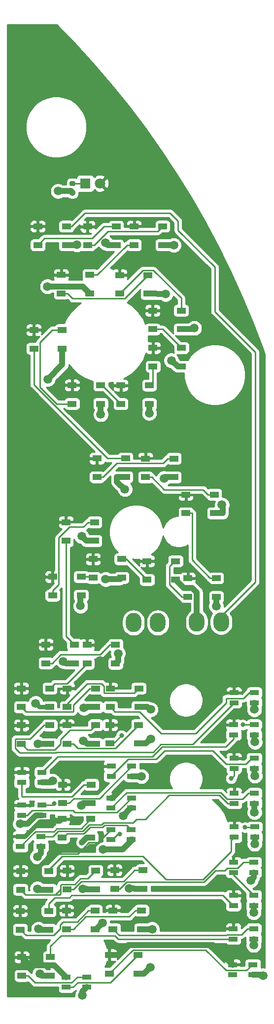
<source format=gbr>
%TF.GenerationSoftware,KiCad,Pcbnew,(5.1.6)-1*%
%TF.CreationDate,2021-08-23T14:52:40+10:00*%
%TF.ProjectId,SPIN RCV Panel PCB V1,5350494e-2052-4435-9620-50616e656c20,rev?*%
%TF.SameCoordinates,Original*%
%TF.FileFunction,Copper,L1,Top*%
%TF.FilePolarity,Positive*%
%FSLAX46Y46*%
G04 Gerber Fmt 4.6, Leading zero omitted, Abs format (unit mm)*
G04 Created by KiCad (PCBNEW (5.1.6)-1) date 2021-08-23 14:52:40*
%MOMM*%
%LPD*%
G01*
G04 APERTURE LIST*
%TA.AperFunction,ComponentPad*%
%ADD10O,2.700000X3.300000*%
%TD*%
%TA.AperFunction,SMDPad,CuDef*%
%ADD11R,1.600000X0.850000*%
%TD*%
%TA.AperFunction,SMDPad,CuDef*%
%ADD12R,1.500000X1.000000*%
%TD*%
%TA.AperFunction,ComponentPad*%
%ADD13C,1.800000*%
%TD*%
%TA.AperFunction,ComponentPad*%
%ADD14R,1.800000X1.800000*%
%TD*%
%TA.AperFunction,ViaPad*%
%ADD15C,1.500000*%
%TD*%
%TA.AperFunction,ViaPad*%
%ADD16C,0.800000*%
%TD*%
%TA.AperFunction,Conductor*%
%ADD17C,1.000000*%
%TD*%
%TA.AperFunction,Conductor*%
%ADD18C,0.750000*%
%TD*%
%TA.AperFunction,Conductor*%
%ADD19C,0.250000*%
%TD*%
%TA.AperFunction,Conductor*%
%ADD20C,0.254000*%
%TD*%
G04 APERTURE END LIST*
D10*
%TO.P,J2,4*%
%TO.N,/DATAOUT*%
X257235000Y-96900000D03*
%TO.P,J2,3*%
%TO.N,/LEDGND*%
X253035000Y-96900000D03*
%TO.P,J2,2*%
%TO.N,/LED+5V*%
X257235000Y-102400000D03*
%TO.P,J2,1*%
%TA.AperFunction,ComponentPad*%
G36*
G01*
X251685000Y-103798900D02*
X251685000Y-101001100D01*
G75*
G02*
X251936100Y-100750000I251100J0D01*
G01*
X254133900Y-100750000D01*
G75*
G02*
X254385000Y-101001100I0J-251100D01*
G01*
X254385000Y-103798900D01*
G75*
G02*
X254133900Y-104050000I-251100J0D01*
G01*
X251936100Y-104050000D01*
G75*
G02*
X251685000Y-103798900I0J251100D01*
G01*
G37*
%TD.AperFunction*%
%TD*%
%TO.P,J1,4*%
%TO.N,/DATAIN*%
X268100000Y-96800000D03*
%TO.P,J1,3*%
%TO.N,/LEDGND*%
X263900000Y-96800000D03*
%TO.P,J1,2*%
%TO.N,/LED+5V*%
X268100000Y-102300000D03*
%TO.P,J1,1*%
%TA.AperFunction,ComponentPad*%
G36*
G01*
X262550000Y-103698900D02*
X262550000Y-100901100D01*
G75*
G02*
X262801100Y-100650000I251100J0D01*
G01*
X264998900Y-100650000D01*
G75*
G02*
X265250000Y-100901100I0J-251100D01*
G01*
X265250000Y-103698900D01*
G75*
G02*
X264998900Y-103950000I-251100J0D01*
G01*
X262801100Y-103950000D01*
G75*
G02*
X262550000Y-103698900I0J251100D01*
G01*
G37*
%TD.AperFunction*%
%TD*%
D11*
%TO.P,D53,1*%
%TO.N,/LED+5V*%
X270058000Y-155600000D03*
%TO.P,D53,2*%
%TO.N,Net-(D53-Pad2)*%
X270058000Y-157350000D03*
%TO.P,D53,4*%
%TO.N,Net-(D52-Pad2)*%
X273558000Y-155600000D03*
%TO.P,D53,3*%
%TO.N,/LEDGND*%
X273558000Y-157350000D03*
%TD*%
%TO.P,D51,1*%
%TO.N,/LED+5V*%
X241494000Y-157722000D03*
%TO.P,D51,2*%
%TO.N,Net-(D51-Pad2)*%
X241494000Y-159472000D03*
%TO.P,D51,4*%
%TO.N,Net-(D50-Pad2)*%
X244994000Y-157722000D03*
%TO.P,D51,3*%
%TO.N,/LEDGND*%
X244994000Y-159472000D03*
%TD*%
%TO.P,D49,1*%
%TO.N,/LED+5V*%
X270196000Y-149442000D03*
%TO.P,D49,2*%
%TO.N,Net-(D49-Pad2)*%
X270196000Y-151192000D03*
%TO.P,D49,4*%
%TO.N,Net-(D48-Pad2)*%
X273696000Y-149442000D03*
%TO.P,D49,3*%
%TO.N,/LEDGND*%
X273696000Y-151192000D03*
%TD*%
%TO.P,D45,1*%
%TO.N,/LED+5V*%
X270208000Y-143727000D03*
%TO.P,D45,2*%
%TO.N,Net-(D45-Pad2)*%
X270208000Y-145477000D03*
%TO.P,D45,4*%
%TO.N,Net-(D44-Pad2)*%
X273708000Y-143727000D03*
%TO.P,D45,3*%
%TO.N,/LEDGND*%
X273708000Y-145477000D03*
%TD*%
%TO.P,D44,1*%
%TO.N,/LED+5V*%
X270222000Y-138037000D03*
%TO.P,D44,2*%
%TO.N,Net-(D44-Pad2)*%
X270222000Y-139787000D03*
%TO.P,D44,4*%
%TO.N,Net-(D43-Pad2)*%
X273722000Y-138037000D03*
%TO.P,D44,3*%
%TO.N,/LEDGND*%
X273722000Y-139787000D03*
%TD*%
%TO.P,D40,1*%
%TO.N,/LED+5V*%
X270360000Y-131967000D03*
%TO.P,D40,2*%
%TO.N,Net-(D40-Pad2)*%
X270360000Y-133717000D03*
%TO.P,D40,4*%
%TO.N,Net-(D39-Pad2)*%
X273860000Y-131967000D03*
%TO.P,D40,3*%
%TO.N,/LEDGND*%
X273860000Y-133717000D03*
%TD*%
%TO.P,D39,1*%
%TO.N,/LED+5V*%
X249154000Y-132410000D03*
%TO.P,D39,2*%
%TO.N,Net-(D39-Pad2)*%
X249154000Y-134160000D03*
%TO.P,D39,4*%
%TO.N,Net-(D38-Pad2)*%
X252654000Y-132410000D03*
%TO.P,D39,3*%
%TO.N,/LEDGND*%
X252654000Y-134160000D03*
%TD*%
%TO.P,D37,1*%
%TO.N,/LED+5V*%
X233618000Y-133592000D03*
%TO.P,D37,2*%
%TO.N,Net-(D37-Pad2)*%
X233618000Y-135342000D03*
%TO.P,D37,4*%
%TO.N,Net-(D36-Pad2)*%
X237118000Y-133592000D03*
%TO.P,D37,3*%
%TO.N,/LEDGND*%
X237118000Y-135342000D03*
%TD*%
%TO.P,D36,1*%
%TO.N,/LED+5V*%
X270337000Y-126162000D03*
%TO.P,D36,2*%
%TO.N,Net-(D36-Pad2)*%
X270337000Y-127912000D03*
%TO.P,D36,4*%
%TO.N,Net-(D35-Pad2)*%
X273837000Y-126162000D03*
%TO.P,D36,3*%
%TO.N,/LEDGND*%
X273837000Y-127912000D03*
%TD*%
%TO.P,D35,1*%
%TO.N,/LED+5V*%
X249179000Y-126975000D03*
%TO.P,D35,2*%
%TO.N,Net-(D35-Pad2)*%
X249179000Y-128725000D03*
%TO.P,D35,4*%
%TO.N,Net-(D34-Pad2)*%
X252679000Y-126975000D03*
%TO.P,D35,3*%
%TO.N,/LEDGND*%
X252679000Y-128725000D03*
%TD*%
%TO.P,D34,1*%
%TO.N,/LED+5V*%
X233823000Y-128208000D03*
%TO.P,D34,2*%
%TO.N,Net-(D34-Pad2)*%
X233823000Y-129958000D03*
%TO.P,D34,4*%
%TO.N,Net-(D33-Pad2)*%
X237323000Y-128208000D03*
%TO.P,D34,3*%
%TO.N,/LEDGND*%
X237323000Y-129958000D03*
%TD*%
%TO.P,D33,1*%
%TO.N,/LED+5V*%
X270287000Y-120193000D03*
%TO.P,D33,2*%
%TO.N,Net-(D33-Pad2)*%
X270287000Y-121943000D03*
%TO.P,D33,4*%
%TO.N,Net-(D32-Pad2)*%
X273787000Y-120193000D03*
%TO.P,D33,3*%
%TO.N,/LEDGND*%
X273787000Y-121943000D03*
%TD*%
%TO.P,D32,1*%
%TO.N,/LED+5V*%
X249205000Y-121539000D03*
%TO.P,D32,2*%
%TO.N,Net-(D32-Pad2)*%
X249205000Y-123289000D03*
%TO.P,D32,4*%
%TO.N,Net-(D31-Pad2)*%
X252705000Y-121539000D03*
%TO.P,D32,3*%
%TO.N,/LEDGND*%
X252705000Y-123289000D03*
%TD*%
%TO.P,D30,1*%
%TO.N,/LED+5V*%
X233838000Y-122580000D03*
%TO.P,D30,2*%
%TO.N,Net-(D30-Pad2)*%
X233838000Y-124330000D03*
%TO.P,D30,4*%
%TO.N,Net-(D29-Pad2)*%
X237338000Y-122580000D03*
%TO.P,D30,3*%
%TO.N,/LEDGND*%
X237338000Y-124330000D03*
%TD*%
%TO.P,D29,1*%
%TO.N,/LED+5V*%
X270256000Y-114402000D03*
%TO.P,D29,2*%
%TO.N,Net-(D29-Pad2)*%
X270256000Y-116152000D03*
%TO.P,D29,4*%
%TO.N,Net-(D28-Pad2)*%
X273756000Y-114402000D03*
%TO.P,D29,3*%
%TO.N,/LEDGND*%
X273756000Y-116152000D03*
%TD*%
%TO.P,D25,1*%
%TO.N,/LED+5V*%
X270300000Y-108900000D03*
%TO.P,D25,2*%
%TO.N,Net-(D25-Pad2)*%
X270300000Y-110650000D03*
%TO.P,D25,4*%
%TO.N,Net-(D24-Pad2)*%
X273800000Y-108900000D03*
%TO.P,D25,3*%
%TO.N,/LEDGND*%
X273800000Y-110650000D03*
%TD*%
%TO.P,R1,2*%
%TO.N,/LEDGND*%
%TA.AperFunction,SMDPad,CuDef*%
G36*
G01*
X242288750Y-22676600D02*
X242801250Y-22676600D01*
G75*
G02*
X243020000Y-22895350I0J-218750D01*
G01*
X243020000Y-23332850D01*
G75*
G02*
X242801250Y-23551600I-218750J0D01*
G01*
X242288750Y-23551600D01*
G75*
G02*
X242070000Y-23332850I0J218750D01*
G01*
X242070000Y-22895350D01*
G75*
G02*
X242288750Y-22676600I218750J0D01*
G01*
G37*
%TD.AperFunction*%
%TO.P,R1,1*%
%TO.N,Net-(D1-Pad1)*%
%TA.AperFunction,SMDPad,CuDef*%
G36*
G01*
X242288750Y-21101600D02*
X242801250Y-21101600D01*
G75*
G02*
X243020000Y-21320350I0J-218750D01*
G01*
X243020000Y-21757850D01*
G75*
G02*
X242801250Y-21976600I-218750J0D01*
G01*
X242288750Y-21976600D01*
G75*
G02*
X242070000Y-21757850I0J218750D01*
G01*
X242070000Y-21320350D01*
G75*
G02*
X242288750Y-21101600I218750J0D01*
G01*
G37*
%TD.AperFunction*%
%TD*%
D12*
%TO.P,D52,1*%
%TO.N,/LED+5V*%
X248897000Y-153924000D03*
%TO.P,D52,2*%
%TO.N,Net-(D52-Pad2)*%
X248897000Y-157124000D03*
%TO.P,D52,4*%
%TO.N,Net-(D51-Pad2)*%
X253797000Y-153924000D03*
%TO.P,D52,3*%
%TO.N,/LEDGND*%
X253797000Y-157124000D03*
%TD*%
%TO.P,D50,1*%
%TO.N,/LED+5V*%
X233858000Y-154305000D03*
%TO.P,D50,2*%
%TO.N,Net-(D50-Pad2)*%
X233858000Y-157505000D03*
%TO.P,D50,4*%
%TO.N,Net-(D49-Pad2)*%
X238758000Y-154305000D03*
%TO.P,D50,3*%
%TO.N,/LEDGND*%
X238758000Y-157505000D03*
%TD*%
%TO.P,D48,1*%
%TO.N,/LED+5V*%
X249532000Y-146304000D03*
%TO.P,D48,2*%
%TO.N,Net-(D48-Pad2)*%
X249532000Y-149504000D03*
%TO.P,D48,4*%
%TO.N,Net-(D47-Pad2)*%
X254432000Y-146304000D03*
%TO.P,D48,3*%
%TO.N,/LEDGND*%
X254432000Y-149504000D03*
%TD*%
%TO.P,D47,1*%
%TO.N,/LED+5V*%
X241531000Y-146304000D03*
%TO.P,D47,2*%
%TO.N,Net-(D47-Pad2)*%
X241531000Y-149504000D03*
%TO.P,D47,4*%
%TO.N,Net-(D46-Pad2)*%
X246431000Y-146304000D03*
%TO.P,D47,3*%
%TO.N,/LEDGND*%
X246431000Y-149504000D03*
%TD*%
%TO.P,D46,1*%
%TO.N,/LED+5V*%
X233578000Y-146381000D03*
%TO.P,D46,2*%
%TO.N,Net-(D46-Pad2)*%
X233578000Y-149581000D03*
%TO.P,D46,4*%
%TO.N,Net-(D45-Pad2)*%
X238478000Y-146381000D03*
%TO.P,D46,3*%
%TO.N,/LEDGND*%
X238478000Y-149581000D03*
%TD*%
%TO.P,D43,1*%
%TO.N,/LED+5V*%
X249797000Y-139370000D03*
%TO.P,D43,2*%
%TO.N,Net-(D43-Pad2)*%
X249797000Y-142570000D03*
%TO.P,D43,4*%
%TO.N,Net-(D42-Pad2)*%
X254697000Y-139370000D03*
%TO.P,D43,3*%
%TO.N,/LEDGND*%
X254697000Y-142570000D03*
%TD*%
%TO.P,D42,1*%
%TO.N,/LED+5V*%
X241630000Y-139471000D03*
%TO.P,D42,2*%
%TO.N,Net-(D42-Pad2)*%
X241630000Y-142671000D03*
%TO.P,D42,4*%
%TO.N,Net-(D41-Pad2)*%
X246530000Y-139471000D03*
%TO.P,D42,3*%
%TO.N,/LEDGND*%
X246530000Y-142671000D03*
%TD*%
%TO.P,D41,1*%
%TO.N,/LED+5V*%
X233631000Y-139522000D03*
%TO.P,D41,2*%
%TO.N,Net-(D41-Pad2)*%
X233631000Y-142722000D03*
%TO.P,D41,4*%
%TO.N,Net-(D40-Pad2)*%
X238531000Y-139522000D03*
%TO.P,D41,3*%
%TO.N,/LEDGND*%
X238531000Y-142722000D03*
%TD*%
%TO.P,D38,1*%
%TO.N,/LED+5V*%
X240800000Y-130600000D03*
%TO.P,D38,2*%
%TO.N,Net-(D38-Pad2)*%
X240800000Y-133800000D03*
%TO.P,D38,4*%
%TO.N,Net-(D37-Pad2)*%
X245700000Y-130600000D03*
%TO.P,D38,3*%
%TO.N,/LEDGND*%
X245700000Y-133800000D03*
%TD*%
%TO.P,D31,1*%
%TO.N,/LED+5V*%
X240900000Y-124700000D03*
%TO.P,D31,2*%
%TO.N,Net-(D31-Pad2)*%
X240900000Y-127900000D03*
%TO.P,D31,4*%
%TO.N,Net-(D30-Pad2)*%
X245800000Y-124700000D03*
%TO.P,D31,3*%
%TO.N,/LEDGND*%
X245800000Y-127900000D03*
%TD*%
%TO.P,D28,1*%
%TO.N,/LED+5V*%
X249024000Y-114453000D03*
%TO.P,D28,2*%
%TO.N,Net-(D28-Pad2)*%
X249024000Y-117653000D03*
%TO.P,D28,4*%
%TO.N,Net-(D27-Pad2)*%
X253924000Y-114453000D03*
%TO.P,D28,3*%
%TO.N,/LEDGND*%
X253924000Y-117653000D03*
%TD*%
%TO.P,D27,1*%
%TO.N,/LED+5V*%
X241607000Y-114478000D03*
%TO.P,D27,2*%
%TO.N,Net-(D27-Pad2)*%
X241607000Y-117678000D03*
%TO.P,D27,4*%
%TO.N,Net-(D26-Pad2)*%
X246507000Y-114478000D03*
%TO.P,D27,3*%
%TO.N,/LEDGND*%
X246507000Y-117678000D03*
%TD*%
%TO.P,D26,1*%
%TO.N,/LED+5V*%
X233784000Y-114503000D03*
%TO.P,D26,2*%
%TO.N,Net-(D26-Pad2)*%
X233784000Y-117703000D03*
%TO.P,D26,4*%
%TO.N,Net-(D25-Pad2)*%
X238684000Y-114503000D03*
%TO.P,D26,3*%
%TO.N,/LEDGND*%
X238684000Y-117703000D03*
%TD*%
%TO.P,D24,1*%
%TO.N,/LED+5V*%
X249049000Y-108179000D03*
%TO.P,D24,2*%
%TO.N,Net-(D24-Pad2)*%
X249049000Y-111379000D03*
%TO.P,D24,4*%
%TO.N,Net-(D23-Pad2)*%
X253949000Y-108179000D03*
%TO.P,D24,3*%
%TO.N,/LEDGND*%
X253949000Y-111379000D03*
%TD*%
%TO.P,D23,1*%
%TO.N,/LED+5V*%
X241644000Y-108179000D03*
%TO.P,D23,2*%
%TO.N,Net-(D23-Pad2)*%
X241644000Y-111379000D03*
%TO.P,D23,4*%
%TO.N,Net-(D22-Pad2)*%
X246544000Y-108179000D03*
%TO.P,D23,3*%
%TO.N,/LEDGND*%
X246544000Y-111379000D03*
%TD*%
%TO.P,D22,1*%
%TO.N,/LED+5V*%
X233758000Y-108179000D03*
%TO.P,D22,2*%
%TO.N,Net-(D22-Pad2)*%
X233758000Y-111379000D03*
%TO.P,D22,4*%
%TO.N,Net-(D21-Pad2)*%
X238658000Y-108179000D03*
%TO.P,D22,3*%
%TO.N,/LEDGND*%
X238658000Y-111379000D03*
%TD*%
%TO.P,D21,1*%
%TO.N,/LED+5V*%
X245061000Y-100711000D03*
%TO.P,D21,2*%
%TO.N,Net-(D21-Pad2)*%
X245061000Y-103911000D03*
%TO.P,D21,4*%
%TO.N,Net-(D20-Pad2)*%
X249961000Y-100711000D03*
%TO.P,D21,3*%
%TO.N,/LEDGND*%
X249961000Y-103911000D03*
%TD*%
%TO.P,D20,1*%
%TO.N,/LED+5V*%
X237975000Y-100660000D03*
%TO.P,D20,2*%
%TO.N,Net-(D20-Pad2)*%
X237975000Y-103860000D03*
%TO.P,D20,4*%
%TO.N,Net-(D19-Pad2)*%
X242875000Y-100660000D03*
%TO.P,D20,3*%
%TO.N,/LEDGND*%
X242875000Y-103860000D03*
%TD*%
%TO.P,D19,1*%
%TO.N,/LED+5V*%
X241452000Y-79654400D03*
%TO.P,D19,2*%
%TO.N,Net-(D19-Pad2)*%
X241452000Y-82854400D03*
%TO.P,D19,4*%
%TO.N,Net-(D18-Pad2)*%
X246352000Y-79654400D03*
%TO.P,D19,3*%
%TO.N,/LEDGND*%
X246352000Y-82854400D03*
%TD*%
%TO.P,D18,1*%
%TO.N,/LED+5V*%
X239143000Y-89027000D03*
%TO.P,D18,2*%
%TO.N,Net-(D18-Pad2)*%
X239143000Y-92227000D03*
%TO.P,D18,4*%
%TO.N,Net-(D17-Pad2)*%
X244043000Y-89027000D03*
%TO.P,D18,3*%
%TO.N,/LEDGND*%
X244043000Y-92227000D03*
%TD*%
%TO.P,D17,1*%
%TO.N,/LED+5V*%
X246103000Y-85979000D03*
%TO.P,D17,2*%
%TO.N,Net-(D17-Pad2)*%
X246103000Y-89179000D03*
%TO.P,D17,4*%
%TO.N,Net-(D16-Pad2)*%
X251003000Y-85979000D03*
%TO.P,D17,3*%
%TO.N,/LEDGND*%
X251003000Y-89179000D03*
%TD*%
%TO.P,D16,1*%
%TO.N,/LED+5V*%
X255374000Y-86334600D03*
%TO.P,D16,2*%
%TO.N,Net-(D16-Pad2)*%
X255374000Y-89534600D03*
%TO.P,D16,4*%
%TO.N,Net-(D15-Pad2)*%
X260274000Y-86334600D03*
%TO.P,D16,3*%
%TO.N,/LEDGND*%
X260274000Y-89534600D03*
%TD*%
%TO.P,D15,1*%
%TO.N,/LED+5V*%
X262384000Y-89255600D03*
%TO.P,D15,2*%
%TO.N,Net-(D15-Pad2)*%
X262384000Y-92455600D03*
%TO.P,D15,4*%
%TO.N,Net-(D14-Pad2)*%
X267284000Y-89255600D03*
%TO.P,D15,3*%
%TO.N,/LEDGND*%
X267284000Y-92455600D03*
%TD*%
%TO.P,D14,1*%
%TO.N,/LED+5V*%
X262029000Y-74904600D03*
%TO.P,D14,2*%
%TO.N,Net-(D14-Pad2)*%
X262029000Y-78104600D03*
%TO.P,D14,4*%
%TO.N,Net-(D13-Pad2)*%
X266929000Y-74904600D03*
%TO.P,D14,3*%
%TO.N,/LEDGND*%
X266929000Y-78104600D03*
%TD*%
%TO.P,D13,1*%
%TO.N,/LED+5V*%
X255094000Y-68732400D03*
%TO.P,D13,2*%
%TO.N,Net-(D13-Pad2)*%
X255094000Y-71932400D03*
%TO.P,D13,4*%
%TO.N,Net-(D12-Pad2)*%
X259994000Y-68732400D03*
%TO.P,D13,3*%
%TO.N,/LEDGND*%
X259994000Y-71932400D03*
%TD*%
%TO.P,D12,1*%
%TO.N,/LED+5V*%
X246763000Y-68707000D03*
%TO.P,D12,2*%
%TO.N,Net-(D12-Pad2)*%
X246763000Y-71907000D03*
%TO.P,D12,4*%
%TO.N,Net-(D11-Pad2)*%
X251663000Y-68707000D03*
%TO.P,D12,3*%
%TO.N,/LEDGND*%
X251663000Y-71907000D03*
%TD*%
%TO.P,D11,1*%
%TO.N,/LED+5V*%
X235917000Y-46659800D03*
%TO.P,D11,2*%
%TO.N,Net-(D11-Pad2)*%
X235917000Y-49859800D03*
%TO.P,D11,4*%
%TO.N,Net-(D10-Pad2)*%
X240817000Y-46659800D03*
%TO.P,D11,3*%
%TO.N,/LEDGND*%
X240817000Y-49859800D03*
%TD*%
%TO.P,D10,1*%
%TO.N,/LED+5V*%
X242494000Y-56134000D03*
%TO.P,D10,2*%
%TO.N,Net-(D10-Pad2)*%
X242494000Y-59334000D03*
%TO.P,D10,4*%
%TO.N,Net-(D10-Pad4)*%
X247394000Y-56134000D03*
%TO.P,D10,3*%
%TO.N,/LEDGND*%
X247394000Y-59334000D03*
%TD*%
%TO.P,D9,1*%
%TO.N,/LED+5V*%
X250853000Y-56159800D03*
%TO.P,D9,2*%
%TO.N,Net-(D10-Pad4)*%
X250853000Y-59359800D03*
%TO.P,D9,4*%
%TO.N,Net-(D8-Pad2)*%
X255753000Y-56159800D03*
%TO.P,D9,3*%
%TO.N,/LEDGND*%
X255753000Y-59359800D03*
%TD*%
%TO.P,D8,1*%
%TO.N,/LED+5V*%
X256388000Y-49733600D03*
%TO.P,D8,2*%
%TO.N,Net-(D8-Pad2)*%
X256388000Y-52933600D03*
%TO.P,D8,4*%
%TO.N,Net-(D7-Pad2)*%
X261288000Y-49733600D03*
%TO.P,D8,3*%
%TO.N,/LEDGND*%
X261288000Y-52933600D03*
%TD*%
%TO.P,D7,1*%
%TO.N,/LED+5V*%
X256325000Y-43332600D03*
%TO.P,D7,2*%
%TO.N,Net-(D7-Pad2)*%
X256325000Y-46532600D03*
%TO.P,D7,4*%
%TO.N,Net-(D6-Pad2)*%
X261225000Y-43332600D03*
%TO.P,D7,3*%
%TO.N,/LEDGND*%
X261225000Y-46532600D03*
%TD*%
%TO.P,D6,1*%
%TO.N,/LED+5V*%
X250649000Y-37236800D03*
%TO.P,D6,2*%
%TO.N,Net-(D6-Pad2)*%
X250649000Y-40436800D03*
%TO.P,D6,4*%
%TO.N,Net-(D5-Pad2)*%
X255549000Y-37236800D03*
%TO.P,D6,3*%
%TO.N,/LEDGND*%
X255549000Y-40436800D03*
%TD*%
%TO.P,D5,1*%
%TO.N,/LED+5V*%
X240616000Y-37185600D03*
%TO.P,D5,2*%
%TO.N,Net-(D5-Pad2)*%
X240616000Y-40385600D03*
%TO.P,D5,4*%
%TO.N,Net-(D4-Pad2)*%
X245516000Y-37185600D03*
%TO.P,D5,3*%
%TO.N,/LEDGND*%
X245516000Y-40385600D03*
%TD*%
%TO.P,D4,1*%
%TO.N,/LED+5V*%
X253139000Y-28880200D03*
%TO.P,D4,2*%
%TO.N,Net-(D4-Pad2)*%
X253139000Y-32080200D03*
%TO.P,D4,4*%
%TO.N,Net-(D3-Pad2)*%
X258039000Y-28880200D03*
%TO.P,D4,3*%
%TO.N,/LEDGND*%
X258039000Y-32080200D03*
%TD*%
%TO.P,D3,1*%
%TO.N,/LED+5V*%
X245161000Y-28905600D03*
%TO.P,D3,2*%
%TO.N,Net-(D3-Pad2)*%
X245161000Y-32105600D03*
%TO.P,D3,4*%
%TO.N,Net-(D2-Pad2)*%
X250061000Y-28905600D03*
%TO.P,D3,3*%
%TO.N,/LEDGND*%
X250061000Y-32105600D03*
%TD*%
%TO.P,D2,1*%
%TO.N,/LED+5V*%
X236601000Y-28879800D03*
%TO.P,D2,2*%
%TO.N,Net-(D2-Pad2)*%
X236601000Y-32079800D03*
%TO.P,D2,4*%
%TO.N,/DATAIN*%
X241501000Y-28879800D03*
%TO.P,D2,3*%
%TO.N,/LEDGND*%
X241501000Y-32079800D03*
%TD*%
D13*
%TO.P,D1,2*%
%TO.N,/LED+5V*%
X247294000Y-21500000D03*
D14*
%TO.P,D1,1*%
%TO.N,Net-(D1-Pad1)*%
X244754000Y-21500000D03*
%TD*%
D15*
%TO.N,/LEDGND*%
X244067500Y-128275000D03*
X251567900Y-74006000D03*
X236521400Y-137090700D03*
X267244200Y-94052800D03*
X252306000Y-142477100D03*
X244326500Y-142622200D03*
X236661700Y-117681800D03*
X263468200Y-46339000D03*
X275344500Y-157464900D03*
X259961800Y-32102900D03*
X248253800Y-89438100D03*
X250398500Y-102181200D03*
X244127200Y-82082800D03*
X244376200Y-117162500D03*
X243331000Y-32017200D03*
X243914500Y-94021100D03*
X240087800Y-22830400D03*
X236526800Y-142553100D03*
X240968400Y-103531600D03*
X236945800Y-157128900D03*
X256245000Y-149501600D03*
X256003500Y-111814300D03*
X239162200Y-124071100D03*
X236704400Y-149486100D03*
X248261600Y-31716800D03*
X244286100Y-160855000D03*
X255927500Y-156045800D03*
X255991000Y-116864800D03*
X244537400Y-111544800D03*
X268233500Y-76664700D03*
X258276000Y-72119500D03*
X273837000Y-129463000D03*
X273900000Y-123200000D03*
X273900000Y-117400000D03*
X273800000Y-111800000D03*
X233550000Y-131450000D03*
D16*
X244200000Y-134631738D03*
D15*
X273200000Y-141150000D03*
X273700000Y-146650000D03*
X273696000Y-152246000D03*
X273860000Y-134890000D03*
X254389000Y-123289000D03*
X247400000Y-61150000D03*
X255750000Y-60950000D03*
X247800000Y-135850000D03*
X251275000Y-130025000D03*
X258550000Y-40500000D03*
X238350000Y-55100000D03*
X238250000Y-39200000D03*
X259550000Y-51900000D03*
X247700000Y-148450000D03*
X236220000Y-110744000D03*
%TO.N,/LED+5V*%
X247286000Y-103422800D03*
D16*
%TO.N,Net-(D28-Pad2)*%
X271835400Y-114441400D03*
X250985600Y-116242600D03*
%TO.N,Net-(D33-Pad2)*%
X269800000Y-123650000D03*
X239400000Y-127950000D03*
%TO.N,Net-(D39-Pad2)*%
X272200000Y-132050000D03*
X250650000Y-133200000D03*
%TD*%
D17*
%TO.N,/LEDGND*%
X251663000Y-71907000D02*
X250212700Y-71907000D01*
X251567900Y-74006000D02*
X251493600Y-74006000D01*
X251493600Y-74006000D02*
X250212700Y-72725100D01*
X250212700Y-72725100D02*
X250212700Y-71907000D01*
X267244200Y-94052800D02*
X267284000Y-94013000D01*
X267284000Y-94013000D02*
X267284000Y-92455600D01*
X254697000Y-142570000D02*
X253246700Y-142570000D01*
X252306000Y-142477100D02*
X253153800Y-142477100D01*
X253153800Y-142477100D02*
X253246700Y-142570000D01*
X246530000Y-142671000D02*
X245079700Y-142671000D01*
X244326500Y-142622200D02*
X245030900Y-142622200D01*
X245030900Y-142622200D02*
X245079700Y-142671000D01*
X238684000Y-117703000D02*
X237233700Y-117703000D01*
X236661700Y-117681800D02*
X237212500Y-117681800D01*
X237212500Y-117681800D02*
X237233700Y-117703000D01*
X263900000Y-96800000D02*
X263900000Y-91698800D01*
X263900000Y-91698800D02*
X263114400Y-90913200D01*
X263114400Y-90913200D02*
X261652600Y-90913200D01*
X261652600Y-90913200D02*
X260274000Y-89534600D01*
X273558000Y-157350000D02*
X275058300Y-157350000D01*
X275344500Y-157464900D02*
X275173200Y-157464900D01*
X275173200Y-157464900D02*
X275058300Y-157350000D01*
X258039000Y-32080200D02*
X259489300Y-32080200D01*
X259961800Y-32102900D02*
X259512000Y-32102900D01*
X259512000Y-32102900D02*
X259489300Y-32080200D01*
X250398500Y-102181200D02*
X250398500Y-103473500D01*
X250398500Y-103473500D02*
X249961000Y-103911000D01*
X246352000Y-82854400D02*
X244901700Y-82854400D01*
X244127200Y-82082800D02*
X244130100Y-82082800D01*
X244130100Y-82082800D02*
X244901700Y-82854400D01*
X246507000Y-117678000D02*
X245056700Y-117678000D01*
X244376200Y-117162500D02*
X244541200Y-117162500D01*
X244541200Y-117162500D02*
X245056700Y-117678000D01*
X241501000Y-32079800D02*
X242951300Y-32079800D01*
X243331000Y-32017200D02*
X243013900Y-32017200D01*
X243013900Y-32017200D02*
X242951300Y-32079800D01*
X240087800Y-22830400D02*
X242261300Y-22830400D01*
X242261300Y-22830400D02*
X242545000Y-23114100D01*
X238531000Y-142722000D02*
X237080700Y-142722000D01*
X236526800Y-142553100D02*
X236911800Y-142553100D01*
X236911800Y-142553100D02*
X237080700Y-142722000D01*
X242875000Y-103860000D02*
X241424700Y-103860000D01*
X240968400Y-103531600D02*
X241096300Y-103531600D01*
X241096300Y-103531600D02*
X241424700Y-103860000D01*
X254432000Y-149504000D02*
X255882300Y-149504000D01*
X256245000Y-149501600D02*
X255884700Y-149501600D01*
X255884700Y-149501600D02*
X255882300Y-149504000D01*
X253949000Y-111379000D02*
X255399300Y-111379000D01*
X256003500Y-111814300D02*
X255834600Y-111814300D01*
X255834600Y-111814300D02*
X255399300Y-111379000D01*
X237338000Y-124330000D02*
X238838300Y-124330000D01*
X239162200Y-124071100D02*
X239097200Y-124071100D01*
X239097200Y-124071100D02*
X238838300Y-124330000D01*
X236704400Y-149486100D02*
X236799300Y-149581000D01*
X236799300Y-149581000D02*
X238478000Y-149581000D01*
X250061000Y-32105600D02*
X248610700Y-32105600D01*
X248261600Y-31716800D02*
X248610700Y-32065900D01*
X248610700Y-32065900D02*
X248610700Y-32105600D01*
X246544000Y-111379000D02*
X245093700Y-111379000D01*
X244537400Y-111544800D02*
X244927900Y-111544800D01*
X244927900Y-111544800D02*
X245093700Y-111379000D01*
X266929000Y-78104600D02*
X268379300Y-78104600D01*
X268233500Y-76664700D02*
X268379300Y-76810500D01*
X268379300Y-76810500D02*
X268379300Y-78104600D01*
X259994000Y-71932400D02*
X258543700Y-71932400D01*
X258276000Y-72119500D02*
X258356600Y-72119500D01*
X258356600Y-72119500D02*
X258543700Y-71932400D01*
X237118000Y-136494100D02*
X236521400Y-137090700D01*
X237118000Y-135342000D02*
X237118000Y-136494100D01*
X244442500Y-127900000D02*
X244067500Y-128275000D01*
X245800000Y-127900000D02*
X244442500Y-127900000D01*
X254849300Y-157124000D02*
X255927500Y-156045800D01*
X253797000Y-157124000D02*
X254849300Y-157124000D01*
X244286100Y-160179900D02*
X244994000Y-159472000D01*
X244286100Y-160855000D02*
X244286100Y-160179900D01*
X273837000Y-127912000D02*
X273837000Y-129463000D01*
X273837000Y-129463000D02*
X273837000Y-129463000D01*
X273787000Y-121943000D02*
X273900000Y-123200000D01*
X273900000Y-123200000D02*
X273787000Y-123087000D01*
X273756000Y-116152000D02*
X273900000Y-117400000D01*
X273900000Y-117400000D02*
X273756000Y-117256000D01*
X273800000Y-110650000D02*
X273800000Y-111800000D01*
X273800000Y-111800000D02*
X273800000Y-111800000D01*
X236308002Y-129958000D02*
X234816002Y-131450000D01*
X237323000Y-129958000D02*
X236308002Y-129958000D01*
X234816002Y-131450000D02*
X233550000Y-131450000D01*
X233550000Y-131450000D02*
X233550000Y-131450000D01*
X245031738Y-133800000D02*
X244200000Y-134631738D01*
X245700000Y-133800000D02*
X245031738Y-133800000D01*
X244200000Y-134631738D02*
X244200000Y-134631738D01*
X273722000Y-139787000D02*
X273722000Y-140628000D01*
X273722000Y-140628000D02*
X273200000Y-141150000D01*
X273200000Y-141150000D02*
X273200000Y-141150000D01*
X273708000Y-145477000D02*
X273700000Y-146650000D01*
X273700000Y-146650000D02*
X273708000Y-146642000D01*
X273696000Y-151192000D02*
X273696000Y-152246000D01*
X273696000Y-152246000D02*
X273696000Y-152246000D01*
X273860000Y-133717000D02*
X273860000Y-134890000D01*
X273860000Y-134890000D02*
X273860000Y-134990000D01*
X252705000Y-123289000D02*
X254389000Y-123289000D01*
X254389000Y-123289000D02*
X254389000Y-123289000D01*
X255202800Y-117653000D02*
X255991000Y-116864800D01*
X253924000Y-117653000D02*
X255202800Y-117653000D01*
X243914500Y-92355500D02*
X244043000Y-92227000D01*
X243914500Y-94021100D02*
X243914500Y-92355500D01*
X250743900Y-89438100D02*
X251003000Y-89179000D01*
X248253800Y-89438100D02*
X250743900Y-89438100D01*
X247394000Y-59334000D02*
X247400000Y-61150000D01*
X247400000Y-61150000D02*
X247394000Y-61144000D01*
X255753000Y-59359800D02*
X255750000Y-60950000D01*
X255750000Y-60950000D02*
X255753000Y-60947000D01*
X263274600Y-46532600D02*
X263468200Y-46339000D01*
X261225000Y-46532600D02*
X263274600Y-46532600D01*
X252654000Y-134160000D02*
X252840000Y-134160000D01*
X252840000Y-134160000D02*
X251150000Y-135850000D01*
X251150000Y-135850000D02*
X247800000Y-135850000D01*
X247800000Y-135850000D02*
X247800000Y-135850000D01*
X252679000Y-128725000D02*
X252575000Y-128725000D01*
X252575000Y-128725000D02*
X251275000Y-130025000D01*
X251275000Y-130025000D02*
X251150000Y-130150000D01*
X255549000Y-40436800D02*
X258550000Y-40500000D01*
X258550000Y-40500000D02*
X258486800Y-40436800D01*
X240817000Y-49859800D02*
X240817000Y-52633000D01*
X240817000Y-52633000D02*
X238350000Y-55100000D01*
X238350000Y-55100000D02*
X238350000Y-55100000D01*
X244315999Y-39185599D02*
X239185599Y-39185599D01*
X245516000Y-40385600D02*
X244315999Y-39185599D01*
X239185599Y-39185599D02*
X238250000Y-39200000D01*
X238250000Y-39200000D02*
X238264401Y-39185599D01*
X261288000Y-52933600D02*
X260633600Y-52933600D01*
X260633600Y-52933600D02*
X259550000Y-51900000D01*
X259550000Y-51900000D02*
X259600000Y-51900000D01*
X237321900Y-157505000D02*
X236945800Y-157128900D01*
X238758000Y-157505000D02*
X237321900Y-157505000D01*
X246431000Y-149504000D02*
X246646000Y-149504000D01*
X246646000Y-149504000D02*
X247700000Y-148450000D01*
X247700000Y-148450000D02*
X247700000Y-148450000D01*
D18*
X238379000Y-111379000D02*
X238252000Y-111252000D01*
X238658000Y-111379000D02*
X238379000Y-111379000D01*
X238658000Y-111379000D02*
X236855000Y-111379000D01*
X236855000Y-111379000D02*
X236220000Y-110744000D01*
X236220000Y-110744000D02*
X236220000Y-110744000D01*
D17*
%TO.N,/LED+5V*%
X253139000Y-28880200D02*
X253069800Y-28880200D01*
D19*
X238653112Y-136549990D02*
X235681102Y-139522000D01*
X243448488Y-136549990D02*
X238653112Y-136549990D01*
X245373477Y-134625001D02*
X243448488Y-136549990D01*
X235681102Y-139522000D02*
X233631000Y-139522000D01*
X246938999Y-134625001D02*
X245373477Y-134625001D01*
X249154000Y-132410000D02*
X246938999Y-134625001D01*
D17*
X235231899Y-155678899D02*
X233858000Y-154305000D01*
X239450899Y-155678899D02*
X235231899Y-155678899D01*
X241494000Y-157722000D02*
X239450899Y-155678899D01*
X248897000Y-153924000D02*
X250426000Y-153924000D01*
X266691890Y-152233890D02*
X270058000Y-155600000D01*
X252116110Y-152233890D02*
X266691890Y-152233890D01*
X250426000Y-153924000D02*
X252116110Y-152233890D01*
D18*
X236937028Y-131033010D02*
X240366990Y-131033010D01*
X234378038Y-133592000D02*
X236937028Y-131033010D01*
X240366990Y-131033010D02*
X240800000Y-130600000D01*
X233618000Y-133592000D02*
X234378038Y-133592000D01*
D17*
X249179000Y-126975000D02*
X249453000Y-126975000D01*
X249453000Y-126975000D02*
X251460000Y-124968000D01*
D19*
%TO.N,Net-(D1-Pad1)*%
X244754000Y-21500000D02*
X242584100Y-21500000D01*
X242584100Y-21500000D02*
X242545000Y-21539100D01*
%TO.N,Net-(D2-Pad2)*%
X250061000Y-28905600D02*
X247944400Y-28905600D01*
X237738601Y-30942199D02*
X236601000Y-32079800D01*
X245907801Y-30942199D02*
X237738601Y-30942199D01*
X247944400Y-28905600D02*
X245907801Y-30942199D01*
%TO.N,/DATAIN*%
X273954801Y-50454801D02*
X267000000Y-43500000D01*
X267000000Y-43500000D02*
X267000000Y-35850000D01*
X267000000Y-35850000D02*
X260700000Y-29550000D01*
X260700000Y-29550000D02*
X260700000Y-27950000D01*
X260700000Y-27950000D02*
X259350000Y-26600000D01*
X242420200Y-28879800D02*
X244700000Y-26600000D01*
X241501000Y-28879800D02*
X242420200Y-28879800D01*
X259350000Y-26600000D02*
X244700000Y-26600000D01*
X268100000Y-95800000D02*
X273954801Y-89945199D01*
X268100000Y-96800000D02*
X268100000Y-95800000D01*
X273954801Y-89945199D02*
X273954801Y-50454801D01*
%TO.N,Net-(D3-Pad2)*%
X257188599Y-29730601D02*
X258039000Y-28880200D01*
X248656797Y-29730601D02*
X257188599Y-29730601D01*
X246281798Y-32105600D02*
X248656797Y-29730601D01*
X245161000Y-32105600D02*
X246281798Y-32105600D01*
%TO.N,Net-(D4-Pad2)*%
X251921402Y-32080200D02*
X253139000Y-32080200D01*
X246816002Y-37185600D02*
X251921402Y-32080200D01*
X245516000Y-37185600D02*
X246816002Y-37185600D01*
%TO.N,Net-(D5-Pad2)*%
X241691300Y-40385600D02*
X240616000Y-40385600D01*
X255549000Y-37274000D02*
X251560800Y-41262200D01*
X242567900Y-41262200D02*
X241691300Y-40385600D01*
X251560800Y-41262200D02*
X242567900Y-41262200D01*
X255549000Y-37236800D02*
X255549000Y-37274000D01*
%TO.N,Net-(D6-Pad2)*%
X250649000Y-40396200D02*
X250649000Y-40436800D01*
X254633800Y-36411400D02*
X250649000Y-40396200D01*
X256440100Y-36411400D02*
X254633800Y-36411400D01*
X261225000Y-43332600D02*
X261225000Y-41196300D01*
X261225000Y-41196300D02*
X256440100Y-36411400D01*
%TO.N,Net-(D7-Pad2)*%
X258087000Y-46532600D02*
X261288000Y-49733600D01*
X256325000Y-46532600D02*
X258087000Y-46532600D01*
%TO.N,Net-(D8-Pad2)*%
X256388000Y-55524800D02*
X255753000Y-56159800D01*
X256388000Y-52933600D02*
X256388000Y-55524800D01*
%TO.N,Net-(D10-Pad4)*%
X247627200Y-56134000D02*
X250853000Y-59359800D01*
X247394000Y-56134000D02*
X247627200Y-56134000D01*
%TO.N,Net-(D10-Pad2)*%
X242494000Y-59334000D02*
X239861412Y-59334000D01*
X236992001Y-56464589D02*
X236992001Y-48742001D01*
X239861412Y-59334000D02*
X236992001Y-56464589D01*
X239074202Y-46659800D02*
X240817000Y-46659800D01*
X236992001Y-48742001D02*
X239074202Y-46659800D01*
%TO.N,Net-(D11-Pad2)*%
X248598002Y-68707000D02*
X248843000Y-68707000D01*
X235917000Y-56025998D02*
X248598002Y-68707000D01*
X235917000Y-49859800D02*
X235917000Y-56025998D01*
X248843000Y-68707000D02*
X251663000Y-68707000D01*
%TO.N,Net-(D12-Pad2)*%
X259994000Y-68732400D02*
X258918700Y-68732400D01*
X246763000Y-71907000D02*
X247838300Y-71907000D01*
X247838300Y-71907000D02*
X250187600Y-69557700D01*
X250187600Y-69557700D02*
X258093400Y-69557700D01*
X258093400Y-69557700D02*
X258918700Y-68732400D01*
%TO.N,Net-(D14-Pad2)*%
X267284000Y-89255600D02*
X266208700Y-89255600D01*
X262029000Y-78104600D02*
X263104300Y-78104600D01*
X263104300Y-78104600D02*
X263104300Y-86151200D01*
X263104300Y-86151200D02*
X266208700Y-89255600D01*
%TO.N,Net-(D15-Pad2)*%
X262384000Y-92455600D02*
X261308700Y-92455600D01*
X261308700Y-92455600D02*
X259198700Y-90345600D01*
X260062800Y-86334600D02*
X259198700Y-87198700D01*
X260274000Y-86334600D02*
X260062800Y-86334600D01*
X259198700Y-90345600D02*
X259198700Y-87198700D01*
%TO.N,Net-(D16-Pad2)*%
X251818400Y-85979000D02*
X255374000Y-89534600D01*
X251003000Y-85979000D02*
X251818400Y-85979000D01*
%TO.N,Net-(D17-Pad2)*%
X245951000Y-89027000D02*
X246103000Y-89179000D01*
X244043000Y-89027000D02*
X245951000Y-89027000D01*
%TO.N,Net-(D18-Pad2)*%
X246352000Y-79654400D02*
X245276700Y-79654400D01*
X240218300Y-82348000D02*
X242086600Y-80479700D01*
X242086600Y-80479700D02*
X244451400Y-80479700D01*
X244451400Y-80479700D02*
X245276700Y-79654400D01*
X239143000Y-91393600D02*
X240218300Y-90318300D01*
X239143000Y-92227000D02*
X239143000Y-91393600D01*
X240218300Y-90318300D02*
X240218300Y-82348000D01*
%TO.N,Net-(D19-Pad2)*%
X241452000Y-99237000D02*
X242875000Y-100660000D01*
X241452000Y-82854400D02*
X241452000Y-99237000D01*
%TO.N,Net-(D20-Pad2)*%
X247324201Y-102347799D02*
X240562501Y-102347799D01*
X239050300Y-103860000D02*
X237975000Y-103860000D01*
X240562501Y-102347799D02*
X239050300Y-103860000D01*
X248961000Y-100711000D02*
X247324201Y-102347799D01*
X249961000Y-100711000D02*
X248961000Y-100711000D01*
%TO.N,Net-(D21-Pad2)*%
X241618001Y-107353999D02*
X245061000Y-103911000D01*
X239483001Y-107353999D02*
X241618001Y-107353999D01*
X238658000Y-108179000D02*
X239483001Y-107353999D01*
%TO.N,Net-(D22-Pad2)*%
X242654001Y-112204001D02*
X234583001Y-112204001D01*
X242719001Y-111003999D02*
X242719001Y-112139001D01*
X234583001Y-112204001D02*
X233758000Y-111379000D01*
X242719001Y-112139001D02*
X242654001Y-112204001D01*
X245544000Y-108179000D02*
X242719001Y-111003999D01*
X246544000Y-108179000D02*
X245544000Y-108179000D01*
%TO.N,Net-(D23-Pad2)*%
X253123999Y-109004001D02*
X253949000Y-108179000D01*
X248038999Y-109004001D02*
X253123999Y-109004001D01*
X247973999Y-108939001D02*
X248038999Y-109004001D01*
X247973999Y-107773997D02*
X247973999Y-108939001D01*
X247554001Y-107353999D02*
X247973999Y-107773997D01*
X241644000Y-110806000D02*
X245096001Y-107353999D01*
X241644000Y-111379000D02*
X241644000Y-110806000D01*
X245096001Y-107353999D02*
X247554001Y-107353999D01*
%TO.N,Net-(D24-Pad2)*%
X272950000Y-108900000D02*
X273800000Y-108900000D01*
X271950001Y-109899999D02*
X272950000Y-108900000D01*
X249049000Y-111379000D02*
X249874001Y-112204001D01*
X268950001Y-109899999D02*
X271950001Y-109899999D01*
X268950001Y-110699999D02*
X268950001Y-109899999D01*
X249874001Y-112204001D02*
X254054001Y-112204001D01*
X254054001Y-112204001D02*
X257800000Y-115950000D01*
X257800000Y-115950000D02*
X263700000Y-115950000D01*
X263700000Y-115950000D02*
X268950001Y-110699999D01*
%TO.N,Net-(D26-Pad2)*%
X240531999Y-116917999D02*
X242146997Y-115303001D01*
X245681999Y-115303001D02*
X246507000Y-114478000D01*
X242146997Y-115303001D02*
X245681999Y-115303001D01*
X240531999Y-117690003D02*
X240531999Y-116917999D01*
X239465201Y-118756801D02*
X240531999Y-117690003D01*
X234837801Y-118756801D02*
X239465201Y-118756801D01*
X233784000Y-117703000D02*
X234837801Y-118756801D01*
%TO.N,Net-(D27-Pad2)*%
X243507600Y-118503300D02*
X242682300Y-117678000D01*
X242682300Y-117678000D02*
X241607000Y-117678000D01*
X249890900Y-118503300D02*
X243507600Y-118503300D01*
X253924000Y-114470200D02*
X249890900Y-118503300D01*
X253924000Y-114453000D02*
X253924000Y-114470200D01*
%TO.N,Net-(D28-Pad2)*%
X273756000Y-114402000D02*
X272630700Y-114402000D01*
X271835400Y-114441400D02*
X272591300Y-114441400D01*
X272591300Y-114441400D02*
X272630700Y-114402000D01*
X249575200Y-117653000D02*
X250985600Y-116242600D01*
X249024000Y-117653000D02*
X249575200Y-117653000D01*
%TO.N,Net-(D29-Pad2)*%
X240046800Y-119871200D02*
X237338000Y-122580000D01*
X270256000Y-116152000D02*
X270256000Y-116827000D01*
X270256000Y-116827000D02*
X268882990Y-118200010D01*
X268882990Y-118200010D02*
X257936400Y-118200010D01*
X257936400Y-118200010D02*
X256265210Y-119871200D01*
X256265210Y-119871200D02*
X240046800Y-119871200D01*
%TO.N,Net-(D30-Pad2)*%
X233838000Y-124330000D02*
X233838000Y-126662000D01*
X233838000Y-126662000D02*
X233926000Y-126750000D01*
X244538890Y-124700000D02*
X245800000Y-124700000D01*
X242488890Y-126750000D02*
X244538890Y-124700000D01*
X233926000Y-126750000D02*
X242488890Y-126750000D01*
%TO.N,Net-(D31-Pad2)*%
X240900000Y-127900000D02*
X241975300Y-127900000D01*
X241975300Y-127900000D02*
X242800600Y-127074700D01*
X242800600Y-127074700D02*
X247169300Y-127074700D01*
X247169300Y-127074700D02*
X252705000Y-121539000D01*
%TO.N,Net-(D32-Pad2)*%
X249205000Y-123228998D02*
X249205000Y-123289000D01*
X273787000Y-120193000D02*
X273407000Y-120193000D01*
X273787000Y-120193000D02*
X273357000Y-120193000D01*
X273357000Y-120193000D02*
X272357001Y-121192999D01*
X252112788Y-120321210D02*
X256928790Y-120321210D01*
X249205000Y-123228998D02*
X252112788Y-120321210D01*
X256928790Y-120321210D02*
X258400000Y-118850000D01*
X266650000Y-118850000D02*
X268992999Y-121192999D01*
X258400000Y-118850000D02*
X266650000Y-118850000D01*
X272357001Y-121192999D02*
X268992999Y-121192999D01*
%TO.N,Net-(D33-Pad2)*%
X270287000Y-121943000D02*
X270287000Y-123163000D01*
X270287000Y-123163000D02*
X269800000Y-123650000D01*
X269800000Y-123650000D02*
X269800000Y-123650000D01*
X239142000Y-128208000D02*
X239400000Y-127950000D01*
X237323000Y-128208000D02*
X239142000Y-128208000D01*
%TO.N,Net-(D34-Pad2)*%
X242609300Y-129124800D02*
X242959900Y-129475400D01*
X242959900Y-129475400D02*
X250207200Y-129475400D01*
X250207200Y-129475400D02*
X252679000Y-127003600D01*
X252679000Y-127003600D02*
X252679000Y-126975000D01*
X234741600Y-129958000D02*
X235574800Y-129124800D01*
X233823000Y-129958000D02*
X234741600Y-129958000D01*
X235574800Y-129124800D02*
X242609300Y-129124800D01*
%TO.N,Net-(D35-Pad2)*%
X251841110Y-126062890D02*
X249179000Y-128725000D01*
X272787000Y-126162000D02*
X271787001Y-127161999D01*
X273837000Y-126162000D02*
X272787000Y-126162000D01*
X271787001Y-127161999D02*
X269098109Y-127161999D01*
X269098109Y-127161999D02*
X267999000Y-126062890D01*
X267999000Y-126062890D02*
X251841110Y-126062890D01*
%TO.N,Net-(D36-Pad2)*%
X269211700Y-127912000D02*
X270337000Y-127912000D01*
X267812600Y-126512900D02*
X269211700Y-127912000D01*
X245428588Y-131600000D02*
X247517588Y-131600000D01*
X253534976Y-130635002D02*
X255063598Y-130635002D01*
X244328588Y-132700000D02*
X245428588Y-131600000D01*
X247907599Y-131209989D02*
X252959989Y-131209989D01*
X259185700Y-126512900D02*
X267812600Y-126512900D01*
X240064998Y-132700000D02*
X244328588Y-132700000D01*
X239172998Y-133592000D02*
X240064998Y-132700000D01*
X237118000Y-133592000D02*
X239172998Y-133592000D01*
X252959989Y-131209989D02*
X253534976Y-130635002D01*
X247517588Y-131600000D02*
X247907599Y-131209989D01*
X255063598Y-130635002D02*
X259185700Y-126512900D01*
%TO.N,Net-(D38-Pad2)*%
X251903999Y-131659999D02*
X252654000Y-132410000D01*
X247703998Y-132050000D02*
X248093999Y-131659999D01*
X245614998Y-132050000D02*
X247703998Y-132050000D01*
X240800000Y-133800000D02*
X241000000Y-133800000D01*
X241000000Y-133800000D02*
X241649992Y-133150008D01*
X241649992Y-133150008D02*
X244514990Y-133150008D01*
X248093999Y-131659999D02*
X251903999Y-131659999D01*
X244514990Y-133150008D02*
X245614998Y-132050000D01*
%TO.N,Net-(D39-Pad2)*%
X249154000Y-134160000D02*
X249439700Y-134160000D01*
X249154000Y-134160000D02*
X249390000Y-134160000D01*
X249390000Y-134160000D02*
X250150000Y-133400000D01*
X250150000Y-133400000D02*
X250350000Y-133200000D01*
X250350000Y-133200000D02*
X250650000Y-133200000D01*
X250650000Y-133200000D02*
X250650000Y-133200000D01*
X273860000Y-131967000D02*
X272200000Y-132050000D01*
X272200000Y-132050000D02*
X272283000Y-131967000D01*
X250650000Y-133200000D02*
X250650000Y-133200000D01*
%TO.N,Net-(D40-Pad2)*%
X238531000Y-139522000D02*
X238531000Y-139269000D01*
X238531000Y-139269000D02*
X240800000Y-137000000D01*
X240800000Y-137000000D02*
X254700000Y-137000000D01*
X264995990Y-140950000D02*
X269795990Y-136150000D01*
X254700000Y-137000000D02*
X258650000Y-140950000D01*
X258650000Y-140950000D02*
X264995990Y-140950000D01*
X269795990Y-134281010D02*
X270360000Y-133717000D01*
X269795990Y-136150000D02*
X269795990Y-134281010D01*
%TO.N,Net-(D41-Pad2)*%
X240554999Y-143431001D02*
X240554999Y-141910999D01*
X240357899Y-143628101D02*
X240554999Y-143431001D01*
X234537101Y-143628101D02*
X240357899Y-143628101D01*
X233631000Y-142722000D02*
X234537101Y-143628101D01*
X240554999Y-142645001D02*
X240554999Y-141910999D01*
X240554999Y-141910999D02*
X240665998Y-141800000D01*
X234537101Y-143628101D02*
X239571899Y-143628101D01*
X239571899Y-143628101D02*
X240554999Y-142645001D01*
X242939890Y-141800000D02*
X243895700Y-140844190D01*
X240665998Y-141800000D02*
X242939890Y-141800000D01*
X245156810Y-140844190D02*
X246530000Y-139471000D01*
X243895700Y-140844190D02*
X245156810Y-140844190D01*
%TO.N,Net-(D42-Pad2)*%
X253621700Y-139370000D02*
X253255500Y-139370000D01*
X253255500Y-139370000D02*
X251331300Y-141294200D01*
X251331300Y-141294200D02*
X244082100Y-141294200D01*
X244082100Y-141294200D02*
X242705300Y-142671000D01*
X254697000Y-139370000D02*
X253621700Y-139370000D01*
X241630000Y-142671000D02*
X242705300Y-142671000D01*
%TO.N,Net-(D43-Pad2)*%
X249797000Y-142570000D02*
X250692400Y-142570000D01*
X250692400Y-142570000D02*
X251860600Y-141401800D01*
X251860600Y-141401800D02*
X265180600Y-141401800D01*
X271913000Y-138037000D02*
X270913001Y-139036999D01*
X273722000Y-138037000D02*
X271913000Y-138037000D01*
X268732798Y-139466200D02*
X267116200Y-139466200D01*
X269161999Y-139036999D02*
X268732798Y-139466200D01*
X270913001Y-139036999D02*
X269161999Y-139036999D01*
X265180600Y-141401800D02*
X267116200Y-139466200D01*
%TO.N,Net-(D44-Pad2)*%
X270222000Y-140241000D02*
X273708000Y-143727000D01*
X270222000Y-139787000D02*
X270222000Y-140241000D01*
%TO.N,Net-(D45-Pad2)*%
X242407800Y-143697201D02*
X268402799Y-143697201D01*
X268402799Y-143731801D02*
X270147998Y-145477000D01*
X270147998Y-145477000D02*
X270208000Y-145477000D01*
X268402799Y-143697201D02*
X268402799Y-143731801D01*
X238478000Y-146381000D02*
X238478000Y-145122000D01*
X242026890Y-144078111D02*
X242407800Y-143697201D01*
X239521889Y-144078111D02*
X242026890Y-144078111D01*
X238478000Y-145122000D02*
X239521889Y-144078111D01*
%TO.N,Net-(D46-Pad2)*%
X243360900Y-148228200D02*
X245285100Y-146304000D01*
X245285100Y-146304000D02*
X245355700Y-146304000D01*
X240971798Y-148228200D02*
X243360900Y-148228200D01*
X239332901Y-150561101D02*
X240455999Y-149438003D01*
X240455999Y-148743999D02*
X240971798Y-148228200D01*
X234558101Y-150561101D02*
X239332901Y-150561101D01*
X245355700Y-146304000D02*
X246431000Y-146304000D01*
X240455999Y-149438003D02*
X240455999Y-148743999D01*
X233578000Y-149581000D02*
X234558101Y-150561101D01*
%TO.N,Net-(D47-Pad2)*%
X241531000Y-149504000D02*
X242722000Y-149504000D01*
X242722000Y-149504000D02*
X244873300Y-147352700D01*
X244873300Y-147352700D02*
X252308000Y-147352700D01*
X252308000Y-147352700D02*
X253356700Y-146304000D01*
X254432000Y-146304000D02*
X253356700Y-146304000D01*
%TO.N,Net-(D48-Pad2)*%
X273696000Y-149442000D02*
X272608000Y-149442000D01*
X272608000Y-149442000D02*
X271608001Y-150441999D01*
X269135999Y-150441999D02*
X271608001Y-150441999D01*
X250604601Y-150576601D02*
X269001397Y-150576601D01*
X269001397Y-150576601D02*
X269135999Y-150441999D01*
X249532000Y-149504000D02*
X250604601Y-150576601D01*
%TO.N,Net-(D50-Pad2)*%
X236150299Y-158721999D02*
X234933300Y-157505000D01*
X244994000Y-157722000D02*
X243399999Y-157722000D01*
X234933300Y-157505000D02*
X233858000Y-157505000D01*
X242400000Y-158721999D02*
X236150299Y-158721999D01*
X243399999Y-157722000D02*
X242400000Y-158721999D01*
%TO.N,Net-(D51-Pad2)*%
X242619300Y-159472000D02*
X241494000Y-159472000D01*
X243444600Y-158646700D02*
X242619300Y-159472000D01*
X249099500Y-158646700D02*
X243444600Y-158646700D01*
X253797000Y-153949200D02*
X249099500Y-158646700D01*
X253797000Y-153924000D02*
X253797000Y-153949200D01*
%TO.N,Net-(D52-Pad2)*%
X248897000Y-157088500D02*
X248897000Y-157124000D01*
X252926600Y-153058900D02*
X248897000Y-157088500D01*
X273558000Y-155600000D02*
X273450000Y-155600000D01*
X272450001Y-156599999D02*
X268932199Y-156599999D01*
X273450000Y-155600000D02*
X272450001Y-156599999D01*
X268932199Y-156599999D02*
X265391100Y-153058900D01*
X265391100Y-153058900D02*
X252926600Y-153058900D01*
%TO.N,Net-(D13-Pad2)*%
X266929000Y-74904600D02*
X265853700Y-74904600D01*
X255094000Y-71932400D02*
X256169300Y-71932400D01*
X256169300Y-71932400D02*
X258316200Y-74079300D01*
X258316200Y-74079300D02*
X265028400Y-74079300D01*
X265028400Y-74079300D02*
X265853700Y-74904600D01*
%TO.N,Net-(D25-Pad2)*%
X237684000Y-114503000D02*
X238684000Y-114503000D01*
X239758412Y-119100000D02*
X239651602Y-119206810D01*
X257750000Y-117750000D02*
X256400000Y-119100000D01*
X256400000Y-119100000D02*
X239758412Y-119100000D01*
X263200000Y-117750000D02*
X257750000Y-117750000D01*
X239651602Y-119206810D02*
X233452808Y-119206810D01*
X235309001Y-116877999D02*
X237684000Y-114503000D01*
X233452808Y-119206810D02*
X232708999Y-118463001D01*
X270300000Y-110650000D02*
X263200000Y-117750000D01*
X232708999Y-118463001D02*
X232708999Y-116942999D01*
X232708999Y-116942999D02*
X232773999Y-116877999D01*
X232773999Y-116877999D02*
X235309001Y-116877999D01*
%TO.N,Net-(D37-Pad2)*%
X244050010Y-132249990D02*
X245700000Y-130600000D01*
X239878598Y-132249990D02*
X244050010Y-132249990D01*
X239378588Y-132750000D02*
X239878598Y-132249990D01*
X236210000Y-132750000D02*
X239378588Y-132750000D01*
X233618000Y-135342000D02*
X236210000Y-132750000D01*
%TO.N,Net-(D49-Pad2)*%
X238758000Y-154305000D02*
X238758000Y-152442000D01*
X238758000Y-152442000D02*
X240600000Y-150600000D01*
X249850000Y-150600000D02*
X250442000Y-151192000D01*
X240600000Y-150600000D02*
X249850000Y-150600000D01*
X250442000Y-151192000D02*
X270196000Y-151192000D01*
%TD*%
D20*
%TO.N,/LED+5V*%
G36*
X242953719Y2519112D02*
G01*
X246170776Y-995320D01*
X249275825Y-4609033D01*
X252265846Y-8318512D01*
X255137858Y-12120059D01*
X257889071Y-16009980D01*
X260516727Y-19984379D01*
X263018254Y-24039363D01*
X265391182Y-28170933D01*
X267633138Y-32374950D01*
X269741958Y-36647357D01*
X271715525Y-40983871D01*
X273551910Y-45380244D01*
X275250827Y-49836147D01*
X275606124Y-50825872D01*
X275606123Y-156104806D01*
X275480911Y-156079900D01*
X275208089Y-156079900D01*
X274986320Y-156124013D01*
X274996072Y-156025000D01*
X274996072Y-155175000D01*
X274983812Y-155050518D01*
X274947502Y-154930820D01*
X274888537Y-154820506D01*
X274809185Y-154723815D01*
X274712494Y-154644463D01*
X274602180Y-154585498D01*
X274482482Y-154549188D01*
X274358000Y-154536928D01*
X272758000Y-154536928D01*
X272633518Y-154549188D01*
X272513820Y-154585498D01*
X272403506Y-154644463D01*
X272306815Y-154723815D01*
X272227463Y-154820506D01*
X272168498Y-154930820D01*
X272132188Y-155050518D01*
X272119928Y-155175000D01*
X272119928Y-155839999D01*
X271447249Y-155839999D01*
X271334250Y-155727000D01*
X270185000Y-155727000D01*
X270185000Y-155747000D01*
X269931000Y-155747000D01*
X269931000Y-155727000D01*
X269911000Y-155727000D01*
X269911000Y-155473000D01*
X269931000Y-155473000D01*
X269931000Y-154698750D01*
X270185000Y-154698750D01*
X270185000Y-155473000D01*
X271334250Y-155473000D01*
X271493000Y-155314250D01*
X271496072Y-155175000D01*
X271483812Y-155050518D01*
X271447502Y-154930820D01*
X271388537Y-154820506D01*
X271309185Y-154723815D01*
X271212494Y-154644463D01*
X271102180Y-154585498D01*
X270982482Y-154549188D01*
X270858000Y-154536928D01*
X270343750Y-154540000D01*
X270185000Y-154698750D01*
X269931000Y-154698750D01*
X269772250Y-154540000D01*
X269258000Y-154536928D01*
X269133518Y-154549188D01*
X269013820Y-154585498D01*
X268903506Y-154644463D01*
X268806815Y-154723815D01*
X268727463Y-154820506D01*
X268668498Y-154930820D01*
X268632188Y-155050518D01*
X268619928Y-155175000D01*
X268620784Y-155213782D01*
X265954904Y-152547903D01*
X265931101Y-152518899D01*
X265815376Y-152423926D01*
X265683347Y-152353354D01*
X265540086Y-152309897D01*
X265428433Y-152298900D01*
X265428422Y-152298900D01*
X265391100Y-152295224D01*
X265353778Y-152298900D01*
X252963923Y-152298900D01*
X252926600Y-152295224D01*
X252889277Y-152298900D01*
X252889267Y-152298900D01*
X252777614Y-152309897D01*
X252634353Y-152353354D01*
X252502323Y-152423926D01*
X252418683Y-152492568D01*
X252386599Y-152518899D01*
X252362801Y-152547897D01*
X250229593Y-154681105D01*
X250236502Y-154668180D01*
X250272812Y-154548482D01*
X250285072Y-154424000D01*
X250282000Y-154209750D01*
X250123250Y-154051000D01*
X249024000Y-154051000D01*
X249024000Y-154900250D01*
X249182750Y-155059000D01*
X249647000Y-155062072D01*
X249771482Y-155049812D01*
X249891180Y-155013502D01*
X249904106Y-155006593D01*
X248924771Y-155985928D01*
X248162855Y-155985928D01*
X248395331Y-155424680D01*
X248467881Y-155059949D01*
X248611250Y-155059000D01*
X248770000Y-154900250D01*
X248770000Y-154051000D01*
X248750000Y-154051000D01*
X248750000Y-153797000D01*
X248770000Y-153797000D01*
X248770000Y-152947750D01*
X249024000Y-152947750D01*
X249024000Y-153797000D01*
X250123250Y-153797000D01*
X250282000Y-153638250D01*
X250285072Y-153424000D01*
X250272812Y-153299518D01*
X250236502Y-153179820D01*
X250177537Y-153069506D01*
X250098185Y-152972815D01*
X250001494Y-152893463D01*
X249891180Y-152834498D01*
X249771482Y-152798188D01*
X249647000Y-152785928D01*
X249182750Y-152789000D01*
X249024000Y-152947750D01*
X248770000Y-152947750D01*
X248611250Y-152789000D01*
X248483242Y-152788153D01*
X248395331Y-152346192D01*
X247997540Y-151385839D01*
X247980275Y-151360000D01*
X249535198Y-151360000D01*
X249878205Y-151703007D01*
X249901999Y-151732001D01*
X249930992Y-151755795D01*
X249930996Y-151755799D01*
X249993417Y-151807026D01*
X250017724Y-151826974D01*
X250149753Y-151897546D01*
X250293014Y-151941003D01*
X250404667Y-151952000D01*
X250404676Y-151952000D01*
X250441999Y-151955676D01*
X250479322Y-151952000D01*
X268855043Y-151952000D01*
X268865463Y-151971494D01*
X268944815Y-152068185D01*
X269041506Y-152147537D01*
X269151820Y-152206502D01*
X269271518Y-152242812D01*
X269396000Y-152255072D01*
X270996000Y-152255072D01*
X271120482Y-152242812D01*
X271240180Y-152206502D01*
X271350494Y-152147537D01*
X271447185Y-152068185D01*
X271526537Y-151971494D01*
X271585502Y-151861180D01*
X271621812Y-151741482D01*
X271634072Y-151617000D01*
X271634072Y-151203107D01*
X271645323Y-151201999D01*
X271645334Y-151201999D01*
X271756987Y-151191002D01*
X271900248Y-151147545D01*
X272032277Y-151076973D01*
X272148002Y-150982000D01*
X272171805Y-150952997D01*
X272257928Y-150866873D01*
X272257928Y-151617000D01*
X272270188Y-151741482D01*
X272306498Y-151861180D01*
X272345790Y-151934689D01*
X272311000Y-152109589D01*
X272311000Y-152382411D01*
X272364225Y-152649989D01*
X272468629Y-152902043D01*
X272620201Y-153128886D01*
X272813114Y-153321799D01*
X273039957Y-153473371D01*
X273292011Y-153577775D01*
X273559589Y-153631000D01*
X273832411Y-153631000D01*
X274099989Y-153577775D01*
X274352043Y-153473371D01*
X274578886Y-153321799D01*
X274771799Y-153128886D01*
X274923371Y-152902043D01*
X275027775Y-152649989D01*
X275081000Y-152382411D01*
X275081000Y-152109589D01*
X275046210Y-151934689D01*
X275085502Y-151861180D01*
X275121812Y-151741482D01*
X275134072Y-151617000D01*
X275134072Y-150767000D01*
X275121812Y-150642518D01*
X275085502Y-150522820D01*
X275026537Y-150412506D01*
X274948158Y-150317000D01*
X275026537Y-150221494D01*
X275085502Y-150111180D01*
X275121812Y-149991482D01*
X275134072Y-149867000D01*
X275134072Y-149017000D01*
X275121812Y-148892518D01*
X275085502Y-148772820D01*
X275026537Y-148662506D01*
X274947185Y-148565815D01*
X274850494Y-148486463D01*
X274740180Y-148427498D01*
X274620482Y-148391188D01*
X274496000Y-148378928D01*
X272896000Y-148378928D01*
X272771518Y-148391188D01*
X272651820Y-148427498D01*
X272541506Y-148486463D01*
X272444815Y-148565815D01*
X272365463Y-148662506D01*
X272327907Y-148732767D01*
X272315753Y-148736454D01*
X272183723Y-148807026D01*
X272106529Y-148870378D01*
X272067999Y-148901999D01*
X272044201Y-148930997D01*
X271631000Y-149344199D01*
X271631000Y-149314998D01*
X271472252Y-149314998D01*
X271631000Y-149156250D01*
X271634072Y-149017000D01*
X271621812Y-148892518D01*
X271585502Y-148772820D01*
X271526537Y-148662506D01*
X271447185Y-148565815D01*
X271350494Y-148486463D01*
X271240180Y-148427498D01*
X271120482Y-148391188D01*
X270996000Y-148378928D01*
X270481750Y-148382000D01*
X270323000Y-148540750D01*
X270323000Y-149315000D01*
X270343000Y-149315000D01*
X270343000Y-149569000D01*
X270323000Y-149569000D01*
X270323000Y-149589000D01*
X270069000Y-149589000D01*
X270069000Y-149569000D01*
X268919750Y-149569000D01*
X268761000Y-149727750D01*
X268759818Y-149781317D01*
X268711723Y-149807025D01*
X268700055Y-149816601D01*
X257594476Y-149816601D01*
X257630000Y-149638011D01*
X257630000Y-149365189D01*
X257576775Y-149097611D01*
X257543385Y-149017000D01*
X268757928Y-149017000D01*
X268761000Y-149156250D01*
X268919750Y-149315000D01*
X270069000Y-149315000D01*
X270069000Y-148540750D01*
X269910250Y-148382000D01*
X269396000Y-148378928D01*
X269271518Y-148391188D01*
X269151820Y-148427498D01*
X269041506Y-148486463D01*
X268944815Y-148565815D01*
X268865463Y-148662506D01*
X268806498Y-148772820D01*
X268770188Y-148892518D01*
X268757928Y-149017000D01*
X257543385Y-149017000D01*
X257472371Y-148845557D01*
X257320799Y-148618714D01*
X257127886Y-148425801D01*
X256901043Y-148274229D01*
X256648989Y-148169825D01*
X256381411Y-148116600D01*
X256108589Y-148116600D01*
X255841011Y-148169825D01*
X255588957Y-148274229D01*
X255447123Y-148369000D01*
X255213192Y-148369000D01*
X255182000Y-148365928D01*
X253682000Y-148365928D01*
X253557518Y-148378188D01*
X253437820Y-148414498D01*
X253327506Y-148473463D01*
X253230815Y-148552815D01*
X253151463Y-148649506D01*
X253092498Y-148759820D01*
X253056188Y-148879518D01*
X253043928Y-149004000D01*
X253043928Y-149816601D01*
X250920072Y-149816601D01*
X250920072Y-149004000D01*
X250907812Y-148879518D01*
X250871502Y-148759820D01*
X250812537Y-148649506D01*
X250733185Y-148552815D01*
X250636494Y-148473463D01*
X250526180Y-148414498D01*
X250406482Y-148378188D01*
X250282000Y-148365928D01*
X249085000Y-148365928D01*
X249085000Y-148313589D01*
X249045040Y-148112700D01*
X252270678Y-148112700D01*
X252308000Y-148116376D01*
X252345322Y-148112700D01*
X252345333Y-148112700D01*
X252456986Y-148101703D01*
X252600247Y-148058246D01*
X252732276Y-147987674D01*
X252848001Y-147892701D01*
X252871804Y-147863698D01*
X253375377Y-147360125D01*
X253437820Y-147393502D01*
X253557518Y-147429812D01*
X253682000Y-147442072D01*
X255182000Y-147442072D01*
X255306482Y-147429812D01*
X255426180Y-147393502D01*
X255536494Y-147334537D01*
X255633185Y-147255185D01*
X255712537Y-147158494D01*
X255771502Y-147048180D01*
X255807812Y-146928482D01*
X255820072Y-146804000D01*
X255820072Y-145804000D01*
X255807812Y-145679518D01*
X255771502Y-145559820D01*
X255712537Y-145449506D01*
X255633185Y-145352815D01*
X255536494Y-145273463D01*
X255426180Y-145214498D01*
X255306482Y-145178188D01*
X255182000Y-145165928D01*
X253682000Y-145165928D01*
X253557518Y-145178188D01*
X253437820Y-145214498D01*
X253327506Y-145273463D01*
X253230815Y-145352815D01*
X253151463Y-145449506D01*
X253092498Y-145559820D01*
X253082433Y-145593000D01*
X253064453Y-145598454D01*
X252932424Y-145669026D01*
X252816699Y-145763999D01*
X252792901Y-145792997D01*
X251993199Y-146592700D01*
X250917042Y-146592700D01*
X250917000Y-146589750D01*
X250758250Y-146431000D01*
X249659000Y-146431000D01*
X249659000Y-146451000D01*
X249405000Y-146451000D01*
X249405000Y-146431000D01*
X248305750Y-146431000D01*
X248147000Y-146589750D01*
X248146958Y-146592700D01*
X247819072Y-146592700D01*
X247819072Y-145804000D01*
X248143928Y-145804000D01*
X248147000Y-146018250D01*
X248305750Y-146177000D01*
X249405000Y-146177000D01*
X249405000Y-145327750D01*
X249659000Y-145327750D01*
X249659000Y-146177000D01*
X250758250Y-146177000D01*
X250917000Y-146018250D01*
X250920072Y-145804000D01*
X250907812Y-145679518D01*
X250871502Y-145559820D01*
X250812537Y-145449506D01*
X250733185Y-145352815D01*
X250636494Y-145273463D01*
X250526180Y-145214498D01*
X250406482Y-145178188D01*
X250282000Y-145165928D01*
X249817750Y-145169000D01*
X249659000Y-145327750D01*
X249405000Y-145327750D01*
X249246250Y-145169000D01*
X248782000Y-145165928D01*
X248657518Y-145178188D01*
X248537820Y-145214498D01*
X248427506Y-145273463D01*
X248330815Y-145352815D01*
X248251463Y-145449506D01*
X248192498Y-145559820D01*
X248156188Y-145679518D01*
X248143928Y-145804000D01*
X247819072Y-145804000D01*
X247806812Y-145679518D01*
X247770502Y-145559820D01*
X247711537Y-145449506D01*
X247632185Y-145352815D01*
X247535494Y-145273463D01*
X247425180Y-145214498D01*
X247305482Y-145178188D01*
X247181000Y-145165928D01*
X245681000Y-145165928D01*
X245556518Y-145178188D01*
X245436820Y-145214498D01*
X245326506Y-145273463D01*
X245229815Y-145352815D01*
X245150463Y-145449506D01*
X245091498Y-145559820D01*
X245088588Y-145569414D01*
X244992853Y-145598454D01*
X244860824Y-145669026D01*
X244745099Y-145763999D01*
X244721301Y-145792997D01*
X243046099Y-147468200D01*
X241009121Y-147468200D01*
X240971798Y-147464524D01*
X240934475Y-147468200D01*
X240934465Y-147468200D01*
X240822812Y-147479197D01*
X240679551Y-147522654D01*
X240547521Y-147593226D01*
X240463881Y-147661868D01*
X240431797Y-147688199D01*
X240407998Y-147717198D01*
X239944997Y-148180200D01*
X239915999Y-148203998D01*
X239892201Y-148232996D01*
X239892200Y-148232997D01*
X239821025Y-148319723D01*
X239750453Y-148451753D01*
X239743868Y-148473463D01*
X239706996Y-148595013D01*
X239700955Y-148656343D01*
X239679185Y-148629815D01*
X239582494Y-148550463D01*
X239472180Y-148491498D01*
X239352482Y-148455188D01*
X239228000Y-148442928D01*
X237728000Y-148442928D01*
X237696808Y-148446000D01*
X237622985Y-148446000D01*
X237587286Y-148410301D01*
X237360443Y-148258729D01*
X237108389Y-148154325D01*
X236840811Y-148101100D01*
X236567989Y-148101100D01*
X236300411Y-148154325D01*
X236048357Y-148258729D01*
X235821514Y-148410301D01*
X235628601Y-148603214D01*
X235477029Y-148830057D01*
X235372625Y-149082111D01*
X235319400Y-149349689D01*
X235319400Y-149622511D01*
X235354924Y-149801101D01*
X234966072Y-149801101D01*
X234966072Y-149081000D01*
X234953812Y-148956518D01*
X234917502Y-148836820D01*
X234858537Y-148726506D01*
X234779185Y-148629815D01*
X234682494Y-148550463D01*
X234572180Y-148491498D01*
X234452482Y-148455188D01*
X234328000Y-148442928D01*
X232828000Y-148442928D01*
X232703518Y-148455188D01*
X232583820Y-148491498D01*
X232473506Y-148550463D01*
X232376815Y-148629815D01*
X232297463Y-148726506D01*
X232238498Y-148836820D01*
X232202188Y-148956518D01*
X232189928Y-149081000D01*
X232189928Y-150081000D01*
X232202188Y-150205482D01*
X232238498Y-150325180D01*
X232297463Y-150435494D01*
X232376815Y-150532185D01*
X232473506Y-150611537D01*
X232583820Y-150670502D01*
X232703518Y-150706812D01*
X232828000Y-150719072D01*
X233641270Y-150719072D01*
X233994302Y-151072104D01*
X234018100Y-151101102D01*
X234047098Y-151124900D01*
X234133824Y-151196075D01*
X234265854Y-151266647D01*
X234409115Y-151310104D01*
X234520768Y-151321101D01*
X234520777Y-151321101D01*
X234558100Y-151324777D01*
X234595423Y-151321101D01*
X238687963Y-151321101D01*
X238644706Y-151385839D01*
X238577776Y-151547423D01*
X238246998Y-151878201D01*
X238218000Y-151901999D01*
X238194202Y-151930997D01*
X238194201Y-151930998D01*
X238123026Y-152017724D01*
X238052454Y-152149754D01*
X238008998Y-152293015D01*
X237994324Y-152442000D01*
X237998001Y-152479332D01*
X237998001Y-153167913D01*
X237883518Y-153179188D01*
X237763820Y-153215498D01*
X237653506Y-153274463D01*
X237556815Y-153353815D01*
X237477463Y-153450506D01*
X237418498Y-153560820D01*
X237382188Y-153680518D01*
X237369928Y-153805000D01*
X237369928Y-154805000D01*
X237382188Y-154929482D01*
X237418498Y-155049180D01*
X237477463Y-155159494D01*
X237556815Y-155256185D01*
X237653506Y-155335537D01*
X237763820Y-155394502D01*
X237883518Y-155430812D01*
X238008000Y-155443072D01*
X238254533Y-155443072D01*
X238637207Y-156366928D01*
X238102391Y-156366928D01*
X238021599Y-156246014D01*
X237828686Y-156053101D01*
X237601843Y-155901529D01*
X237349789Y-155797125D01*
X237082211Y-155743900D01*
X236809389Y-155743900D01*
X236541811Y-155797125D01*
X236289757Y-155901529D01*
X236062914Y-156053101D01*
X235870001Y-156246014D01*
X235718429Y-156472857D01*
X235614025Y-156724911D01*
X235560800Y-156992489D01*
X235560800Y-157057699D01*
X235497103Y-156994002D01*
X235473301Y-156964999D01*
X235357576Y-156870026D01*
X235225547Y-156799454D01*
X235207567Y-156794000D01*
X235197502Y-156760820D01*
X235138537Y-156650506D01*
X235059185Y-156553815D01*
X234962494Y-156474463D01*
X234852180Y-156415498D01*
X234732482Y-156379188D01*
X234608000Y-156366928D01*
X233108000Y-156366928D01*
X232983518Y-156379188D01*
X232863820Y-156415498D01*
X232753506Y-156474463D01*
X232656815Y-156553815D01*
X232577463Y-156650506D01*
X232518498Y-156760820D01*
X232482188Y-156880518D01*
X232469928Y-157005000D01*
X232469928Y-158005000D01*
X232482188Y-158129482D01*
X232518498Y-158249180D01*
X232577463Y-158359494D01*
X232656815Y-158456185D01*
X232753506Y-158535537D01*
X232863820Y-158594502D01*
X232983518Y-158630812D01*
X233108000Y-158643072D01*
X234608000Y-158643072D01*
X234732482Y-158630812D01*
X234852180Y-158594502D01*
X234914623Y-158561125D01*
X235586504Y-159233007D01*
X235610298Y-159262000D01*
X235639291Y-159285794D01*
X235639295Y-159285798D01*
X235684645Y-159323015D01*
X235726023Y-159356973D01*
X235858052Y-159427545D01*
X236001313Y-159471002D01*
X236112966Y-159481999D01*
X236112975Y-159481999D01*
X236150298Y-159485675D01*
X236187621Y-159481999D01*
X240055928Y-159481999D01*
X240055928Y-159897000D01*
X240068188Y-160021482D01*
X240104498Y-160141180D01*
X240163463Y-160251494D01*
X240242815Y-160348185D01*
X240339506Y-160427537D01*
X240449820Y-160486502D01*
X240569518Y-160522812D01*
X240694000Y-160535072D01*
X242294000Y-160535072D01*
X242418482Y-160522812D01*
X242538180Y-160486502D01*
X242648494Y-160427537D01*
X242745185Y-160348185D01*
X242824537Y-160251494D01*
X242854875Y-160194737D01*
X242911547Y-160177546D01*
X243043576Y-160106974D01*
X243159301Y-160012001D01*
X243162533Y-160008062D01*
X243158428Y-160049748D01*
X243058729Y-160198957D01*
X242954325Y-160451011D01*
X242901100Y-160718589D01*
X242901100Y-160991411D01*
X242920300Y-161087936D01*
X231356123Y-161087936D01*
X231356123Y-154805000D01*
X232469928Y-154805000D01*
X232482188Y-154929482D01*
X232518498Y-155049180D01*
X232577463Y-155159494D01*
X232656815Y-155256185D01*
X232753506Y-155335537D01*
X232863820Y-155394502D01*
X232983518Y-155430812D01*
X233108000Y-155443072D01*
X233572250Y-155440000D01*
X233731000Y-155281250D01*
X233731000Y-154432000D01*
X233985000Y-154432000D01*
X233985000Y-155281250D01*
X234143750Y-155440000D01*
X234608000Y-155443072D01*
X234732482Y-155430812D01*
X234852180Y-155394502D01*
X234962494Y-155335537D01*
X235059185Y-155256185D01*
X235138537Y-155159494D01*
X235197502Y-155049180D01*
X235233812Y-154929482D01*
X235246072Y-154805000D01*
X235243000Y-154590750D01*
X235084250Y-154432000D01*
X233985000Y-154432000D01*
X233731000Y-154432000D01*
X232631750Y-154432000D01*
X232473000Y-154590750D01*
X232469928Y-154805000D01*
X231356123Y-154805000D01*
X231356123Y-153805000D01*
X232469928Y-153805000D01*
X232473000Y-154019250D01*
X232631750Y-154178000D01*
X233731000Y-154178000D01*
X233731000Y-153328750D01*
X233985000Y-153328750D01*
X233985000Y-154178000D01*
X235084250Y-154178000D01*
X235243000Y-154019250D01*
X235246072Y-153805000D01*
X235233812Y-153680518D01*
X235197502Y-153560820D01*
X235138537Y-153450506D01*
X235059185Y-153353815D01*
X234962494Y-153274463D01*
X234852180Y-153215498D01*
X234732482Y-153179188D01*
X234608000Y-153166928D01*
X234143750Y-153170000D01*
X233985000Y-153328750D01*
X233731000Y-153328750D01*
X233572250Y-153170000D01*
X233108000Y-153166928D01*
X232983518Y-153179188D01*
X232863820Y-153215498D01*
X232753506Y-153274463D01*
X232656815Y-153353815D01*
X232577463Y-153450506D01*
X232518498Y-153560820D01*
X232482188Y-153680518D01*
X232469928Y-153805000D01*
X231356123Y-153805000D01*
X231356123Y-146881000D01*
X232189928Y-146881000D01*
X232202188Y-147005482D01*
X232238498Y-147125180D01*
X232297463Y-147235494D01*
X232376815Y-147332185D01*
X232473506Y-147411537D01*
X232583820Y-147470502D01*
X232703518Y-147506812D01*
X232828000Y-147519072D01*
X233292250Y-147516000D01*
X233451000Y-147357250D01*
X233451000Y-146508000D01*
X233705000Y-146508000D01*
X233705000Y-147357250D01*
X233863750Y-147516000D01*
X234328000Y-147519072D01*
X234452482Y-147506812D01*
X234572180Y-147470502D01*
X234682494Y-147411537D01*
X234779185Y-147332185D01*
X234858537Y-147235494D01*
X234917502Y-147125180D01*
X234953812Y-147005482D01*
X234966072Y-146881000D01*
X234963000Y-146666750D01*
X234804250Y-146508000D01*
X233705000Y-146508000D01*
X233451000Y-146508000D01*
X232351750Y-146508000D01*
X232193000Y-146666750D01*
X232189928Y-146881000D01*
X231356123Y-146881000D01*
X231356123Y-145881000D01*
X232189928Y-145881000D01*
X232193000Y-146095250D01*
X232351750Y-146254000D01*
X233451000Y-146254000D01*
X233451000Y-145404750D01*
X233705000Y-145404750D01*
X233705000Y-146254000D01*
X234804250Y-146254000D01*
X234963000Y-146095250D01*
X234966072Y-145881000D01*
X234953812Y-145756518D01*
X234917502Y-145636820D01*
X234858537Y-145526506D01*
X234779185Y-145429815D01*
X234682494Y-145350463D01*
X234572180Y-145291498D01*
X234452482Y-145255188D01*
X234328000Y-145242928D01*
X233863750Y-145246000D01*
X233705000Y-145404750D01*
X233451000Y-145404750D01*
X233292250Y-145246000D01*
X232828000Y-145242928D01*
X232703518Y-145255188D01*
X232583820Y-145291498D01*
X232473506Y-145350463D01*
X232376815Y-145429815D01*
X232297463Y-145526506D01*
X232238498Y-145636820D01*
X232202188Y-145756518D01*
X232189928Y-145881000D01*
X231356123Y-145881000D01*
X231356123Y-140022000D01*
X232242928Y-140022000D01*
X232255188Y-140146482D01*
X232291498Y-140266180D01*
X232350463Y-140376494D01*
X232429815Y-140473185D01*
X232526506Y-140552537D01*
X232636820Y-140611502D01*
X232756518Y-140647812D01*
X232881000Y-140660072D01*
X233345250Y-140657000D01*
X233504000Y-140498250D01*
X233504000Y-139649000D01*
X233758000Y-139649000D01*
X233758000Y-140498250D01*
X233916750Y-140657000D01*
X234381000Y-140660072D01*
X234505482Y-140647812D01*
X234625180Y-140611502D01*
X234735494Y-140552537D01*
X234832185Y-140473185D01*
X234911537Y-140376494D01*
X234970502Y-140266180D01*
X235006812Y-140146482D01*
X235019072Y-140022000D01*
X235016000Y-139807750D01*
X234857250Y-139649000D01*
X233758000Y-139649000D01*
X233504000Y-139649000D01*
X232404750Y-139649000D01*
X232246000Y-139807750D01*
X232242928Y-140022000D01*
X231356123Y-140022000D01*
X231356123Y-139022000D01*
X232242928Y-139022000D01*
X232246000Y-139236250D01*
X232404750Y-139395000D01*
X233504000Y-139395000D01*
X233504000Y-138545750D01*
X233758000Y-138545750D01*
X233758000Y-139395000D01*
X234857250Y-139395000D01*
X235016000Y-139236250D01*
X235019072Y-139022000D01*
X235006812Y-138897518D01*
X234970502Y-138777820D01*
X234911537Y-138667506D01*
X234832185Y-138570815D01*
X234735494Y-138491463D01*
X234625180Y-138432498D01*
X234505482Y-138396188D01*
X234381000Y-138383928D01*
X233916750Y-138387000D01*
X233758000Y-138545750D01*
X233504000Y-138545750D01*
X233345250Y-138387000D01*
X232881000Y-138383928D01*
X232756518Y-138396188D01*
X232636820Y-138432498D01*
X232526506Y-138491463D01*
X232429815Y-138570815D01*
X232350463Y-138667506D01*
X232291498Y-138777820D01*
X232255188Y-138897518D01*
X232242928Y-139022000D01*
X231356123Y-139022000D01*
X231356123Y-122155000D01*
X232399928Y-122155000D01*
X232403000Y-122294250D01*
X232561750Y-122453000D01*
X233711000Y-122453000D01*
X233711000Y-121678750D01*
X233965000Y-121678750D01*
X233965000Y-122453000D01*
X235114250Y-122453000D01*
X235273000Y-122294250D01*
X235276072Y-122155000D01*
X235263812Y-122030518D01*
X235227502Y-121910820D01*
X235168537Y-121800506D01*
X235089185Y-121703815D01*
X234992494Y-121624463D01*
X234882180Y-121565498D01*
X234762482Y-121529188D01*
X234638000Y-121516928D01*
X234123750Y-121520000D01*
X233965000Y-121678750D01*
X233711000Y-121678750D01*
X233552250Y-121520000D01*
X233038000Y-121516928D01*
X232913518Y-121529188D01*
X232793820Y-121565498D01*
X232683506Y-121624463D01*
X232586815Y-121703815D01*
X232507463Y-121800506D01*
X232448498Y-121910820D01*
X232412188Y-122030518D01*
X232399928Y-122155000D01*
X231356123Y-122155000D01*
X231356123Y-116942999D01*
X231945323Y-116942999D01*
X231949000Y-116980331D01*
X231948999Y-118425678D01*
X231945323Y-118463001D01*
X231948999Y-118500323D01*
X231948999Y-118500333D01*
X231959996Y-118611986D01*
X231997456Y-118735476D01*
X232003453Y-118755247D01*
X232074025Y-118887277D01*
X232096419Y-118914564D01*
X232168998Y-119003002D01*
X232198001Y-119026804D01*
X232889009Y-119717812D01*
X232912807Y-119746811D01*
X233028532Y-119841784D01*
X233160561Y-119912356D01*
X233303822Y-119955813D01*
X233415475Y-119966810D01*
X233415483Y-119966810D01*
X233452808Y-119970486D01*
X233490133Y-119966810D01*
X238876388Y-119966810D01*
X237326271Y-121516928D01*
X236538000Y-121516928D01*
X236413518Y-121529188D01*
X236293820Y-121565498D01*
X236183506Y-121624463D01*
X236086815Y-121703815D01*
X236007463Y-121800506D01*
X235948498Y-121910820D01*
X235912188Y-122030518D01*
X235899928Y-122155000D01*
X235899928Y-123005000D01*
X235912188Y-123129482D01*
X235948498Y-123249180D01*
X236007463Y-123359494D01*
X236085842Y-123455000D01*
X236007463Y-123550506D01*
X235948498Y-123660820D01*
X235912188Y-123780518D01*
X235899928Y-123905000D01*
X235899928Y-124755000D01*
X235912188Y-124879482D01*
X235948498Y-124999180D01*
X236007463Y-125109494D01*
X236086815Y-125206185D01*
X236183506Y-125285537D01*
X236293820Y-125344502D01*
X236413518Y-125380812D01*
X236538000Y-125393072D01*
X236932527Y-125393072D01*
X237115501Y-125448577D01*
X237282248Y-125465000D01*
X238782549Y-125465000D01*
X238838300Y-125470491D01*
X238894051Y-125465000D01*
X238894052Y-125465000D01*
X239012088Y-125453375D01*
X239025789Y-125456100D01*
X239298611Y-125456100D01*
X239549005Y-125406293D01*
X239560498Y-125444180D01*
X239619463Y-125554494D01*
X239698815Y-125651185D01*
X239795506Y-125730537D01*
X239905820Y-125789502D01*
X240025518Y-125825812D01*
X240150000Y-125838072D01*
X240614250Y-125835000D01*
X240773000Y-125676250D01*
X240773000Y-124827000D01*
X241027000Y-124827000D01*
X241027000Y-125676250D01*
X241185750Y-125835000D01*
X241650000Y-125838072D01*
X241774482Y-125825812D01*
X241894180Y-125789502D01*
X242004494Y-125730537D01*
X242101185Y-125651185D01*
X242180537Y-125554494D01*
X242239502Y-125444180D01*
X242275812Y-125324482D01*
X242288072Y-125200000D01*
X242285000Y-124985750D01*
X242126250Y-124827000D01*
X241027000Y-124827000D01*
X240773000Y-124827000D01*
X240753000Y-124827000D01*
X240753000Y-124573000D01*
X240773000Y-124573000D01*
X240773000Y-123723750D01*
X241027000Y-123723750D01*
X241027000Y-124573000D01*
X242126250Y-124573000D01*
X242285000Y-124414250D01*
X242288072Y-124200000D01*
X242275812Y-124075518D01*
X242239502Y-123955820D01*
X242180537Y-123845506D01*
X242101185Y-123748815D01*
X242004494Y-123669463D01*
X241894180Y-123610498D01*
X241774482Y-123574188D01*
X241650000Y-123561928D01*
X241185750Y-123565000D01*
X241027000Y-123723750D01*
X240773000Y-123723750D01*
X240614250Y-123565000D01*
X240451232Y-123563921D01*
X240389571Y-123415057D01*
X240237999Y-123188214D01*
X240045086Y-122995301D01*
X239818243Y-122843729D01*
X239566189Y-122739325D01*
X239298611Y-122686100D01*
X239025789Y-122686100D01*
X238776072Y-122735772D01*
X238776072Y-122216729D01*
X240361602Y-120631200D01*
X247992338Y-120631200D01*
X247953815Y-120662815D01*
X247874463Y-120759506D01*
X247815498Y-120869820D01*
X247779188Y-120989518D01*
X247766928Y-121114000D01*
X247770000Y-121253250D01*
X247928750Y-121412000D01*
X249078000Y-121412000D01*
X249078000Y-121392000D01*
X249332000Y-121392000D01*
X249332000Y-121412000D01*
X249352000Y-121412000D01*
X249352000Y-121666000D01*
X249332000Y-121666000D01*
X249332000Y-121686000D01*
X249078000Y-121686000D01*
X249078000Y-121666000D01*
X247928750Y-121666000D01*
X247770000Y-121824750D01*
X247766928Y-121964000D01*
X247779188Y-122088482D01*
X247815498Y-122208180D01*
X247874463Y-122318494D01*
X247952842Y-122414000D01*
X247874463Y-122509506D01*
X247815498Y-122619820D01*
X247779188Y-122739518D01*
X247766928Y-122864000D01*
X247766928Y-123714000D01*
X247779188Y-123838482D01*
X247815498Y-123958180D01*
X247874463Y-124068494D01*
X247953815Y-124165185D01*
X248050506Y-124244537D01*
X248160820Y-124303502D01*
X248280518Y-124339812D01*
X248405000Y-124352072D01*
X248817127Y-124352072D01*
X246854499Y-126314700D01*
X243998991Y-126314700D01*
X244633797Y-125679894D01*
X244695506Y-125730537D01*
X244805820Y-125789502D01*
X244925518Y-125825812D01*
X245050000Y-125838072D01*
X246550000Y-125838072D01*
X246674482Y-125825812D01*
X246794180Y-125789502D01*
X246904494Y-125730537D01*
X247001185Y-125651185D01*
X247080537Y-125554494D01*
X247139502Y-125444180D01*
X247175812Y-125324482D01*
X247188072Y-125200000D01*
X247188072Y-124200000D01*
X247175812Y-124075518D01*
X247139502Y-123955820D01*
X247080537Y-123845506D01*
X247001185Y-123748815D01*
X246904494Y-123669463D01*
X246794180Y-123610498D01*
X246674482Y-123574188D01*
X246550000Y-123561928D01*
X245050000Y-123561928D01*
X244925518Y-123574188D01*
X244805820Y-123610498D01*
X244695506Y-123669463D01*
X244598815Y-123748815D01*
X244519463Y-123845506D01*
X244467142Y-123943390D01*
X244389904Y-123950997D01*
X244246643Y-123994454D01*
X244114614Y-124065026D01*
X243998889Y-124159999D01*
X243975091Y-124188997D01*
X242174089Y-125990000D01*
X234598000Y-125990000D01*
X234598000Y-125393072D01*
X234638000Y-125393072D01*
X234762482Y-125380812D01*
X234882180Y-125344502D01*
X234992494Y-125285537D01*
X235089185Y-125206185D01*
X235168537Y-125109494D01*
X235227502Y-124999180D01*
X235263812Y-124879482D01*
X235276072Y-124755000D01*
X235276072Y-123905000D01*
X235263812Y-123780518D01*
X235227502Y-123660820D01*
X235168537Y-123550506D01*
X235090158Y-123455000D01*
X235168537Y-123359494D01*
X235227502Y-123249180D01*
X235263812Y-123129482D01*
X235276072Y-123005000D01*
X235273000Y-122865750D01*
X235114250Y-122707000D01*
X233965000Y-122707000D01*
X233965000Y-122727000D01*
X233711000Y-122727000D01*
X233711000Y-122707000D01*
X232561750Y-122707000D01*
X232403000Y-122865750D01*
X232399928Y-123005000D01*
X232412188Y-123129482D01*
X232448498Y-123249180D01*
X232507463Y-123359494D01*
X232585842Y-123455000D01*
X232507463Y-123550506D01*
X232448498Y-123660820D01*
X232412188Y-123780518D01*
X232399928Y-123905000D01*
X232399928Y-124755000D01*
X232412188Y-124879482D01*
X232448498Y-124999180D01*
X232507463Y-125109494D01*
X232586815Y-125206185D01*
X232683506Y-125285537D01*
X232793820Y-125344502D01*
X232913518Y-125380812D01*
X233038000Y-125393072D01*
X233078000Y-125393072D01*
X233078001Y-126624668D01*
X233074324Y-126662000D01*
X233078001Y-126699333D01*
X233088998Y-126810986D01*
X233100226Y-126848000D01*
X233132454Y-126954246D01*
X233203026Y-127086276D01*
X233252285Y-127146298D01*
X233023000Y-127144928D01*
X232898518Y-127157188D01*
X232778820Y-127193498D01*
X232668506Y-127252463D01*
X232571815Y-127331815D01*
X232492463Y-127428506D01*
X232433498Y-127538820D01*
X232397188Y-127658518D01*
X232384928Y-127783000D01*
X232388000Y-127922250D01*
X232546750Y-128081000D01*
X233696000Y-128081000D01*
X233696000Y-128061000D01*
X233950000Y-128061000D01*
X233950000Y-128081000D01*
X235099250Y-128081000D01*
X235258000Y-127922250D01*
X235261072Y-127783000D01*
X235248812Y-127658518D01*
X235212502Y-127538820D01*
X235197097Y-127510000D01*
X235948903Y-127510000D01*
X235933498Y-127538820D01*
X235897188Y-127658518D01*
X235884928Y-127783000D01*
X235884928Y-128364800D01*
X235612125Y-128364800D01*
X235574800Y-128361124D01*
X235537475Y-128364800D01*
X235537467Y-128364800D01*
X235425814Y-128375797D01*
X235282553Y-128419254D01*
X235218006Y-128453756D01*
X235099250Y-128335000D01*
X233950000Y-128335000D01*
X233950000Y-128355000D01*
X233696000Y-128355000D01*
X233696000Y-128335000D01*
X232546750Y-128335000D01*
X232388000Y-128493750D01*
X232384928Y-128633000D01*
X232397188Y-128757482D01*
X232433498Y-128877180D01*
X232492463Y-128987494D01*
X232570842Y-129083000D01*
X232492463Y-129178506D01*
X232433498Y-129288820D01*
X232397188Y-129408518D01*
X232384928Y-129533000D01*
X232384928Y-130383000D01*
X232397188Y-130507482D01*
X232433498Y-130627180D01*
X232433750Y-130627652D01*
X232322629Y-130793957D01*
X232218225Y-131046011D01*
X232165000Y-131313589D01*
X232165000Y-131586411D01*
X232218225Y-131853989D01*
X232322629Y-132106043D01*
X232474201Y-132332886D01*
X232667114Y-132525799D01*
X232691198Y-132541892D01*
X232573820Y-132577498D01*
X232463506Y-132636463D01*
X232366815Y-132715815D01*
X232287463Y-132812506D01*
X232228498Y-132922820D01*
X232192188Y-133042518D01*
X232179928Y-133167000D01*
X232183000Y-133306250D01*
X232341750Y-133465000D01*
X233491000Y-133465000D01*
X233491000Y-133445000D01*
X233745000Y-133445000D01*
X233745000Y-133465000D01*
X233765000Y-133465000D01*
X233765000Y-133719000D01*
X233745000Y-133719000D01*
X233745000Y-133739000D01*
X233491000Y-133739000D01*
X233491000Y-133719000D01*
X232341750Y-133719000D01*
X232183000Y-133877750D01*
X232179928Y-134017000D01*
X232192188Y-134141482D01*
X232228498Y-134261180D01*
X232287463Y-134371494D01*
X232365842Y-134467000D01*
X232287463Y-134562506D01*
X232228498Y-134672820D01*
X232192188Y-134792518D01*
X232179928Y-134917000D01*
X232179928Y-135767000D01*
X232192188Y-135891482D01*
X232228498Y-136011180D01*
X232287463Y-136121494D01*
X232366815Y-136218185D01*
X232463506Y-136297537D01*
X232573820Y-136356502D01*
X232693518Y-136392812D01*
X232818000Y-136405072D01*
X234418000Y-136405072D01*
X234542482Y-136392812D01*
X234662180Y-136356502D01*
X234772494Y-136297537D01*
X234869185Y-136218185D01*
X234948537Y-136121494D01*
X235007502Y-136011180D01*
X235043812Y-135891482D01*
X235056072Y-135767000D01*
X235056072Y-134978729D01*
X235744216Y-134290586D01*
X235787463Y-134371494D01*
X235865842Y-134467000D01*
X235787463Y-134562506D01*
X235728498Y-134672820D01*
X235692188Y-134792518D01*
X235679928Y-134917000D01*
X235679928Y-135767000D01*
X235692188Y-135891482D01*
X235714271Y-135964281D01*
X235638514Y-136014901D01*
X235445601Y-136207814D01*
X235294029Y-136434657D01*
X235189625Y-136686711D01*
X235136400Y-136954289D01*
X235136400Y-137227111D01*
X235189625Y-137494689D01*
X235294029Y-137746743D01*
X235445601Y-137973586D01*
X235638514Y-138166499D01*
X235865357Y-138318071D01*
X236117411Y-138422475D01*
X236384989Y-138475700D01*
X236657811Y-138475700D01*
X236925389Y-138422475D01*
X237177443Y-138318071D01*
X237404286Y-138166499D01*
X237597199Y-137973586D01*
X237748771Y-137746743D01*
X237853175Y-137494689D01*
X237885421Y-137332579D01*
X237924449Y-137300549D01*
X238066284Y-137127723D01*
X238171676Y-136930547D01*
X238236577Y-136716599D01*
X238253000Y-136549852D01*
X238258491Y-136494100D01*
X238253000Y-136438348D01*
X238253000Y-136307957D01*
X238272494Y-136297537D01*
X238369185Y-136218185D01*
X238448537Y-136121494D01*
X238507502Y-136011180D01*
X238543812Y-135891482D01*
X238556072Y-135767000D01*
X238556072Y-134917000D01*
X238543812Y-134792518D01*
X238507502Y-134672820D01*
X238448537Y-134562506D01*
X238370158Y-134467000D01*
X238448537Y-134371494D01*
X238458957Y-134352000D01*
X239135676Y-134352000D01*
X239172998Y-134355676D01*
X239210320Y-134352000D01*
X239210331Y-134352000D01*
X239321984Y-134341003D01*
X239413240Y-134313321D01*
X239424188Y-134424482D01*
X239460498Y-134544180D01*
X239519463Y-134654494D01*
X239598815Y-134751185D01*
X239695506Y-134830537D01*
X239805820Y-134889502D01*
X239925518Y-134925812D01*
X240050000Y-134938072D01*
X241550000Y-134938072D01*
X241674482Y-134925812D01*
X241794180Y-134889502D01*
X241904494Y-134830537D01*
X242001185Y-134751185D01*
X242080537Y-134654494D01*
X242139502Y-134544180D01*
X242175812Y-134424482D01*
X242188072Y-134300000D01*
X242188072Y-133910008D01*
X243324024Y-133910008D01*
X243251716Y-133998115D01*
X243146324Y-134195291D01*
X243081423Y-134409239D01*
X243059509Y-134631738D01*
X243081423Y-134854237D01*
X243146324Y-135068185D01*
X243251716Y-135265361D01*
X243393551Y-135438187D01*
X243566377Y-135580022D01*
X243763553Y-135685414D01*
X243977501Y-135750315D01*
X244144248Y-135766738D01*
X244144249Y-135766738D01*
X244200000Y-135772229D01*
X244255751Y-135766738D01*
X244255752Y-135766738D01*
X244422499Y-135750315D01*
X244636447Y-135685414D01*
X244833623Y-135580022D01*
X245006449Y-135438187D01*
X245041995Y-135394874D01*
X245498798Y-134938072D01*
X246450000Y-134938072D01*
X246574482Y-134925812D01*
X246694180Y-134889502D01*
X246804494Y-134830537D01*
X246901185Y-134751185D01*
X246980537Y-134654494D01*
X247039502Y-134544180D01*
X247075812Y-134424482D01*
X247088072Y-134300000D01*
X247088072Y-133300000D01*
X247075812Y-133175518D01*
X247039502Y-133055820D01*
X246980537Y-132945506D01*
X246901185Y-132848815D01*
X246853889Y-132810000D01*
X247666676Y-132810000D01*
X247703998Y-132813676D01*
X247716425Y-132812452D01*
X247715928Y-132835000D01*
X247728188Y-132959482D01*
X247764498Y-133079180D01*
X247823463Y-133189494D01*
X247901842Y-133285000D01*
X247823463Y-133380506D01*
X247764498Y-133490820D01*
X247728188Y-133610518D01*
X247715928Y-133735000D01*
X247715928Y-134465000D01*
X247663589Y-134465000D01*
X247396011Y-134518225D01*
X247143957Y-134622629D01*
X246917114Y-134774201D01*
X246724201Y-134967114D01*
X246572629Y-135193957D01*
X246468225Y-135446011D01*
X246415000Y-135713589D01*
X246415000Y-135986411D01*
X246465442Y-136240000D01*
X240837333Y-136240000D01*
X240800000Y-136236323D01*
X240762667Y-136240000D01*
X240651014Y-136250997D01*
X240507753Y-136294454D01*
X240375724Y-136365026D01*
X240259999Y-136459999D01*
X240236201Y-136488997D01*
X238341271Y-138383928D01*
X237781000Y-138383928D01*
X237656518Y-138396188D01*
X237536820Y-138432498D01*
X237426506Y-138491463D01*
X237329815Y-138570815D01*
X237250463Y-138667506D01*
X237191498Y-138777820D01*
X237155188Y-138897518D01*
X237142928Y-139022000D01*
X237142928Y-140022000D01*
X237155188Y-140146482D01*
X237191498Y-140266180D01*
X237250463Y-140376494D01*
X237329815Y-140473185D01*
X237426506Y-140552537D01*
X237536820Y-140611502D01*
X237656518Y-140647812D01*
X237781000Y-140660072D01*
X239281000Y-140660072D01*
X239405482Y-140647812D01*
X239525180Y-140611502D01*
X239635494Y-140552537D01*
X239732185Y-140473185D01*
X239811537Y-140376494D01*
X239870502Y-140266180D01*
X239906812Y-140146482D01*
X239919072Y-140022000D01*
X239919072Y-139971000D01*
X240241928Y-139971000D01*
X240254188Y-140095482D01*
X240290498Y-140215180D01*
X240349463Y-140325494D01*
X240428815Y-140422185D01*
X240525506Y-140501537D01*
X240635820Y-140560502D01*
X240755518Y-140596812D01*
X240880000Y-140609072D01*
X241344250Y-140606000D01*
X241503000Y-140447250D01*
X241503000Y-139598000D01*
X241757000Y-139598000D01*
X241757000Y-140447250D01*
X241915750Y-140606000D01*
X242380000Y-140609072D01*
X242504482Y-140596812D01*
X242624180Y-140560502D01*
X242734494Y-140501537D01*
X242831185Y-140422185D01*
X242910537Y-140325494D01*
X242969502Y-140215180D01*
X243005812Y-140095482D01*
X243018072Y-139971000D01*
X243015000Y-139756750D01*
X242856250Y-139598000D01*
X241757000Y-139598000D01*
X241503000Y-139598000D01*
X240403750Y-139598000D01*
X240245000Y-139756750D01*
X240241928Y-139971000D01*
X239919072Y-139971000D01*
X239919072Y-139022000D01*
X239914049Y-138971000D01*
X240241928Y-138971000D01*
X240245000Y-139185250D01*
X240403750Y-139344000D01*
X241503000Y-139344000D01*
X241503000Y-138494750D01*
X241757000Y-138494750D01*
X241757000Y-139344000D01*
X242856250Y-139344000D01*
X243015000Y-139185250D01*
X243018072Y-138971000D01*
X243005812Y-138846518D01*
X242969502Y-138726820D01*
X242910537Y-138616506D01*
X242831185Y-138519815D01*
X242734494Y-138440463D01*
X242624180Y-138381498D01*
X242504482Y-138345188D01*
X242380000Y-138332928D01*
X241915750Y-138336000D01*
X241757000Y-138494750D01*
X241503000Y-138494750D01*
X241344250Y-138336000D01*
X240880000Y-138332928D01*
X240755518Y-138345188D01*
X240635820Y-138381498D01*
X240525506Y-138440463D01*
X240428815Y-138519815D01*
X240349463Y-138616506D01*
X240290498Y-138726820D01*
X240254188Y-138846518D01*
X240241928Y-138971000D01*
X239914049Y-138971000D01*
X239913130Y-138961671D01*
X241114802Y-137760000D01*
X254385199Y-137760000D01*
X254857127Y-138231928D01*
X253947000Y-138231928D01*
X253822518Y-138244188D01*
X253702820Y-138280498D01*
X253592506Y-138339463D01*
X253495815Y-138418815D01*
X253416463Y-138515506D01*
X253365954Y-138610000D01*
X253292825Y-138610000D01*
X253255500Y-138606324D01*
X253218175Y-138610000D01*
X253218167Y-138610000D01*
X253106514Y-138620997D01*
X252963253Y-138664454D01*
X252831224Y-138735026D01*
X252715499Y-138829999D01*
X252691701Y-138858997D01*
X251016499Y-140534200D01*
X247573387Y-140534200D01*
X247634494Y-140501537D01*
X247731185Y-140422185D01*
X247810537Y-140325494D01*
X247869502Y-140215180D01*
X247905812Y-140095482D01*
X247918072Y-139971000D01*
X247918072Y-139870000D01*
X248408928Y-139870000D01*
X248421188Y-139994482D01*
X248457498Y-140114180D01*
X248516463Y-140224494D01*
X248595815Y-140321185D01*
X248692506Y-140400537D01*
X248802820Y-140459502D01*
X248922518Y-140495812D01*
X249047000Y-140508072D01*
X249511250Y-140505000D01*
X249670000Y-140346250D01*
X249670000Y-139497000D01*
X249924000Y-139497000D01*
X249924000Y-140346250D01*
X250082750Y-140505000D01*
X250547000Y-140508072D01*
X250671482Y-140495812D01*
X250791180Y-140459502D01*
X250901494Y-140400537D01*
X250998185Y-140321185D01*
X251077537Y-140224494D01*
X251136502Y-140114180D01*
X251172812Y-139994482D01*
X251185072Y-139870000D01*
X251182000Y-139655750D01*
X251023250Y-139497000D01*
X249924000Y-139497000D01*
X249670000Y-139497000D01*
X248570750Y-139497000D01*
X248412000Y-139655750D01*
X248408928Y-139870000D01*
X247918072Y-139870000D01*
X247918072Y-138971000D01*
X247908125Y-138870000D01*
X248408928Y-138870000D01*
X248412000Y-139084250D01*
X248570750Y-139243000D01*
X249670000Y-139243000D01*
X249670000Y-138393750D01*
X249924000Y-138393750D01*
X249924000Y-139243000D01*
X251023250Y-139243000D01*
X251182000Y-139084250D01*
X251185072Y-138870000D01*
X251172812Y-138745518D01*
X251136502Y-138625820D01*
X251077537Y-138515506D01*
X250998185Y-138418815D01*
X250901494Y-138339463D01*
X250791180Y-138280498D01*
X250671482Y-138244188D01*
X250547000Y-138231928D01*
X250082750Y-138235000D01*
X249924000Y-138393750D01*
X249670000Y-138393750D01*
X249511250Y-138235000D01*
X249047000Y-138231928D01*
X248922518Y-138244188D01*
X248802820Y-138280498D01*
X248692506Y-138339463D01*
X248595815Y-138418815D01*
X248516463Y-138515506D01*
X248457498Y-138625820D01*
X248421188Y-138745518D01*
X248408928Y-138870000D01*
X247908125Y-138870000D01*
X247905812Y-138846518D01*
X247869502Y-138726820D01*
X247810537Y-138616506D01*
X247731185Y-138519815D01*
X247634494Y-138440463D01*
X247524180Y-138381498D01*
X247404482Y-138345188D01*
X247280000Y-138332928D01*
X245780000Y-138332928D01*
X245655518Y-138345188D01*
X245535820Y-138381498D01*
X245425506Y-138440463D01*
X245328815Y-138519815D01*
X245249463Y-138616506D01*
X245190498Y-138726820D01*
X245154188Y-138846518D01*
X245141928Y-138971000D01*
X245141928Y-139784271D01*
X244842009Y-140084190D01*
X243933022Y-140084190D01*
X243895699Y-140080514D01*
X243858376Y-140084190D01*
X243858367Y-140084190D01*
X243746714Y-140095187D01*
X243603453Y-140138644D01*
X243471424Y-140209216D01*
X243471422Y-140209217D01*
X243471423Y-140209217D01*
X243384696Y-140280391D01*
X243384692Y-140280395D01*
X243355699Y-140304189D01*
X243331905Y-140333182D01*
X242625089Y-141040000D01*
X240703320Y-141040000D01*
X240665997Y-141036324D01*
X240628675Y-141040000D01*
X240628665Y-141040000D01*
X240517012Y-141050997D01*
X240373751Y-141094454D01*
X240241722Y-141165026D01*
X240125997Y-141259999D01*
X240102194Y-141289003D01*
X240043997Y-141347200D01*
X240014999Y-141370998D01*
X239991201Y-141399996D01*
X239991200Y-141399997D01*
X239920025Y-141486723D01*
X239849453Y-141618753D01*
X239834416Y-141668324D01*
X239805996Y-141762013D01*
X239797313Y-141850174D01*
X239732185Y-141770815D01*
X239635494Y-141691463D01*
X239525180Y-141632498D01*
X239405482Y-141596188D01*
X239281000Y-141583928D01*
X237781000Y-141583928D01*
X237749808Y-141587000D01*
X237519385Y-141587000D01*
X237409686Y-141477301D01*
X237182843Y-141325729D01*
X236930789Y-141221325D01*
X236663211Y-141168100D01*
X236390389Y-141168100D01*
X236122811Y-141221325D01*
X235870757Y-141325729D01*
X235643914Y-141477301D01*
X235451001Y-141670214D01*
X235299429Y-141897057D01*
X235195025Y-142149111D01*
X235141800Y-142416689D01*
X235141800Y-142689511D01*
X235177324Y-142868101D01*
X235019072Y-142868101D01*
X235019072Y-142222000D01*
X235006812Y-142097518D01*
X234970502Y-141977820D01*
X234911537Y-141867506D01*
X234832185Y-141770815D01*
X234735494Y-141691463D01*
X234625180Y-141632498D01*
X234505482Y-141596188D01*
X234381000Y-141583928D01*
X232881000Y-141583928D01*
X232756518Y-141596188D01*
X232636820Y-141632498D01*
X232526506Y-141691463D01*
X232429815Y-141770815D01*
X232350463Y-141867506D01*
X232291498Y-141977820D01*
X232255188Y-142097518D01*
X232242928Y-142222000D01*
X232242928Y-143222000D01*
X232255188Y-143346482D01*
X232291498Y-143466180D01*
X232350463Y-143576494D01*
X232429815Y-143673185D01*
X232526506Y-143752537D01*
X232636820Y-143811502D01*
X232756518Y-143847812D01*
X232881000Y-143860072D01*
X233694270Y-143860072D01*
X233973302Y-144139104D01*
X233997100Y-144168102D01*
X234112825Y-144263075D01*
X234244854Y-144333647D01*
X234388115Y-144377104D01*
X234499768Y-144388101D01*
X234499777Y-144388101D01*
X234537100Y-144391777D01*
X234574423Y-144388101D01*
X238137098Y-144388101D01*
X237966998Y-144558201D01*
X237938000Y-144581999D01*
X237914202Y-144610997D01*
X237914201Y-144610998D01*
X237843026Y-144697724D01*
X237772454Y-144829754D01*
X237742799Y-144927518D01*
X237728998Y-144973014D01*
X237721147Y-145052723D01*
X237714324Y-145122000D01*
X237718001Y-145159332D01*
X237718001Y-145243913D01*
X237603518Y-145255188D01*
X237483820Y-145291498D01*
X237373506Y-145350463D01*
X237276815Y-145429815D01*
X237197463Y-145526506D01*
X237138498Y-145636820D01*
X237102188Y-145756518D01*
X237089928Y-145881000D01*
X237089928Y-146881000D01*
X237102188Y-147005482D01*
X237138498Y-147125180D01*
X237197463Y-147235494D01*
X237276815Y-147332185D01*
X237373506Y-147411537D01*
X237483820Y-147470502D01*
X237603518Y-147506812D01*
X237728000Y-147519072D01*
X239228000Y-147519072D01*
X239352482Y-147506812D01*
X239472180Y-147470502D01*
X239582494Y-147411537D01*
X239679185Y-147332185D01*
X239758537Y-147235494D01*
X239817502Y-147125180D01*
X239853812Y-147005482D01*
X239866072Y-146881000D01*
X239866072Y-146804000D01*
X240142928Y-146804000D01*
X240155188Y-146928482D01*
X240191498Y-147048180D01*
X240250463Y-147158494D01*
X240329815Y-147255185D01*
X240426506Y-147334537D01*
X240536820Y-147393502D01*
X240656518Y-147429812D01*
X240781000Y-147442072D01*
X241245250Y-147439000D01*
X241404000Y-147280250D01*
X241404000Y-146431000D01*
X241658000Y-146431000D01*
X241658000Y-147280250D01*
X241816750Y-147439000D01*
X242281000Y-147442072D01*
X242405482Y-147429812D01*
X242525180Y-147393502D01*
X242635494Y-147334537D01*
X242732185Y-147255185D01*
X242811537Y-147158494D01*
X242870502Y-147048180D01*
X242906812Y-146928482D01*
X242919072Y-146804000D01*
X242916000Y-146589750D01*
X242757250Y-146431000D01*
X241658000Y-146431000D01*
X241404000Y-146431000D01*
X240304750Y-146431000D01*
X240146000Y-146589750D01*
X240142928Y-146804000D01*
X239866072Y-146804000D01*
X239866072Y-145881000D01*
X239858489Y-145804000D01*
X240142928Y-145804000D01*
X240146000Y-146018250D01*
X240304750Y-146177000D01*
X241404000Y-146177000D01*
X241404000Y-145327750D01*
X241658000Y-145327750D01*
X241658000Y-146177000D01*
X242757250Y-146177000D01*
X242916000Y-146018250D01*
X242919072Y-145804000D01*
X242906812Y-145679518D01*
X242870502Y-145559820D01*
X242811537Y-145449506D01*
X242732185Y-145352815D01*
X242635494Y-145273463D01*
X242525180Y-145214498D01*
X242405482Y-145178188D01*
X242281000Y-145165928D01*
X241816750Y-145169000D01*
X241658000Y-145327750D01*
X241404000Y-145327750D01*
X241245250Y-145169000D01*
X240781000Y-145165928D01*
X240656518Y-145178188D01*
X240536820Y-145214498D01*
X240426506Y-145273463D01*
X240329815Y-145352815D01*
X240250463Y-145449506D01*
X240191498Y-145559820D01*
X240155188Y-145679518D01*
X240142928Y-145804000D01*
X239858489Y-145804000D01*
X239853812Y-145756518D01*
X239817502Y-145636820D01*
X239758537Y-145526506D01*
X239679185Y-145429815D01*
X239582494Y-145350463D01*
X239472180Y-145291498D01*
X239403989Y-145270812D01*
X239836691Y-144838111D01*
X241989568Y-144838111D01*
X242026890Y-144841787D01*
X242064212Y-144838111D01*
X242064223Y-144838111D01*
X242175876Y-144827114D01*
X242319137Y-144783657D01*
X242451166Y-144713085D01*
X242566891Y-144618112D01*
X242590694Y-144589108D01*
X242722601Y-144457201D01*
X268053398Y-144457201D01*
X268769928Y-145173732D01*
X268769928Y-145902000D01*
X268782188Y-146026482D01*
X268818498Y-146146180D01*
X268877463Y-146256494D01*
X268956815Y-146353185D01*
X269053506Y-146432537D01*
X269163820Y-146491502D01*
X269283518Y-146527812D01*
X269408000Y-146540072D01*
X271008000Y-146540072D01*
X271132482Y-146527812D01*
X271252180Y-146491502D01*
X271362494Y-146432537D01*
X271459185Y-146353185D01*
X271538537Y-146256494D01*
X271597502Y-146146180D01*
X271633812Y-146026482D01*
X271646072Y-145902000D01*
X271646072Y-145052000D01*
X271633812Y-144927518D01*
X271597502Y-144807820D01*
X271538537Y-144697506D01*
X271460158Y-144602000D01*
X271538537Y-144506494D01*
X271597502Y-144396180D01*
X271633812Y-144276482D01*
X271646072Y-144152000D01*
X271643000Y-144012750D01*
X271484250Y-143854000D01*
X270335000Y-143854000D01*
X270335000Y-143874000D01*
X270081000Y-143874000D01*
X270081000Y-143854000D01*
X270061000Y-143854000D01*
X270061000Y-143600000D01*
X270081000Y-143600000D01*
X270081000Y-142825750D01*
X270335000Y-142825750D01*
X270335000Y-143600000D01*
X271484250Y-143600000D01*
X271643000Y-143441250D01*
X271646072Y-143302000D01*
X271633812Y-143177518D01*
X271597502Y-143057820D01*
X271538537Y-142947506D01*
X271459185Y-142850815D01*
X271362494Y-142771463D01*
X271252180Y-142712498D01*
X271132482Y-142676188D01*
X271008000Y-142663928D01*
X270493750Y-142667000D01*
X270335000Y-142825750D01*
X270081000Y-142825750D01*
X269922250Y-142667000D01*
X269408000Y-142663928D01*
X269283518Y-142676188D01*
X269163820Y-142712498D01*
X269053506Y-142771463D01*
X268956815Y-142850815D01*
X268877463Y-142947506D01*
X268818572Y-143057682D01*
X268695046Y-142991655D01*
X268551785Y-142948198D01*
X268440132Y-142937201D01*
X268402799Y-142933524D01*
X268365466Y-142937201D01*
X256085072Y-142937201D01*
X256085072Y-142161800D01*
X265143278Y-142161800D01*
X265180600Y-142165476D01*
X265217922Y-142161800D01*
X265217933Y-142161800D01*
X265329586Y-142150803D01*
X265472847Y-142107346D01*
X265604876Y-142036774D01*
X265720601Y-141941801D01*
X265744404Y-141912797D01*
X267431002Y-140226200D01*
X268695476Y-140226200D01*
X268732798Y-140229876D01*
X268770120Y-140226200D01*
X268770131Y-140226200D01*
X268785181Y-140224718D01*
X268796188Y-140336482D01*
X268832498Y-140456180D01*
X268891463Y-140566494D01*
X268970815Y-140663185D01*
X269067506Y-140742537D01*
X269177820Y-140801502D01*
X269297518Y-140837812D01*
X269422000Y-140850072D01*
X269756271Y-140850072D01*
X272269928Y-143363730D01*
X272269928Y-144152000D01*
X272282188Y-144276482D01*
X272318498Y-144396180D01*
X272377463Y-144506494D01*
X272455842Y-144602000D01*
X272377463Y-144697506D01*
X272318498Y-144807820D01*
X272282188Y-144927518D01*
X272269928Y-145052000D01*
X272269928Y-145902000D01*
X272282188Y-146026482D01*
X272318498Y-146146180D01*
X272369812Y-146242180D01*
X272368225Y-146246011D01*
X272315000Y-146513589D01*
X272315000Y-146786411D01*
X272368225Y-147053989D01*
X272472629Y-147306043D01*
X272624201Y-147532886D01*
X272817114Y-147725799D01*
X273043957Y-147877371D01*
X273296011Y-147981775D01*
X273563589Y-148035000D01*
X273836411Y-148035000D01*
X274103989Y-147981775D01*
X274356043Y-147877371D01*
X274582886Y-147725799D01*
X274775799Y-147532886D01*
X274927371Y-147306043D01*
X275031775Y-147053989D01*
X275085000Y-146786411D01*
X275085000Y-146513589D01*
X275034773Y-146261081D01*
X275038537Y-146256494D01*
X275097502Y-146146180D01*
X275133812Y-146026482D01*
X275146072Y-145902000D01*
X275146072Y-145052000D01*
X275133812Y-144927518D01*
X275097502Y-144807820D01*
X275038537Y-144697506D01*
X274960158Y-144602000D01*
X275038537Y-144506494D01*
X275097502Y-144396180D01*
X275133812Y-144276482D01*
X275146072Y-144152000D01*
X275146072Y-143302000D01*
X275133812Y-143177518D01*
X275097502Y-143057820D01*
X275038537Y-142947506D01*
X274959185Y-142850815D01*
X274862494Y-142771463D01*
X274752180Y-142712498D01*
X274632482Y-142676188D01*
X274508000Y-142663928D01*
X273719731Y-142663928D01*
X273548596Y-142492793D01*
X273603989Y-142481775D01*
X273856043Y-142377371D01*
X274082886Y-142225799D01*
X274275799Y-142032886D01*
X274427371Y-141806043D01*
X274531775Y-141553989D01*
X274564224Y-141390857D01*
X274670284Y-141261623D01*
X274775676Y-141064447D01*
X274840577Y-140850499D01*
X274849805Y-140756803D01*
X274876494Y-140742537D01*
X274973185Y-140663185D01*
X275052537Y-140566494D01*
X275111502Y-140456180D01*
X275147812Y-140336482D01*
X275160072Y-140212000D01*
X275160072Y-139362000D01*
X275147812Y-139237518D01*
X275111502Y-139117820D01*
X275052537Y-139007506D01*
X274974158Y-138912000D01*
X275052537Y-138816494D01*
X275111502Y-138706180D01*
X275147812Y-138586482D01*
X275160072Y-138462000D01*
X275160072Y-137612000D01*
X275147812Y-137487518D01*
X275111502Y-137367820D01*
X275052537Y-137257506D01*
X274973185Y-137160815D01*
X274876494Y-137081463D01*
X274766180Y-137022498D01*
X274646482Y-136986188D01*
X274522000Y-136973928D01*
X272922000Y-136973928D01*
X272797518Y-136986188D01*
X272677820Y-137022498D01*
X272567506Y-137081463D01*
X272470815Y-137160815D01*
X272391463Y-137257506D01*
X272381043Y-137277000D01*
X271950322Y-137277000D01*
X271912999Y-137273324D01*
X271875676Y-137277000D01*
X271875667Y-137277000D01*
X271764014Y-137287997D01*
X271620753Y-137331454D01*
X271598439Y-137343381D01*
X271552537Y-137257506D01*
X271473185Y-137160815D01*
X271376494Y-137081463D01*
X271266180Y-137022498D01*
X271146482Y-136986188D01*
X271022000Y-136973928D01*
X270507750Y-136977000D01*
X270349000Y-137135750D01*
X270349000Y-137910000D01*
X270369000Y-137910000D01*
X270369000Y-138164000D01*
X270349000Y-138164000D01*
X270349000Y-138184000D01*
X270095000Y-138184000D01*
X270095000Y-138164000D01*
X270075000Y-138164000D01*
X270075000Y-137910000D01*
X270095000Y-137910000D01*
X270095000Y-137135750D01*
X269990021Y-137030771D01*
X270306994Y-136713798D01*
X270335991Y-136690001D01*
X270429776Y-136575724D01*
X270430964Y-136574277D01*
X270501536Y-136442247D01*
X270512813Y-136405072D01*
X270544993Y-136298986D01*
X270555990Y-136187333D01*
X270555990Y-136187324D01*
X270559666Y-136150001D01*
X270555990Y-136112678D01*
X270555990Y-134780072D01*
X271160000Y-134780072D01*
X271284482Y-134767812D01*
X271404180Y-134731502D01*
X271514494Y-134672537D01*
X271611185Y-134593185D01*
X271690537Y-134496494D01*
X271749502Y-134386180D01*
X271785812Y-134266482D01*
X271798072Y-134142000D01*
X271798072Y-133292000D01*
X271785812Y-133167518D01*
X271749502Y-133047820D01*
X271704560Y-132963741D01*
X271709744Y-132967205D01*
X271898102Y-133045226D01*
X272098061Y-133085000D01*
X272301939Y-133085000D01*
X272469319Y-133051706D01*
X272434188Y-133167518D01*
X272421928Y-133292000D01*
X272421928Y-134142000D01*
X272434188Y-134266482D01*
X272470498Y-134386180D01*
X272527041Y-134491963D01*
X272475000Y-134753589D01*
X272475000Y-135026411D01*
X272528225Y-135293989D01*
X272632629Y-135546043D01*
X272784201Y-135772886D01*
X272977114Y-135965799D01*
X273203957Y-136117371D01*
X273456011Y-136221775D01*
X273723589Y-136275000D01*
X273996411Y-136275000D01*
X274263989Y-136221775D01*
X274516043Y-136117371D01*
X274742886Y-135965799D01*
X274935799Y-135772886D01*
X275087371Y-135546043D01*
X275191775Y-135293989D01*
X275245000Y-135026411D01*
X275245000Y-134753589D01*
X275192959Y-134491963D01*
X275249502Y-134386180D01*
X275285812Y-134266482D01*
X275298072Y-134142000D01*
X275298072Y-133292000D01*
X275285812Y-133167518D01*
X275249502Y-133047820D01*
X275190537Y-132937506D01*
X275112158Y-132842000D01*
X275190537Y-132746494D01*
X275249502Y-132636180D01*
X275285812Y-132516482D01*
X275298072Y-132392000D01*
X275298072Y-131542000D01*
X275285812Y-131417518D01*
X275249502Y-131297820D01*
X275190537Y-131187506D01*
X275111185Y-131090815D01*
X275014494Y-131011463D01*
X274904180Y-130952498D01*
X274784482Y-130916188D01*
X274660000Y-130903928D01*
X273060000Y-130903928D01*
X272935518Y-130916188D01*
X272815820Y-130952498D01*
X272705506Y-131011463D01*
X272608815Y-131090815D01*
X272603765Y-131096969D01*
X272501898Y-131054774D01*
X272301939Y-131015000D01*
X272098061Y-131015000D01*
X271898102Y-131054774D01*
X271709744Y-131132795D01*
X271668341Y-131160460D01*
X271611185Y-131090815D01*
X271514494Y-131011463D01*
X271404180Y-130952498D01*
X271284482Y-130916188D01*
X271160000Y-130903928D01*
X270645750Y-130907000D01*
X270487000Y-131065750D01*
X270487000Y-131840000D01*
X270507000Y-131840000D01*
X270507000Y-132094000D01*
X270487000Y-132094000D01*
X270487000Y-132114000D01*
X270233000Y-132114000D01*
X270233000Y-132094000D01*
X270213000Y-132094000D01*
X270213000Y-131840000D01*
X270233000Y-131840000D01*
X270233000Y-131065750D01*
X270074250Y-130907000D01*
X269560000Y-130903928D01*
X269435518Y-130916188D01*
X269315820Y-130952498D01*
X269228750Y-130999039D01*
X268679654Y-129673403D01*
X267861388Y-128448781D01*
X266819933Y-127407326D01*
X266618750Y-127272900D01*
X267497799Y-127272900D01*
X268647901Y-128423003D01*
X268671699Y-128452001D01*
X268787424Y-128546974D01*
X268919453Y-128617546D01*
X268976125Y-128634737D01*
X269006463Y-128691494D01*
X269085815Y-128788185D01*
X269182506Y-128867537D01*
X269292820Y-128926502D01*
X269412518Y-128962812D01*
X269537000Y-128975072D01*
X271137000Y-128975072D01*
X271261482Y-128962812D01*
X271381180Y-128926502D01*
X271491494Y-128867537D01*
X271588185Y-128788185D01*
X271667537Y-128691494D01*
X271726502Y-128581180D01*
X271762812Y-128461482D01*
X271775072Y-128337000D01*
X271775072Y-127924500D01*
X271787001Y-127925675D01*
X271824323Y-127921999D01*
X271824334Y-127921999D01*
X271935987Y-127911002D01*
X272079248Y-127867545D01*
X272211277Y-127796973D01*
X272327002Y-127702000D01*
X272350805Y-127672997D01*
X272398928Y-127624873D01*
X272398928Y-128337000D01*
X272411188Y-128461482D01*
X272447498Y-128581180D01*
X272506463Y-128691494D01*
X272585815Y-128788185D01*
X272609390Y-128807533D01*
X272505225Y-129059011D01*
X272452000Y-129326589D01*
X272452000Y-129599411D01*
X272505225Y-129866989D01*
X272609629Y-130119043D01*
X272761201Y-130345886D01*
X272954114Y-130538799D01*
X273180957Y-130690371D01*
X273433011Y-130794775D01*
X273700589Y-130848000D01*
X273973411Y-130848000D01*
X274240989Y-130794775D01*
X274493043Y-130690371D01*
X274719886Y-130538799D01*
X274912799Y-130345886D01*
X275064371Y-130119043D01*
X275168775Y-129866989D01*
X275222000Y-129599411D01*
X275222000Y-129326589D01*
X275168775Y-129059011D01*
X275064610Y-128807533D01*
X275088185Y-128788185D01*
X275167537Y-128691494D01*
X275226502Y-128581180D01*
X275262812Y-128461482D01*
X275275072Y-128337000D01*
X275275072Y-127487000D01*
X275262812Y-127362518D01*
X275226502Y-127242820D01*
X275167537Y-127132506D01*
X275089158Y-127037000D01*
X275167537Y-126941494D01*
X275226502Y-126831180D01*
X275262812Y-126711482D01*
X275275072Y-126587000D01*
X275275072Y-125737000D01*
X275262812Y-125612518D01*
X275226502Y-125492820D01*
X275167537Y-125382506D01*
X275088185Y-125285815D01*
X274991494Y-125206463D01*
X274881180Y-125147498D01*
X274761482Y-125111188D01*
X274637000Y-125098928D01*
X273037000Y-125098928D01*
X272912518Y-125111188D01*
X272792820Y-125147498D01*
X272682506Y-125206463D01*
X272585815Y-125285815D01*
X272506463Y-125382506D01*
X272455810Y-125477270D01*
X272362723Y-125527026D01*
X272338361Y-125547020D01*
X272246999Y-125621999D01*
X272223201Y-125650997D01*
X271772000Y-126102199D01*
X271772000Y-126034998D01*
X271613252Y-126034998D01*
X271772000Y-125876250D01*
X271775072Y-125737000D01*
X271762812Y-125612518D01*
X271726502Y-125492820D01*
X271667537Y-125382506D01*
X271588185Y-125285815D01*
X271491494Y-125206463D01*
X271381180Y-125147498D01*
X271261482Y-125111188D01*
X271137000Y-125098928D01*
X270622750Y-125102000D01*
X270464000Y-125260750D01*
X270464000Y-126035000D01*
X270484000Y-126035000D01*
X270484000Y-126289000D01*
X270464000Y-126289000D01*
X270464000Y-126309000D01*
X270210000Y-126309000D01*
X270210000Y-126289000D01*
X270190000Y-126289000D01*
X270190000Y-126035000D01*
X270210000Y-126035000D01*
X270210000Y-125260750D01*
X270051250Y-125102000D01*
X269537000Y-125098928D01*
X269412518Y-125111188D01*
X269292820Y-125147498D01*
X269182506Y-125206463D01*
X269085815Y-125285815D01*
X269006463Y-125382506D01*
X268947498Y-125492820D01*
X268911188Y-125612518D01*
X268898928Y-125737000D01*
X268902000Y-125876250D01*
X269060748Y-126034998D01*
X269045910Y-126034998D01*
X268562804Y-125551892D01*
X268539001Y-125522889D01*
X268423276Y-125427916D01*
X268291247Y-125357344D01*
X268147986Y-125313887D01*
X268036333Y-125302890D01*
X268036322Y-125302890D01*
X267999000Y-125299214D01*
X267961678Y-125302890D01*
X264479420Y-125302890D01*
X264635090Y-125069914D01*
X264854678Y-124539782D01*
X264966623Y-123976996D01*
X264966623Y-123403186D01*
X264854678Y-122840400D01*
X264635090Y-122310268D01*
X264316298Y-121833162D01*
X263910552Y-121427416D01*
X263433446Y-121108624D01*
X262903314Y-120889036D01*
X262340528Y-120777091D01*
X261766718Y-120777091D01*
X261203932Y-120889036D01*
X260673800Y-121108624D01*
X260196694Y-121427416D01*
X259790948Y-121833162D01*
X259472156Y-122310268D01*
X259252568Y-122840400D01*
X259140623Y-123403186D01*
X259140623Y-123976996D01*
X259252568Y-124539782D01*
X259472156Y-125069914D01*
X259627826Y-125302890D01*
X251878432Y-125302890D01*
X251841109Y-125299214D01*
X251803786Y-125302890D01*
X251803777Y-125302890D01*
X251692124Y-125313887D01*
X251548863Y-125357344D01*
X251416833Y-125427916D01*
X251371647Y-125465000D01*
X251301109Y-125522889D01*
X251277311Y-125551887D01*
X250552784Y-126276414D01*
X250509537Y-126195506D01*
X250430185Y-126098815D01*
X250333494Y-126019463D01*
X250223180Y-125960498D01*
X250103482Y-125924188D01*
X249979000Y-125911928D01*
X249464750Y-125915000D01*
X249306002Y-126073748D01*
X249306002Y-126012799D01*
X251331216Y-123987586D01*
X251374463Y-124068494D01*
X251453815Y-124165185D01*
X251550506Y-124244537D01*
X251660820Y-124303502D01*
X251780518Y-124339812D01*
X251905000Y-124352072D01*
X252299527Y-124352072D01*
X252482501Y-124407577D01*
X252649248Y-124424000D01*
X253594714Y-124424000D01*
X253732957Y-124516371D01*
X253985011Y-124620775D01*
X254252589Y-124674000D01*
X254525411Y-124674000D01*
X254792989Y-124620775D01*
X255045043Y-124516371D01*
X255271886Y-124364799D01*
X255464799Y-124171886D01*
X255616371Y-123945043D01*
X255720775Y-123692989D01*
X255774000Y-123425411D01*
X255774000Y-123152589D01*
X255720775Y-122885011D01*
X255616371Y-122632957D01*
X255464799Y-122406114D01*
X255271886Y-122213201D01*
X255045043Y-122061629D01*
X254792989Y-121957225D01*
X254525411Y-121904000D01*
X254252589Y-121904000D01*
X254143072Y-121925784D01*
X254143072Y-121114000D01*
X254139843Y-121081210D01*
X256891468Y-121081210D01*
X256928790Y-121084886D01*
X256966112Y-121081210D01*
X256966123Y-121081210D01*
X257077776Y-121070213D01*
X257221037Y-121026756D01*
X257353066Y-120956184D01*
X257468791Y-120861211D01*
X257492594Y-120832207D01*
X258714802Y-119610000D01*
X266335199Y-119610000D01*
X268429200Y-121704002D01*
X268452998Y-121733000D01*
X268481996Y-121756798D01*
X268568722Y-121827973D01*
X268644028Y-121868225D01*
X268700752Y-121898545D01*
X268844013Y-121942002D01*
X268848928Y-121942486D01*
X268848928Y-122368000D01*
X268861188Y-122492482D01*
X268897498Y-122612180D01*
X268956463Y-122722494D01*
X269035815Y-122819185D01*
X269107925Y-122878364D01*
X268996063Y-122990226D01*
X268882795Y-123159744D01*
X268804774Y-123348102D01*
X268765000Y-123548061D01*
X268765000Y-123751939D01*
X268804774Y-123951898D01*
X268882795Y-124140256D01*
X268996063Y-124309774D01*
X269140226Y-124453937D01*
X269309744Y-124567205D01*
X269498102Y-124645226D01*
X269698061Y-124685000D01*
X269901939Y-124685000D01*
X270101898Y-124645226D01*
X270290256Y-124567205D01*
X270459774Y-124453937D01*
X270603937Y-124309774D01*
X270717205Y-124140256D01*
X270795226Y-123951898D01*
X270835000Y-123751939D01*
X270835000Y-123693254D01*
X270891463Y-123624454D01*
X270921974Y-123587277D01*
X270992546Y-123455247D01*
X271008338Y-123403186D01*
X271036003Y-123311986D01*
X271047000Y-123200333D01*
X271047000Y-123200323D01*
X271050676Y-123163001D01*
X271047000Y-123125678D01*
X271047000Y-123006072D01*
X271087000Y-123006072D01*
X271211482Y-122993812D01*
X271331180Y-122957502D01*
X271441494Y-122898537D01*
X271538185Y-122819185D01*
X271617537Y-122722494D01*
X271676502Y-122612180D01*
X271712812Y-122492482D01*
X271725072Y-122368000D01*
X271725072Y-121952999D01*
X272319679Y-121952999D01*
X272348928Y-121955880D01*
X272348928Y-122368000D01*
X272361188Y-122492482D01*
X272397498Y-122612180D01*
X272456463Y-122722494D01*
X272535815Y-122819185D01*
X272559714Y-122838798D01*
X272515000Y-123063589D01*
X272515000Y-123336411D01*
X272568225Y-123603989D01*
X272672629Y-123856043D01*
X272824201Y-124082886D01*
X273017114Y-124275799D01*
X273243957Y-124427371D01*
X273496011Y-124531775D01*
X273763589Y-124585000D01*
X274036411Y-124585000D01*
X274303989Y-124531775D01*
X274556043Y-124427371D01*
X274782886Y-124275799D01*
X274975799Y-124082886D01*
X275127371Y-123856043D01*
X275231775Y-123603989D01*
X275285000Y-123336411D01*
X275285000Y-123063589D01*
X275231775Y-122796011D01*
X275164743Y-122634180D01*
X275176502Y-122612180D01*
X275212812Y-122492482D01*
X275225072Y-122368000D01*
X275225072Y-121518000D01*
X275212812Y-121393518D01*
X275176502Y-121273820D01*
X275117537Y-121163506D01*
X275039158Y-121068000D01*
X275117537Y-120972494D01*
X275176502Y-120862180D01*
X275212812Y-120742482D01*
X275225072Y-120618000D01*
X275225072Y-119768000D01*
X275212812Y-119643518D01*
X275176502Y-119523820D01*
X275117537Y-119413506D01*
X275038185Y-119316815D01*
X274941494Y-119237463D01*
X274831180Y-119178498D01*
X274711482Y-119142188D01*
X274587000Y-119129928D01*
X272987000Y-119129928D01*
X272862518Y-119142188D01*
X272742820Y-119178498D01*
X272632506Y-119237463D01*
X272535815Y-119316815D01*
X272456463Y-119413506D01*
X272397498Y-119523820D01*
X272361188Y-119643518D01*
X272348928Y-119768000D01*
X272348928Y-120126270D01*
X272042200Y-120432999D01*
X271676249Y-120432999D01*
X271563250Y-120320000D01*
X270414000Y-120320000D01*
X270414000Y-120340000D01*
X270160000Y-120340000D01*
X270160000Y-120320000D01*
X270140000Y-120320000D01*
X270140000Y-120066000D01*
X270160000Y-120066000D01*
X270160000Y-119291750D01*
X270414000Y-119291750D01*
X270414000Y-120066000D01*
X271563250Y-120066000D01*
X271722000Y-119907250D01*
X271725072Y-119768000D01*
X271712812Y-119643518D01*
X271676502Y-119523820D01*
X271617537Y-119413506D01*
X271538185Y-119316815D01*
X271441494Y-119237463D01*
X271331180Y-119178498D01*
X271211482Y-119142188D01*
X271087000Y-119129928D01*
X270572750Y-119133000D01*
X270414000Y-119291750D01*
X270160000Y-119291750D01*
X270001250Y-119133000D01*
X269487000Y-119129928D01*
X269362518Y-119142188D01*
X269242820Y-119178498D01*
X269132506Y-119237463D01*
X269035815Y-119316815D01*
X268956463Y-119413506D01*
X268897498Y-119523820D01*
X268861188Y-119643518D01*
X268848928Y-119768000D01*
X268852000Y-119907250D01*
X269010748Y-120065998D01*
X268940800Y-120065998D01*
X267834811Y-118960010D01*
X268845668Y-118960010D01*
X268882990Y-118963686D01*
X268920312Y-118960010D01*
X268920323Y-118960010D01*
X269031976Y-118949013D01*
X269175237Y-118905556D01*
X269307266Y-118834984D01*
X269422991Y-118740011D01*
X269446794Y-118711007D01*
X270767003Y-117390799D01*
X270796001Y-117367001D01*
X270890974Y-117251276D01*
X270910326Y-117215072D01*
X271056000Y-117215072D01*
X271180482Y-117202812D01*
X271300180Y-117166502D01*
X271410494Y-117107537D01*
X271507185Y-117028185D01*
X271586537Y-116931494D01*
X271645502Y-116821180D01*
X271681812Y-116701482D01*
X271694072Y-116577000D01*
X271694072Y-115727000D01*
X271681812Y-115602518D01*
X271645502Y-115482820D01*
X271631198Y-115456059D01*
X271733461Y-115476400D01*
X271937339Y-115476400D01*
X272137298Y-115436626D01*
X272325656Y-115358605D01*
X272483990Y-115252810D01*
X272503842Y-115277000D01*
X272425463Y-115372506D01*
X272366498Y-115482820D01*
X272330188Y-115602518D01*
X272317928Y-115727000D01*
X272317928Y-116577000D01*
X272330188Y-116701482D01*
X272366498Y-116821180D01*
X272425463Y-116931494D01*
X272504815Y-117028185D01*
X272553825Y-117068406D01*
X272515000Y-117263589D01*
X272515000Y-117536411D01*
X272568225Y-117803989D01*
X272672629Y-118056043D01*
X272824201Y-118282886D01*
X273017114Y-118475799D01*
X273243957Y-118627371D01*
X273496011Y-118731775D01*
X273763589Y-118785000D01*
X274036411Y-118785000D01*
X274303989Y-118731775D01*
X274556043Y-118627371D01*
X274782886Y-118475799D01*
X274975799Y-118282886D01*
X275127371Y-118056043D01*
X275231775Y-117803989D01*
X275285000Y-117536411D01*
X275285000Y-117263589D01*
X275231775Y-116996011D01*
X275151359Y-116801870D01*
X275181812Y-116701482D01*
X275194072Y-116577000D01*
X275194072Y-115727000D01*
X275181812Y-115602518D01*
X275145502Y-115482820D01*
X275086537Y-115372506D01*
X275008158Y-115277000D01*
X275086537Y-115181494D01*
X275145502Y-115071180D01*
X275181812Y-114951482D01*
X275194072Y-114827000D01*
X275194072Y-113977000D01*
X275181812Y-113852518D01*
X275145502Y-113732820D01*
X275086537Y-113622506D01*
X275007185Y-113525815D01*
X274910494Y-113446463D01*
X274800180Y-113387498D01*
X274680482Y-113351188D01*
X274556000Y-113338928D01*
X272956000Y-113338928D01*
X272831518Y-113351188D01*
X272711820Y-113387498D01*
X272601506Y-113446463D01*
X272504815Y-113525815D01*
X272442224Y-113602083D01*
X272325656Y-113524195D01*
X272137298Y-113446174D01*
X271937339Y-113406400D01*
X271733461Y-113406400D01*
X271533502Y-113446174D01*
X271451520Y-113480132D01*
X271410494Y-113446463D01*
X271300180Y-113387498D01*
X271180482Y-113351188D01*
X271056000Y-113338928D01*
X270541750Y-113342000D01*
X270383000Y-113500750D01*
X270383000Y-114275000D01*
X270403000Y-114275000D01*
X270403000Y-114529000D01*
X270383000Y-114529000D01*
X270383000Y-114549000D01*
X270129000Y-114549000D01*
X270129000Y-114529000D01*
X268979750Y-114529000D01*
X268821000Y-114687750D01*
X268817928Y-114827000D01*
X268830188Y-114951482D01*
X268866498Y-115071180D01*
X268925463Y-115181494D01*
X269003842Y-115277000D01*
X268925463Y-115372506D01*
X268866498Y-115482820D01*
X268830188Y-115602518D01*
X268817928Y-115727000D01*
X268817928Y-116577000D01*
X268830188Y-116701482D01*
X268866498Y-116821180D01*
X268925463Y-116931494D01*
X268993636Y-117014563D01*
X268568189Y-117440010D01*
X264584791Y-117440010D01*
X268047801Y-113977000D01*
X268817928Y-113977000D01*
X268821000Y-114116250D01*
X268979750Y-114275000D01*
X270129000Y-114275000D01*
X270129000Y-113500750D01*
X269970250Y-113342000D01*
X269456000Y-113338928D01*
X269331518Y-113351188D01*
X269211820Y-113387498D01*
X269101506Y-113446463D01*
X269004815Y-113525815D01*
X268925463Y-113622506D01*
X268866498Y-113732820D01*
X268830188Y-113852518D01*
X268817928Y-113977000D01*
X268047801Y-113977000D01*
X270311730Y-111713072D01*
X271100000Y-111713072D01*
X271224482Y-111700812D01*
X271344180Y-111664502D01*
X271454494Y-111605537D01*
X271551185Y-111526185D01*
X271630537Y-111429494D01*
X271689502Y-111319180D01*
X271725812Y-111199482D01*
X271738072Y-111075000D01*
X271738072Y-110659999D01*
X271912679Y-110659999D01*
X271950001Y-110663675D01*
X271987323Y-110659999D01*
X271987334Y-110659999D01*
X272098987Y-110649002D01*
X272242248Y-110605545D01*
X272361928Y-110541574D01*
X272361928Y-111075000D01*
X272374188Y-111199482D01*
X272410498Y-111319180D01*
X272463707Y-111418725D01*
X272415000Y-111663589D01*
X272415000Y-111936411D01*
X272468225Y-112203989D01*
X272572629Y-112456043D01*
X272724201Y-112682886D01*
X272917114Y-112875799D01*
X273143957Y-113027371D01*
X273396011Y-113131775D01*
X273663589Y-113185000D01*
X273936411Y-113185000D01*
X274203989Y-113131775D01*
X274456043Y-113027371D01*
X274682886Y-112875799D01*
X274875799Y-112682886D01*
X275027371Y-112456043D01*
X275131775Y-112203989D01*
X275185000Y-111936411D01*
X275185000Y-111663589D01*
X275136293Y-111418725D01*
X275189502Y-111319180D01*
X275225812Y-111199482D01*
X275238072Y-111075000D01*
X275238072Y-110225000D01*
X275225812Y-110100518D01*
X275189502Y-109980820D01*
X275130537Y-109870506D01*
X275052158Y-109775000D01*
X275130537Y-109679494D01*
X275189502Y-109569180D01*
X275225812Y-109449482D01*
X275238072Y-109325000D01*
X275238072Y-108475000D01*
X275225812Y-108350518D01*
X275189502Y-108230820D01*
X275130537Y-108120506D01*
X275051185Y-108023815D01*
X274954494Y-107944463D01*
X274844180Y-107885498D01*
X274724482Y-107849188D01*
X274600000Y-107836928D01*
X273000000Y-107836928D01*
X272875518Y-107849188D01*
X272755820Y-107885498D01*
X272645506Y-107944463D01*
X272548815Y-108023815D01*
X272469463Y-108120506D01*
X272410498Y-108230820D01*
X272374188Y-108350518D01*
X272368672Y-108406526D01*
X271662224Y-109112974D01*
X271576250Y-109027000D01*
X270427000Y-109027000D01*
X270427000Y-109047000D01*
X270173000Y-109047000D01*
X270173000Y-109027000D01*
X269023750Y-109027000D01*
X268910542Y-109140208D01*
X268801015Y-109150996D01*
X268657754Y-109194453D01*
X268525725Y-109265025D01*
X268410000Y-109359998D01*
X268315027Y-109475723D01*
X268244455Y-109607752D01*
X268200998Y-109751013D01*
X268186324Y-109899999D01*
X268190001Y-109937332D01*
X268190001Y-110385197D01*
X263385199Y-115190000D01*
X258114802Y-115190000D01*
X256124101Y-113199300D01*
X256139911Y-113199300D01*
X256407489Y-113146075D01*
X256659543Y-113041671D01*
X256886386Y-112890099D01*
X257079299Y-112697186D01*
X257230871Y-112470343D01*
X257335275Y-112218289D01*
X257388500Y-111950711D01*
X257388500Y-111677889D01*
X257335275Y-111410311D01*
X257230871Y-111158257D01*
X257079299Y-110931414D01*
X256886386Y-110738501D01*
X256659543Y-110586929D01*
X256407489Y-110482525D01*
X256139911Y-110429300D01*
X256030274Y-110429300D01*
X255835747Y-110325324D01*
X255621799Y-110260423D01*
X255455052Y-110244000D01*
X255455051Y-110244000D01*
X255399300Y-110238509D01*
X255343549Y-110244000D01*
X254730192Y-110244000D01*
X254699000Y-110240928D01*
X253199000Y-110240928D01*
X253074518Y-110253188D01*
X252954820Y-110289498D01*
X252844506Y-110348463D01*
X252747815Y-110427815D01*
X252668463Y-110524506D01*
X252609498Y-110634820D01*
X252573188Y-110754518D01*
X252560928Y-110879000D01*
X252560928Y-111444001D01*
X250437072Y-111444001D01*
X250437072Y-110879000D01*
X250424812Y-110754518D01*
X250388502Y-110634820D01*
X250329537Y-110524506D01*
X250250185Y-110427815D01*
X250153494Y-110348463D01*
X250043180Y-110289498D01*
X249923482Y-110253188D01*
X249799000Y-110240928D01*
X248299000Y-110240928D01*
X248174518Y-110253188D01*
X248054820Y-110289498D01*
X247944506Y-110348463D01*
X247847815Y-110427815D01*
X247796500Y-110490343D01*
X247745185Y-110427815D01*
X247648494Y-110348463D01*
X247538180Y-110289498D01*
X247418482Y-110253188D01*
X247294000Y-110240928D01*
X245794000Y-110240928D01*
X245762808Y-110244000D01*
X245149452Y-110244000D01*
X245093700Y-110238509D01*
X245037949Y-110244000D01*
X245037948Y-110244000D01*
X245020353Y-110245733D01*
X244941389Y-110213025D01*
X244673811Y-110159800D01*
X244638001Y-110159800D01*
X244867410Y-109930391D01*
X259159974Y-109930391D01*
X259159974Y-110500391D01*
X259271175Y-111059437D01*
X259489305Y-111586048D01*
X259805979Y-112059985D01*
X260209029Y-112463035D01*
X260682966Y-112779709D01*
X261209577Y-112997839D01*
X261768623Y-113109040D01*
X262338623Y-113109040D01*
X262897669Y-112997839D01*
X263424280Y-112779709D01*
X263898217Y-112463035D01*
X264301267Y-112059985D01*
X264617941Y-111586048D01*
X264836071Y-111059437D01*
X264947272Y-110500391D01*
X264947272Y-109930391D01*
X264836071Y-109371345D01*
X264617941Y-108844734D01*
X264370894Y-108475000D01*
X268861928Y-108475000D01*
X268865000Y-108614250D01*
X269023750Y-108773000D01*
X270173000Y-108773000D01*
X270173000Y-107998750D01*
X270427000Y-107998750D01*
X270427000Y-108773000D01*
X271576250Y-108773000D01*
X271735000Y-108614250D01*
X271738072Y-108475000D01*
X271725812Y-108350518D01*
X271689502Y-108230820D01*
X271630537Y-108120506D01*
X271551185Y-108023815D01*
X271454494Y-107944463D01*
X271344180Y-107885498D01*
X271224482Y-107849188D01*
X271100000Y-107836928D01*
X270585750Y-107840000D01*
X270427000Y-107998750D01*
X270173000Y-107998750D01*
X270014250Y-107840000D01*
X269500000Y-107836928D01*
X269375518Y-107849188D01*
X269255820Y-107885498D01*
X269145506Y-107944463D01*
X269048815Y-108023815D01*
X268969463Y-108120506D01*
X268910498Y-108230820D01*
X268874188Y-108350518D01*
X268861928Y-108475000D01*
X264370894Y-108475000D01*
X264301267Y-108370797D01*
X263898217Y-107967747D01*
X263424280Y-107651073D01*
X262897669Y-107432943D01*
X262338623Y-107321742D01*
X261768623Y-107321742D01*
X261209577Y-107432943D01*
X260682966Y-107651073D01*
X260209029Y-107967747D01*
X259805979Y-108370797D01*
X259489305Y-108844734D01*
X259271175Y-109371345D01*
X259159974Y-109930391D01*
X244867410Y-109930391D01*
X245536448Y-109261354D01*
X245549820Y-109268502D01*
X245669518Y-109304812D01*
X245794000Y-109317072D01*
X247294000Y-109317072D01*
X247313311Y-109315170D01*
X247339025Y-109363277D01*
X247410200Y-109450003D01*
X247433999Y-109479002D01*
X247462997Y-109502800D01*
X247475195Y-109514998D01*
X247498998Y-109544002D01*
X247614723Y-109638975D01*
X247746752Y-109709547D01*
X247890013Y-109753004D01*
X248001666Y-109764001D01*
X248001677Y-109764001D01*
X248038999Y-109767677D01*
X248076322Y-109764001D01*
X253086677Y-109764001D01*
X253123999Y-109767677D01*
X253161321Y-109764001D01*
X253161332Y-109764001D01*
X253272985Y-109753004D01*
X253416246Y-109709547D01*
X253548275Y-109638975D01*
X253664000Y-109544002D01*
X253687802Y-109514999D01*
X253885729Y-109317072D01*
X254699000Y-109317072D01*
X254823482Y-109304812D01*
X254943180Y-109268502D01*
X255053494Y-109209537D01*
X255150185Y-109130185D01*
X255229537Y-109033494D01*
X255288502Y-108923180D01*
X255324812Y-108803482D01*
X255337072Y-108679000D01*
X255337072Y-107679000D01*
X255324812Y-107554518D01*
X255288502Y-107434820D01*
X255229537Y-107324506D01*
X255150185Y-107227815D01*
X255053494Y-107148463D01*
X254943180Y-107089498D01*
X254823482Y-107053188D01*
X254699000Y-107040928D01*
X253199000Y-107040928D01*
X253074518Y-107053188D01*
X252954820Y-107089498D01*
X252844506Y-107148463D01*
X252747815Y-107227815D01*
X252668463Y-107324506D01*
X252609498Y-107434820D01*
X252573188Y-107554518D01*
X252560928Y-107679000D01*
X252560928Y-108244001D01*
X248902000Y-108244001D01*
X248902000Y-108052000D01*
X248922000Y-108052000D01*
X248922000Y-107202750D01*
X249176000Y-107202750D01*
X249176000Y-108052000D01*
X250275250Y-108052000D01*
X250434000Y-107893250D01*
X250437072Y-107679000D01*
X250424812Y-107554518D01*
X250388502Y-107434820D01*
X250329537Y-107324506D01*
X250250185Y-107227815D01*
X250153494Y-107148463D01*
X250043180Y-107089498D01*
X249923482Y-107053188D01*
X249799000Y-107040928D01*
X249334750Y-107044000D01*
X249176000Y-107202750D01*
X248922000Y-107202750D01*
X248763250Y-107044000D01*
X248315842Y-107041039D01*
X248117805Y-106843002D01*
X248094002Y-106813998D01*
X247978277Y-106719025D01*
X247846248Y-106648453D01*
X247702987Y-106604996D01*
X247591334Y-106593999D01*
X247591323Y-106593999D01*
X247554001Y-106590323D01*
X247516679Y-106593999D01*
X245133326Y-106593999D01*
X245096001Y-106590323D01*
X245058676Y-106593999D01*
X245058668Y-106593999D01*
X244947015Y-106604996D01*
X244803754Y-106648453D01*
X244671725Y-106719025D01*
X244556000Y-106813998D01*
X244532202Y-106842996D01*
X242969724Y-108405474D01*
X242870250Y-108306000D01*
X241771000Y-108306000D01*
X241771000Y-109155250D01*
X241929750Y-109314000D01*
X242060335Y-109314864D01*
X241134271Y-110240928D01*
X240894000Y-110240928D01*
X240769518Y-110253188D01*
X240649820Y-110289498D01*
X240539506Y-110348463D01*
X240442815Y-110427815D01*
X240363463Y-110524506D01*
X240304498Y-110634820D01*
X240268188Y-110754518D01*
X240255928Y-110879000D01*
X240255928Y-111444001D01*
X240046072Y-111444001D01*
X240046072Y-110879000D01*
X240033812Y-110754518D01*
X239997502Y-110634820D01*
X239938537Y-110524506D01*
X239859185Y-110427815D01*
X239762494Y-110348463D01*
X239652180Y-110289498D01*
X239532482Y-110253188D01*
X239408000Y-110240928D01*
X238290724Y-110240928D01*
X238252000Y-110237114D01*
X238213276Y-110240928D01*
X237908000Y-110240928D01*
X237783518Y-110253188D01*
X237663820Y-110289498D01*
X237553506Y-110348463D01*
X237553463Y-110348498D01*
X237551775Y-110340011D01*
X237447371Y-110087957D01*
X237295799Y-109861114D01*
X237102886Y-109668201D01*
X236876043Y-109516629D01*
X236623989Y-109412225D01*
X236356411Y-109359000D01*
X236083589Y-109359000D01*
X235816011Y-109412225D01*
X235563957Y-109516629D01*
X235337114Y-109668201D01*
X235144201Y-109861114D01*
X234992629Y-110087957D01*
X234888225Y-110340011D01*
X234883169Y-110365430D01*
X234862494Y-110348463D01*
X234752180Y-110289498D01*
X234632482Y-110253188D01*
X234508000Y-110240928D01*
X233008000Y-110240928D01*
X232883518Y-110253188D01*
X232763820Y-110289498D01*
X232653506Y-110348463D01*
X232556815Y-110427815D01*
X232477463Y-110524506D01*
X232418498Y-110634820D01*
X232382188Y-110754518D01*
X232369928Y-110879000D01*
X232369928Y-111879000D01*
X232382188Y-112003482D01*
X232418498Y-112123180D01*
X232477463Y-112233494D01*
X232556815Y-112330185D01*
X232653506Y-112409537D01*
X232763820Y-112468502D01*
X232883518Y-112504812D01*
X233008000Y-112517072D01*
X233821270Y-112517072D01*
X234019202Y-112715003D01*
X234043000Y-112744002D01*
X234071998Y-112767800D01*
X234158725Y-112838975D01*
X234290754Y-112909547D01*
X234434015Y-112953004D01*
X234583001Y-112967678D01*
X234620334Y-112964001D01*
X242616679Y-112964001D01*
X242654001Y-112967677D01*
X242691323Y-112964001D01*
X242691334Y-112964001D01*
X242802987Y-112953004D01*
X242946248Y-112909547D01*
X243078277Y-112838975D01*
X243194002Y-112744002D01*
X243217805Y-112714998D01*
X243229998Y-112702805D01*
X243259002Y-112679002D01*
X243353975Y-112563277D01*
X243424547Y-112431248D01*
X243436860Y-112390658D01*
X243461601Y-112427686D01*
X243654514Y-112620599D01*
X243881357Y-112772171D01*
X244133411Y-112876575D01*
X244400989Y-112929800D01*
X244673811Y-112929800D01*
X244941389Y-112876575D01*
X245193443Y-112772171D01*
X245420286Y-112620599D01*
X245526885Y-112514000D01*
X245762808Y-112514000D01*
X245794000Y-112517072D01*
X247294000Y-112517072D01*
X247418482Y-112504812D01*
X247538180Y-112468502D01*
X247648494Y-112409537D01*
X247745185Y-112330185D01*
X247796500Y-112267657D01*
X247847815Y-112330185D01*
X247944506Y-112409537D01*
X248054820Y-112468502D01*
X248174518Y-112504812D01*
X248299000Y-112517072D01*
X249112270Y-112517072D01*
X249310202Y-112715003D01*
X249334000Y-112744002D01*
X249362998Y-112767800D01*
X249449725Y-112838975D01*
X249581754Y-112909547D01*
X249725015Y-112953004D01*
X249874001Y-112967678D01*
X249911334Y-112964001D01*
X253739200Y-112964001D01*
X254090127Y-113314928D01*
X253174000Y-113314928D01*
X253049518Y-113327188D01*
X252929820Y-113363498D01*
X252819506Y-113422463D01*
X252722815Y-113501815D01*
X252643463Y-113598506D01*
X252584498Y-113708820D01*
X252548188Y-113828518D01*
X252535928Y-113953000D01*
X252535928Y-114783470D01*
X251763055Y-115556344D01*
X251645374Y-115438663D01*
X251475856Y-115325395D01*
X251287498Y-115247374D01*
X251087539Y-115207600D01*
X250883661Y-115207600D01*
X250683702Y-115247374D01*
X250495344Y-115325395D01*
X250325826Y-115438663D01*
X250181663Y-115582826D01*
X250068395Y-115752344D01*
X249990374Y-115940702D01*
X249950600Y-116140661D01*
X249950600Y-116202798D01*
X249638471Y-116514928D01*
X248274000Y-116514928D01*
X248149518Y-116527188D01*
X248029820Y-116563498D01*
X247919506Y-116622463D01*
X247822815Y-116701815D01*
X247755242Y-116784154D01*
X247708185Y-116726815D01*
X247611494Y-116647463D01*
X247501180Y-116588498D01*
X247381482Y-116552188D01*
X247257000Y-116539928D01*
X245757000Y-116539928D01*
X245725808Y-116543000D01*
X245618708Y-116543000D01*
X245603571Y-116506457D01*
X245451999Y-116279614D01*
X245259086Y-116086701D01*
X245223617Y-116063001D01*
X245644677Y-116063001D01*
X245681999Y-116066677D01*
X245719321Y-116063001D01*
X245719332Y-116063001D01*
X245830985Y-116052004D01*
X245974246Y-116008547D01*
X246106275Y-115937975D01*
X246222000Y-115843002D01*
X246245802Y-115813999D01*
X246443729Y-115616072D01*
X247257000Y-115616072D01*
X247381482Y-115603812D01*
X247501180Y-115567502D01*
X247611494Y-115508537D01*
X247708185Y-115429185D01*
X247775758Y-115346846D01*
X247822815Y-115404185D01*
X247919506Y-115483537D01*
X248029820Y-115542502D01*
X248149518Y-115578812D01*
X248274000Y-115591072D01*
X248738250Y-115588000D01*
X248897000Y-115429250D01*
X248897000Y-114580000D01*
X249151000Y-114580000D01*
X249151000Y-115429250D01*
X249309750Y-115588000D01*
X249774000Y-115591072D01*
X249898482Y-115578812D01*
X250018180Y-115542502D01*
X250128494Y-115483537D01*
X250225185Y-115404185D01*
X250304537Y-115307494D01*
X250363502Y-115197180D01*
X250399812Y-115077482D01*
X250412072Y-114953000D01*
X250409000Y-114738750D01*
X250250250Y-114580000D01*
X249151000Y-114580000D01*
X248897000Y-114580000D01*
X248877000Y-114580000D01*
X248877000Y-114326000D01*
X248897000Y-114326000D01*
X248897000Y-113476750D01*
X249151000Y-113476750D01*
X249151000Y-114326000D01*
X250250250Y-114326000D01*
X250409000Y-114167250D01*
X250412072Y-113953000D01*
X250399812Y-113828518D01*
X250363502Y-113708820D01*
X250304537Y-113598506D01*
X250225185Y-113501815D01*
X250128494Y-113422463D01*
X250018180Y-113363498D01*
X249898482Y-113327188D01*
X249774000Y-113314928D01*
X249309750Y-113318000D01*
X249151000Y-113476750D01*
X248897000Y-113476750D01*
X248738250Y-113318000D01*
X248274000Y-113314928D01*
X248149518Y-113327188D01*
X248029820Y-113363498D01*
X247919506Y-113422463D01*
X247822815Y-113501815D01*
X247755242Y-113584154D01*
X247708185Y-113526815D01*
X247611494Y-113447463D01*
X247501180Y-113388498D01*
X247381482Y-113352188D01*
X247257000Y-113339928D01*
X245757000Y-113339928D01*
X245632518Y-113352188D01*
X245512820Y-113388498D01*
X245402506Y-113447463D01*
X245305815Y-113526815D01*
X245226463Y-113623506D01*
X245167498Y-113733820D01*
X245131188Y-113853518D01*
X245118928Y-113978000D01*
X245118928Y-114543001D01*
X242184319Y-114543001D01*
X242146996Y-114539325D01*
X242109673Y-114543001D01*
X242109664Y-114543001D01*
X241998011Y-114553998D01*
X241878057Y-114590385D01*
X241854750Y-114597455D01*
X241840634Y-114605000D01*
X241734000Y-114605000D01*
X241734000Y-114625000D01*
X241480000Y-114625000D01*
X241480000Y-114605000D01*
X240380750Y-114605000D01*
X240222000Y-114763750D01*
X240218928Y-114978000D01*
X240231188Y-115102482D01*
X240267498Y-115222180D01*
X240326463Y-115332494D01*
X240405815Y-115429185D01*
X240502506Y-115508537D01*
X240612820Y-115567502D01*
X240732518Y-115603812D01*
X240767900Y-115607297D01*
X240020997Y-116354200D01*
X239991999Y-116377998D01*
X239968201Y-116406996D01*
X239968200Y-116406997D01*
X239897025Y-116493723D01*
X239826453Y-116625753D01*
X239819868Y-116647463D01*
X239807542Y-116688095D01*
X239788494Y-116672463D01*
X239678180Y-116613498D01*
X239558482Y-116577188D01*
X239434000Y-116564928D01*
X237934000Y-116564928D01*
X237902808Y-116568000D01*
X237487714Y-116568000D01*
X237317743Y-116454429D01*
X237065689Y-116350025D01*
X236937312Y-116324489D01*
X237676448Y-115585354D01*
X237689820Y-115592502D01*
X237809518Y-115628812D01*
X237934000Y-115641072D01*
X239434000Y-115641072D01*
X239558482Y-115628812D01*
X239678180Y-115592502D01*
X239788494Y-115533537D01*
X239885185Y-115454185D01*
X239964537Y-115357494D01*
X240023502Y-115247180D01*
X240059812Y-115127482D01*
X240072072Y-115003000D01*
X240072072Y-114003000D01*
X240069610Y-113978000D01*
X240218928Y-113978000D01*
X240222000Y-114192250D01*
X240380750Y-114351000D01*
X241480000Y-114351000D01*
X241480000Y-113501750D01*
X241734000Y-113501750D01*
X241734000Y-114351000D01*
X242833250Y-114351000D01*
X242992000Y-114192250D01*
X242995072Y-113978000D01*
X242982812Y-113853518D01*
X242946502Y-113733820D01*
X242887537Y-113623506D01*
X242808185Y-113526815D01*
X242711494Y-113447463D01*
X242601180Y-113388498D01*
X242481482Y-113352188D01*
X242357000Y-113339928D01*
X241892750Y-113343000D01*
X241734000Y-113501750D01*
X241480000Y-113501750D01*
X241321250Y-113343000D01*
X240857000Y-113339928D01*
X240732518Y-113352188D01*
X240612820Y-113388498D01*
X240502506Y-113447463D01*
X240405815Y-113526815D01*
X240326463Y-113623506D01*
X240267498Y-113733820D01*
X240231188Y-113853518D01*
X240218928Y-113978000D01*
X240069610Y-113978000D01*
X240059812Y-113878518D01*
X240023502Y-113758820D01*
X239964537Y-113648506D01*
X239885185Y-113551815D01*
X239788494Y-113472463D01*
X239678180Y-113413498D01*
X239558482Y-113377188D01*
X239434000Y-113364928D01*
X237934000Y-113364928D01*
X237809518Y-113377188D01*
X237689820Y-113413498D01*
X237579506Y-113472463D01*
X237482815Y-113551815D01*
X237403463Y-113648506D01*
X237344498Y-113758820D01*
X237321366Y-113835077D01*
X237259724Y-113868026D01*
X237143999Y-113962999D01*
X237120201Y-113991997D01*
X234994200Y-116117999D01*
X232811322Y-116117999D01*
X232773999Y-116114323D01*
X232736677Y-116117999D01*
X232736666Y-116117999D01*
X232625013Y-116128996D01*
X232481752Y-116172453D01*
X232349723Y-116243025D01*
X232233998Y-116337998D01*
X232210195Y-116367002D01*
X232197997Y-116379200D01*
X232168999Y-116402998D01*
X232145201Y-116431996D01*
X232145200Y-116431997D01*
X232074025Y-116518723D01*
X232003453Y-116650753D01*
X231984366Y-116713677D01*
X231959997Y-116794013D01*
X231959514Y-116798914D01*
X231945323Y-116942999D01*
X231356123Y-116942999D01*
X231356123Y-115003000D01*
X232395928Y-115003000D01*
X232408188Y-115127482D01*
X232444498Y-115247180D01*
X232503463Y-115357494D01*
X232582815Y-115454185D01*
X232679506Y-115533537D01*
X232789820Y-115592502D01*
X232909518Y-115628812D01*
X233034000Y-115641072D01*
X233498250Y-115638000D01*
X233657000Y-115479250D01*
X233657000Y-114630000D01*
X233911000Y-114630000D01*
X233911000Y-115479250D01*
X234069750Y-115638000D01*
X234534000Y-115641072D01*
X234658482Y-115628812D01*
X234778180Y-115592502D01*
X234888494Y-115533537D01*
X234985185Y-115454185D01*
X235064537Y-115357494D01*
X235123502Y-115247180D01*
X235159812Y-115127482D01*
X235172072Y-115003000D01*
X235169000Y-114788750D01*
X235010250Y-114630000D01*
X233911000Y-114630000D01*
X233657000Y-114630000D01*
X232557750Y-114630000D01*
X232399000Y-114788750D01*
X232395928Y-115003000D01*
X231356123Y-115003000D01*
X231356123Y-114003000D01*
X232395928Y-114003000D01*
X232399000Y-114217250D01*
X232557750Y-114376000D01*
X233657000Y-114376000D01*
X233657000Y-113526750D01*
X233911000Y-113526750D01*
X233911000Y-114376000D01*
X235010250Y-114376000D01*
X235169000Y-114217250D01*
X235172072Y-114003000D01*
X235159812Y-113878518D01*
X235123502Y-113758820D01*
X235064537Y-113648506D01*
X234985185Y-113551815D01*
X234888494Y-113472463D01*
X234778180Y-113413498D01*
X234658482Y-113377188D01*
X234534000Y-113364928D01*
X234069750Y-113368000D01*
X233911000Y-113526750D01*
X233657000Y-113526750D01*
X233498250Y-113368000D01*
X233034000Y-113364928D01*
X232909518Y-113377188D01*
X232789820Y-113413498D01*
X232679506Y-113472463D01*
X232582815Y-113551815D01*
X232503463Y-113648506D01*
X232444498Y-113758820D01*
X232408188Y-113878518D01*
X232395928Y-114003000D01*
X231356123Y-114003000D01*
X231356123Y-108679000D01*
X232369928Y-108679000D01*
X232382188Y-108803482D01*
X232418498Y-108923180D01*
X232477463Y-109033494D01*
X232556815Y-109130185D01*
X232653506Y-109209537D01*
X232763820Y-109268502D01*
X232883518Y-109304812D01*
X233008000Y-109317072D01*
X233472250Y-109314000D01*
X233631000Y-109155250D01*
X233631000Y-108306000D01*
X233885000Y-108306000D01*
X233885000Y-109155250D01*
X234043750Y-109314000D01*
X234508000Y-109317072D01*
X234632482Y-109304812D01*
X234752180Y-109268502D01*
X234862494Y-109209537D01*
X234959185Y-109130185D01*
X235038537Y-109033494D01*
X235097502Y-108923180D01*
X235133812Y-108803482D01*
X235146072Y-108679000D01*
X235143000Y-108464750D01*
X234984250Y-108306000D01*
X233885000Y-108306000D01*
X233631000Y-108306000D01*
X232531750Y-108306000D01*
X232373000Y-108464750D01*
X232369928Y-108679000D01*
X231356123Y-108679000D01*
X231356123Y-107679000D01*
X232369928Y-107679000D01*
X232373000Y-107893250D01*
X232531750Y-108052000D01*
X233631000Y-108052000D01*
X233631000Y-107202750D01*
X233885000Y-107202750D01*
X233885000Y-108052000D01*
X234984250Y-108052000D01*
X235143000Y-107893250D01*
X235146072Y-107679000D01*
X235133812Y-107554518D01*
X235097502Y-107434820D01*
X235038537Y-107324506D01*
X234959185Y-107227815D01*
X234862494Y-107148463D01*
X234752180Y-107089498D01*
X234632482Y-107053188D01*
X234508000Y-107040928D01*
X234043750Y-107044000D01*
X233885000Y-107202750D01*
X233631000Y-107202750D01*
X233472250Y-107044000D01*
X233008000Y-107040928D01*
X232883518Y-107053188D01*
X232763820Y-107089498D01*
X232653506Y-107148463D01*
X232556815Y-107227815D01*
X232477463Y-107324506D01*
X232418498Y-107434820D01*
X232382188Y-107554518D01*
X232369928Y-107679000D01*
X231356123Y-107679000D01*
X231356123Y-103360000D01*
X236586928Y-103360000D01*
X236586928Y-104360000D01*
X236599188Y-104484482D01*
X236635498Y-104604180D01*
X236694463Y-104714494D01*
X236773815Y-104811185D01*
X236870506Y-104890537D01*
X236980820Y-104949502D01*
X237100518Y-104985812D01*
X237225000Y-104998072D01*
X238725000Y-104998072D01*
X238849482Y-104985812D01*
X238969180Y-104949502D01*
X239079494Y-104890537D01*
X239176185Y-104811185D01*
X239255537Y-104714494D01*
X239314502Y-104604180D01*
X239324567Y-104571000D01*
X239342547Y-104565546D01*
X239474576Y-104494974D01*
X239590301Y-104400001D01*
X239614104Y-104370997D01*
X239763631Y-104221470D01*
X239892601Y-104414486D01*
X240085514Y-104607399D01*
X240312357Y-104758971D01*
X240564411Y-104863375D01*
X240831989Y-104916600D01*
X240997892Y-104916600D01*
X241156376Y-104964676D01*
X241202201Y-104978577D01*
X241424700Y-105000491D01*
X241480452Y-104995000D01*
X242093808Y-104995000D01*
X242125000Y-104998072D01*
X242899126Y-104998072D01*
X241303200Y-106593999D01*
X239520334Y-106593999D01*
X239483001Y-106590322D01*
X239445668Y-106593999D01*
X239334015Y-106604996D01*
X239190754Y-106648453D01*
X239058725Y-106719025D01*
X238943000Y-106813998D01*
X238919202Y-106842997D01*
X238721270Y-107040928D01*
X237908000Y-107040928D01*
X237783518Y-107053188D01*
X237663820Y-107089498D01*
X237553506Y-107148463D01*
X237456815Y-107227815D01*
X237377463Y-107324506D01*
X237318498Y-107434820D01*
X237282188Y-107554518D01*
X237269928Y-107679000D01*
X237269928Y-108679000D01*
X237282188Y-108803482D01*
X237318498Y-108923180D01*
X237377463Y-109033494D01*
X237456815Y-109130185D01*
X237553506Y-109209537D01*
X237663820Y-109268502D01*
X237783518Y-109304812D01*
X237908000Y-109317072D01*
X239408000Y-109317072D01*
X239532482Y-109304812D01*
X239652180Y-109268502D01*
X239762494Y-109209537D01*
X239859185Y-109130185D01*
X239938537Y-109033494D01*
X239997502Y-108923180D01*
X240033812Y-108803482D01*
X240046072Y-108679000D01*
X240255928Y-108679000D01*
X240268188Y-108803482D01*
X240304498Y-108923180D01*
X240363463Y-109033494D01*
X240442815Y-109130185D01*
X240539506Y-109209537D01*
X240649820Y-109268502D01*
X240769518Y-109304812D01*
X240894000Y-109317072D01*
X241358250Y-109314000D01*
X241517000Y-109155250D01*
X241517000Y-108306000D01*
X240417750Y-108306000D01*
X240259000Y-108464750D01*
X240255928Y-108679000D01*
X240046072Y-108679000D01*
X240046072Y-108113999D01*
X241580679Y-108113999D01*
X241618001Y-108117675D01*
X241655323Y-108113999D01*
X241655334Y-108113999D01*
X241766987Y-108103002D01*
X241910248Y-108059545D01*
X241924363Y-108052000D01*
X242870250Y-108052000D01*
X243029000Y-107893250D01*
X243032072Y-107679000D01*
X243019812Y-107554518D01*
X242983502Y-107434820D01*
X242924537Y-107324506D01*
X242845185Y-107227815D01*
X242830795Y-107216006D01*
X244997730Y-105049072D01*
X245811000Y-105049072D01*
X245935482Y-105036812D01*
X246055180Y-105000502D01*
X246165494Y-104941537D01*
X246262185Y-104862185D01*
X246341537Y-104765494D01*
X246400502Y-104655180D01*
X246436812Y-104535482D01*
X246449072Y-104411000D01*
X246449072Y-103411000D01*
X246436812Y-103286518D01*
X246400502Y-103166820D01*
X246368954Y-103107799D01*
X247286879Y-103107799D01*
X247324201Y-103111475D01*
X247361523Y-103107799D01*
X247361534Y-103107799D01*
X247473187Y-103096802D01*
X247616448Y-103053345D01*
X247748477Y-102982773D01*
X247864202Y-102887800D01*
X247888005Y-102858796D01*
X248953448Y-101793354D01*
X248966820Y-101800502D01*
X249056671Y-101827758D01*
X249013500Y-102044789D01*
X249013500Y-102317611D01*
X249066725Y-102585189D01*
X249147096Y-102779222D01*
X249086518Y-102785188D01*
X248966820Y-102821498D01*
X248856506Y-102880463D01*
X248759815Y-102959815D01*
X248680463Y-103056506D01*
X248621498Y-103166820D01*
X248585188Y-103286518D01*
X248572928Y-103411000D01*
X248572928Y-104411000D01*
X248585188Y-104535482D01*
X248621498Y-104655180D01*
X248680463Y-104765494D01*
X248759815Y-104862185D01*
X248856506Y-104941537D01*
X248966820Y-105000502D01*
X249086518Y-105036812D01*
X249211000Y-105049072D01*
X249936439Y-105049072D01*
X249961000Y-105051491D01*
X249985561Y-105049072D01*
X250711000Y-105049072D01*
X250835482Y-105036812D01*
X250955180Y-105000502D01*
X251065494Y-104941537D01*
X251162185Y-104862185D01*
X251241537Y-104765494D01*
X251300502Y-104655180D01*
X251336812Y-104535482D01*
X251349072Y-104411000D01*
X251349072Y-104102842D01*
X251452176Y-103909947D01*
X251517077Y-103695999D01*
X251533500Y-103529252D01*
X251533500Y-103529243D01*
X251538990Y-103473501D01*
X251533500Y-103417759D01*
X251533500Y-102975486D01*
X251625871Y-102837243D01*
X251730275Y-102585189D01*
X251783500Y-102317611D01*
X251783500Y-102044789D01*
X251730275Y-101777211D01*
X251625871Y-101525157D01*
X251474299Y-101298314D01*
X251349072Y-101173087D01*
X251349072Y-100211000D01*
X251336812Y-100086518D01*
X251300502Y-99966820D01*
X251241537Y-99856506D01*
X251162185Y-99759815D01*
X251065494Y-99680463D01*
X250955180Y-99621498D01*
X250835482Y-99585188D01*
X250711000Y-99572928D01*
X249211000Y-99572928D01*
X249086518Y-99585188D01*
X248966820Y-99621498D01*
X248856506Y-99680463D01*
X248759815Y-99759815D01*
X248680463Y-99856506D01*
X248621498Y-99966820D01*
X248598366Y-100043077D01*
X248536724Y-100076026D01*
X248420999Y-100170999D01*
X248397201Y-100199997D01*
X247009400Y-101587799D01*
X246323232Y-101587799D01*
X246341537Y-101565494D01*
X246400502Y-101455180D01*
X246436812Y-101335482D01*
X246449072Y-101211000D01*
X246446000Y-100996750D01*
X246287250Y-100838000D01*
X245188000Y-100838000D01*
X245188000Y-100858000D01*
X244934000Y-100858000D01*
X244934000Y-100838000D01*
X244914000Y-100838000D01*
X244914000Y-100584000D01*
X244934000Y-100584000D01*
X244934000Y-99734750D01*
X245188000Y-99734750D01*
X245188000Y-100584000D01*
X246287250Y-100584000D01*
X246446000Y-100425250D01*
X246449072Y-100211000D01*
X246436812Y-100086518D01*
X246400502Y-99966820D01*
X246341537Y-99856506D01*
X246262185Y-99759815D01*
X246165494Y-99680463D01*
X246055180Y-99621498D01*
X245935482Y-99585188D01*
X245811000Y-99572928D01*
X245346750Y-99576000D01*
X245188000Y-99734750D01*
X244934000Y-99734750D01*
X244775250Y-99576000D01*
X244311000Y-99572928D01*
X244186518Y-99585188D01*
X244066820Y-99621498D01*
X244008060Y-99652906D01*
X243979494Y-99629463D01*
X243869180Y-99570498D01*
X243749482Y-99534188D01*
X243625000Y-99521928D01*
X242811730Y-99521928D01*
X242212000Y-98922199D01*
X242212000Y-96502491D01*
X251050000Y-96502491D01*
X251050000Y-97297510D01*
X251078722Y-97589128D01*
X251192226Y-97963302D01*
X251376547Y-98308143D01*
X251624603Y-98610398D01*
X251926858Y-98858453D01*
X252271699Y-99042774D01*
X252645873Y-99156278D01*
X253035000Y-99194604D01*
X253424128Y-99156278D01*
X253798302Y-99042774D01*
X254143143Y-98858453D01*
X254445398Y-98610398D01*
X254693453Y-98308143D01*
X254877774Y-97963302D01*
X254991278Y-97589127D01*
X255020000Y-97297509D01*
X255020000Y-96502491D01*
X255250000Y-96502491D01*
X255250000Y-97297510D01*
X255278722Y-97589128D01*
X255392226Y-97963302D01*
X255576547Y-98308143D01*
X255824603Y-98610398D01*
X256126858Y-98858453D01*
X256471699Y-99042774D01*
X256845873Y-99156278D01*
X257235000Y-99194604D01*
X257624128Y-99156278D01*
X257998302Y-99042774D01*
X258343143Y-98858453D01*
X258645398Y-98610398D01*
X258893453Y-98308143D01*
X259077774Y-97963302D01*
X259191278Y-97589127D01*
X259220000Y-97297509D01*
X259220000Y-96502490D01*
X259191278Y-96210872D01*
X259077774Y-95836698D01*
X258893453Y-95491857D01*
X258645398Y-95189602D01*
X258343143Y-94941547D01*
X257998301Y-94757226D01*
X257624127Y-94643722D01*
X257235000Y-94605396D01*
X256845872Y-94643722D01*
X256471698Y-94757226D01*
X256126857Y-94941547D01*
X255824602Y-95189602D01*
X255576547Y-95491857D01*
X255392226Y-95836699D01*
X255278722Y-96210873D01*
X255250000Y-96502491D01*
X255020000Y-96502491D01*
X255020000Y-96502490D01*
X254991278Y-96210872D01*
X254877774Y-95836698D01*
X254693453Y-95491857D01*
X254445398Y-95189602D01*
X254143143Y-94941547D01*
X253798301Y-94757226D01*
X253424127Y-94643722D01*
X253035000Y-94605396D01*
X252645872Y-94643722D01*
X252271698Y-94757226D01*
X251926857Y-94941547D01*
X251624602Y-95189602D01*
X251376547Y-95491857D01*
X251192226Y-95836699D01*
X251078722Y-96210873D01*
X251050000Y-96502491D01*
X242212000Y-96502491D01*
X242212000Y-93884689D01*
X242529500Y-93884689D01*
X242529500Y-94157511D01*
X242582725Y-94425089D01*
X242687129Y-94677143D01*
X242838701Y-94903986D01*
X243031614Y-95096899D01*
X243258457Y-95248471D01*
X243510511Y-95352875D01*
X243778089Y-95406100D01*
X244050911Y-95406100D01*
X244318489Y-95352875D01*
X244570543Y-95248471D01*
X244797386Y-95096899D01*
X244990299Y-94903986D01*
X245141871Y-94677143D01*
X245246275Y-94425089D01*
X245299500Y-94157511D01*
X245299500Y-93884689D01*
X245246275Y-93617111D01*
X245141871Y-93365057D01*
X245090415Y-93288047D01*
X245147494Y-93257537D01*
X245244185Y-93178185D01*
X245323537Y-93081494D01*
X245382502Y-92971180D01*
X245418812Y-92851482D01*
X245431072Y-92727000D01*
X245431072Y-91727000D01*
X245418812Y-91602518D01*
X245382502Y-91482820D01*
X245323537Y-91372506D01*
X245244185Y-91275815D01*
X245147494Y-91196463D01*
X245037180Y-91137498D01*
X244917482Y-91101188D01*
X244793000Y-91088928D01*
X244067550Y-91088928D01*
X244042999Y-91086510D01*
X244018448Y-91088928D01*
X243293000Y-91088928D01*
X243168518Y-91101188D01*
X243048820Y-91137498D01*
X242938506Y-91196463D01*
X242841815Y-91275815D01*
X242762463Y-91372506D01*
X242703498Y-91482820D01*
X242667188Y-91602518D01*
X242654928Y-91727000D01*
X242654928Y-92727000D01*
X242667188Y-92851482D01*
X242703498Y-92971180D01*
X242762463Y-93081494D01*
X242779500Y-93102254D01*
X242779500Y-93226814D01*
X242687129Y-93365057D01*
X242582725Y-93617111D01*
X242529500Y-93884689D01*
X242212000Y-93884689D01*
X242212000Y-88527000D01*
X242654928Y-88527000D01*
X242654928Y-89527000D01*
X242667188Y-89651482D01*
X242703498Y-89771180D01*
X242762463Y-89881494D01*
X242841815Y-89978185D01*
X242938506Y-90057537D01*
X243048820Y-90116502D01*
X243168518Y-90152812D01*
X243293000Y-90165072D01*
X244793000Y-90165072D01*
X244917482Y-90152812D01*
X244926174Y-90150175D01*
X244998506Y-90209537D01*
X245108820Y-90268502D01*
X245228518Y-90304812D01*
X245353000Y-90317072D01*
X246853000Y-90317072D01*
X246977482Y-90304812D01*
X247097180Y-90268502D01*
X247130892Y-90250482D01*
X247178001Y-90320986D01*
X247370914Y-90513899D01*
X247597757Y-90665471D01*
X247849811Y-90769875D01*
X248117389Y-90823100D01*
X248390211Y-90823100D01*
X248657789Y-90769875D01*
X248909843Y-90665471D01*
X249048086Y-90573100D01*
X250688149Y-90573100D01*
X250743900Y-90578591D01*
X250799651Y-90573100D01*
X250799652Y-90573100D01*
X250966399Y-90556677D01*
X251180347Y-90491776D01*
X251377523Y-90386384D01*
X251461980Y-90317072D01*
X251753000Y-90317072D01*
X251877482Y-90304812D01*
X251997180Y-90268502D01*
X252107494Y-90209537D01*
X252204185Y-90130185D01*
X252283537Y-90033494D01*
X252342502Y-89923180D01*
X252378812Y-89803482D01*
X252391072Y-89679000D01*
X252391072Y-88679000D01*
X252378812Y-88554518D01*
X252342502Y-88434820D01*
X252283537Y-88324506D01*
X252204185Y-88227815D01*
X252107494Y-88148463D01*
X251997180Y-88089498D01*
X251877482Y-88053188D01*
X251753000Y-88040928D01*
X251027561Y-88040928D01*
X251003000Y-88038509D01*
X250978439Y-88040928D01*
X250253000Y-88040928D01*
X250128518Y-88053188D01*
X250008820Y-88089498D01*
X249898506Y-88148463D01*
X249801815Y-88227815D01*
X249740030Y-88303100D01*
X249048086Y-88303100D01*
X248909843Y-88210729D01*
X248657789Y-88106325D01*
X248390211Y-88053100D01*
X248117389Y-88053100D01*
X247849811Y-88106325D01*
X247597757Y-88210729D01*
X247395101Y-88346140D01*
X247383537Y-88324506D01*
X247304185Y-88227815D01*
X247207494Y-88148463D01*
X247097180Y-88089498D01*
X246977482Y-88053188D01*
X246853000Y-88040928D01*
X245353000Y-88040928D01*
X245228518Y-88053188D01*
X245219826Y-88055825D01*
X245147494Y-87996463D01*
X245037180Y-87937498D01*
X244917482Y-87901188D01*
X244793000Y-87888928D01*
X243293000Y-87888928D01*
X243168518Y-87901188D01*
X243048820Y-87937498D01*
X242938506Y-87996463D01*
X242841815Y-88075815D01*
X242762463Y-88172506D01*
X242703498Y-88282820D01*
X242667188Y-88402518D01*
X242654928Y-88527000D01*
X242212000Y-88527000D01*
X242212000Y-86479000D01*
X244714928Y-86479000D01*
X244727188Y-86603482D01*
X244763498Y-86723180D01*
X244822463Y-86833494D01*
X244901815Y-86930185D01*
X244998506Y-87009537D01*
X245108820Y-87068502D01*
X245228518Y-87104812D01*
X245353000Y-87117072D01*
X245817250Y-87114000D01*
X245976000Y-86955250D01*
X245976000Y-86106000D01*
X246230000Y-86106000D01*
X246230000Y-86955250D01*
X246388750Y-87114000D01*
X246853000Y-87117072D01*
X246977482Y-87104812D01*
X247097180Y-87068502D01*
X247207494Y-87009537D01*
X247304185Y-86930185D01*
X247383537Y-86833494D01*
X247442502Y-86723180D01*
X247478812Y-86603482D01*
X247491072Y-86479000D01*
X247488000Y-86264750D01*
X247329250Y-86106000D01*
X246230000Y-86106000D01*
X245976000Y-86106000D01*
X244876750Y-86106000D01*
X244718000Y-86264750D01*
X244714928Y-86479000D01*
X242212000Y-86479000D01*
X242212000Y-85479000D01*
X244714928Y-85479000D01*
X244718000Y-85693250D01*
X244876750Y-85852000D01*
X245976000Y-85852000D01*
X245976000Y-85002750D01*
X246230000Y-85002750D01*
X246230000Y-85852000D01*
X247329250Y-85852000D01*
X247488000Y-85693250D01*
X247491072Y-85479000D01*
X247478812Y-85354518D01*
X247442502Y-85234820D01*
X247383537Y-85124506D01*
X247304185Y-85027815D01*
X247207494Y-84948463D01*
X247097180Y-84889498D01*
X246977482Y-84853188D01*
X246853000Y-84840928D01*
X246388750Y-84844000D01*
X246230000Y-85002750D01*
X245976000Y-85002750D01*
X245817250Y-84844000D01*
X245353000Y-84840928D01*
X245228518Y-84853188D01*
X245108820Y-84889498D01*
X244998506Y-84948463D01*
X244901815Y-85027815D01*
X244822463Y-85124506D01*
X244763498Y-85234820D01*
X244727188Y-85354518D01*
X244714928Y-85479000D01*
X242212000Y-85479000D01*
X242212000Y-83991487D01*
X242326482Y-83980212D01*
X242446180Y-83943902D01*
X242556494Y-83884937D01*
X242653185Y-83805585D01*
X242732537Y-83708894D01*
X242791502Y-83598580D01*
X242827812Y-83478882D01*
X242840072Y-83354400D01*
X242840072Y-82594577D01*
X242899829Y-82738843D01*
X243051401Y-82965686D01*
X243244314Y-83158599D01*
X243471157Y-83310171D01*
X243723211Y-83414575D01*
X243889900Y-83447732D01*
X244059708Y-83617540D01*
X244095251Y-83660849D01*
X244268077Y-83802684D01*
X244465253Y-83908076D01*
X244629405Y-83957871D01*
X244679200Y-83972977D01*
X244700193Y-83975044D01*
X244845948Y-83989400D01*
X244845955Y-83989400D01*
X244901699Y-83994890D01*
X244957443Y-83989400D01*
X245570808Y-83989400D01*
X245602000Y-83992472D01*
X247102000Y-83992472D01*
X247226482Y-83980212D01*
X247346180Y-83943902D01*
X247456494Y-83884937D01*
X247553185Y-83805585D01*
X247632537Y-83708894D01*
X247691502Y-83598580D01*
X247727812Y-83478882D01*
X247740072Y-83354400D01*
X247740072Y-82354400D01*
X247727812Y-82229918D01*
X247691502Y-82110220D01*
X247632537Y-81999906D01*
X247553185Y-81903215D01*
X247456494Y-81823863D01*
X247346180Y-81764898D01*
X247226482Y-81728588D01*
X247102000Y-81716328D01*
X245602000Y-81716328D01*
X245570808Y-81719400D01*
X245467049Y-81719400D01*
X245458975Y-81678811D01*
X245354571Y-81426757D01*
X245202999Y-81199914D01*
X245010086Y-81007001D01*
X245004750Y-81003435D01*
X245015203Y-80990698D01*
X245163973Y-80841928D01*
X248780119Y-80841928D01*
X248780119Y-81767944D01*
X248960776Y-82676168D01*
X249315147Y-83531696D01*
X249829615Y-84301651D01*
X250368892Y-84840928D01*
X250253000Y-84840928D01*
X250128518Y-84853188D01*
X250008820Y-84889498D01*
X249898506Y-84948463D01*
X249801815Y-85027815D01*
X249722463Y-85124506D01*
X249663498Y-85234820D01*
X249627188Y-85354518D01*
X249614928Y-85479000D01*
X249614928Y-86479000D01*
X249627188Y-86603482D01*
X249663498Y-86723180D01*
X249722463Y-86833494D01*
X249801815Y-86930185D01*
X249898506Y-87009537D01*
X250008820Y-87068502D01*
X250128518Y-87104812D01*
X250253000Y-87117072D01*
X251753000Y-87117072D01*
X251870134Y-87105536D01*
X253985928Y-89221330D01*
X253985928Y-90034600D01*
X253998188Y-90159082D01*
X254034498Y-90278780D01*
X254093463Y-90389094D01*
X254172815Y-90485785D01*
X254269506Y-90565137D01*
X254379820Y-90624102D01*
X254499518Y-90660412D01*
X254624000Y-90672672D01*
X256124000Y-90672672D01*
X256248482Y-90660412D01*
X256368180Y-90624102D01*
X256478494Y-90565137D01*
X256575185Y-90485785D01*
X256654537Y-90389094D01*
X256713502Y-90278780D01*
X256749812Y-90159082D01*
X256762072Y-90034600D01*
X256762072Y-89034600D01*
X256749812Y-88910118D01*
X256713502Y-88790420D01*
X256654537Y-88680106D01*
X256575185Y-88583415D01*
X256478494Y-88504063D01*
X256368180Y-88445098D01*
X256248482Y-88408788D01*
X256124000Y-88396528D01*
X255310730Y-88396528D01*
X254290629Y-87376428D01*
X254379820Y-87424102D01*
X254499518Y-87460412D01*
X254624000Y-87472672D01*
X255088250Y-87469600D01*
X255247000Y-87310850D01*
X255247000Y-86461600D01*
X255501000Y-86461600D01*
X255501000Y-87310850D01*
X255659750Y-87469600D01*
X256124000Y-87472672D01*
X256248482Y-87460412D01*
X256368180Y-87424102D01*
X256478494Y-87365137D01*
X256575185Y-87285785D01*
X256646653Y-87198700D01*
X258435024Y-87198700D01*
X258438701Y-87236032D01*
X258438700Y-90308277D01*
X258435024Y-90345600D01*
X258438700Y-90382922D01*
X258438700Y-90382932D01*
X258449697Y-90494585D01*
X258475675Y-90580223D01*
X258493154Y-90637846D01*
X258563726Y-90769876D01*
X258603571Y-90818426D01*
X258658699Y-90885601D01*
X258687703Y-90909404D01*
X260744901Y-92966603D01*
X260768699Y-92995601D01*
X260797697Y-93019399D01*
X260884424Y-93090574D01*
X261016453Y-93161146D01*
X261034433Y-93166600D01*
X261044498Y-93199780D01*
X261103463Y-93310094D01*
X261182815Y-93406785D01*
X261279506Y-93486137D01*
X261389820Y-93545102D01*
X261509518Y-93581412D01*
X261634000Y-93593672D01*
X262765001Y-93593672D01*
X262765000Y-94863588D01*
X262489602Y-95089602D01*
X262241547Y-95391857D01*
X262057226Y-95736699D01*
X261943722Y-96110873D01*
X261915000Y-96402491D01*
X261915000Y-97197510D01*
X261943722Y-97489128D01*
X262057226Y-97863302D01*
X262241547Y-98208143D01*
X262489603Y-98510398D01*
X262791858Y-98758453D01*
X263136699Y-98942774D01*
X263510873Y-99056278D01*
X263900000Y-99094604D01*
X264289128Y-99056278D01*
X264663302Y-98942774D01*
X265008143Y-98758453D01*
X265310398Y-98510398D01*
X265558453Y-98208143D01*
X265742774Y-97863302D01*
X265856278Y-97489127D01*
X265885000Y-97197509D01*
X265885000Y-96402490D01*
X265856278Y-96110872D01*
X265742774Y-95736698D01*
X265558453Y-95391857D01*
X265310398Y-95089602D01*
X265035000Y-94863588D01*
X265035000Y-91754543D01*
X265040490Y-91698799D01*
X265035000Y-91643055D01*
X265035000Y-91643048D01*
X265018577Y-91476301D01*
X264953676Y-91262353D01*
X264848284Y-91065177D01*
X264706449Y-90892351D01*
X264663140Y-90856808D01*
X263956395Y-90150064D01*
X263920849Y-90106751D01*
X263748023Y-89964916D01*
X263736023Y-89958502D01*
X263759812Y-89880082D01*
X263772072Y-89755600D01*
X263769000Y-89541350D01*
X263610250Y-89382600D01*
X262511000Y-89382600D01*
X262511000Y-89402600D01*
X262257000Y-89402600D01*
X262257000Y-89382600D01*
X262237000Y-89382600D01*
X262237000Y-89128600D01*
X262257000Y-89128600D01*
X262257000Y-88279350D01*
X262511000Y-88279350D01*
X262511000Y-89128600D01*
X263610250Y-89128600D01*
X263769000Y-88969850D01*
X263772072Y-88755600D01*
X263759812Y-88631118D01*
X263723502Y-88511420D01*
X263664537Y-88401106D01*
X263585185Y-88304415D01*
X263488494Y-88225063D01*
X263378180Y-88166098D01*
X263258482Y-88129788D01*
X263134000Y-88117528D01*
X262669750Y-88120600D01*
X262511000Y-88279350D01*
X262257000Y-88279350D01*
X262098250Y-88120600D01*
X261634000Y-88117528D01*
X261509518Y-88129788D01*
X261389820Y-88166098D01*
X261279506Y-88225063D01*
X261182815Y-88304415D01*
X261103463Y-88401106D01*
X261101814Y-88404192D01*
X261024000Y-88396528D01*
X260298561Y-88396528D01*
X260274000Y-88394109D01*
X260249439Y-88396528D01*
X259958700Y-88396528D01*
X259958700Y-87513501D01*
X259999529Y-87472672D01*
X261024000Y-87472672D01*
X261148482Y-87460412D01*
X261268180Y-87424102D01*
X261378494Y-87365137D01*
X261475185Y-87285785D01*
X261554537Y-87189094D01*
X261613502Y-87078780D01*
X261649812Y-86959082D01*
X261662072Y-86834600D01*
X261662072Y-85834600D01*
X261649812Y-85710118D01*
X261613502Y-85590420D01*
X261554537Y-85480106D01*
X261475185Y-85383415D01*
X261378494Y-85304063D01*
X261268180Y-85245098D01*
X261148482Y-85208788D01*
X261024000Y-85196528D01*
X259524000Y-85196528D01*
X259399518Y-85208788D01*
X259279820Y-85245098D01*
X259169506Y-85304063D01*
X259072815Y-85383415D01*
X258993463Y-85480106D01*
X258934498Y-85590420D01*
X258898188Y-85710118D01*
X258885928Y-85834600D01*
X258885928Y-86436671D01*
X258687698Y-86634901D01*
X258658700Y-86658699D01*
X258634902Y-86687697D01*
X258634901Y-86687698D01*
X258563726Y-86774424D01*
X258493154Y-86906454D01*
X258477190Y-86959082D01*
X258452601Y-87040146D01*
X258449698Y-87049715D01*
X258435024Y-87198700D01*
X256646653Y-87198700D01*
X256654537Y-87189094D01*
X256713502Y-87078780D01*
X256749812Y-86959082D01*
X256762072Y-86834600D01*
X256759000Y-86620350D01*
X256600250Y-86461600D01*
X255501000Y-86461600D01*
X255247000Y-86461600D01*
X254147750Y-86461600D01*
X253989000Y-86620350D01*
X253985928Y-86834600D01*
X253998188Y-86959082D01*
X254034498Y-87078780D01*
X254082172Y-87167971D01*
X252895814Y-85981613D01*
X253018115Y-86005940D01*
X253944131Y-86005940D01*
X253988259Y-85997162D01*
X253989000Y-86048850D01*
X254147750Y-86207600D01*
X255247000Y-86207600D01*
X255247000Y-86187600D01*
X255501000Y-86187600D01*
X255501000Y-86207600D01*
X256600250Y-86207600D01*
X256759000Y-86048850D01*
X256762072Y-85834600D01*
X256749812Y-85710118D01*
X256713502Y-85590420D01*
X256654537Y-85480106D01*
X256575185Y-85383415D01*
X256478494Y-85304063D01*
X256368180Y-85245098D01*
X256248482Y-85208788D01*
X256124000Y-85196528D01*
X256118473Y-85196565D01*
X256477838Y-84956444D01*
X257132631Y-84301651D01*
X257647099Y-83531696D01*
X258001470Y-82676168D01*
X258138436Y-81987593D01*
X258160822Y-82100135D01*
X258366327Y-82596268D01*
X258664674Y-83042777D01*
X259044399Y-83422502D01*
X259490908Y-83720849D01*
X259987041Y-83926354D01*
X260513734Y-84031120D01*
X261050746Y-84031120D01*
X261577439Y-83926354D01*
X262073572Y-83720849D01*
X262344301Y-83539954D01*
X262344301Y-86113868D01*
X262340624Y-86151200D01*
X262355298Y-86300185D01*
X262398754Y-86443446D01*
X262469326Y-86575476D01*
X262500921Y-86613974D01*
X262564300Y-86691201D01*
X262593298Y-86714999D01*
X265644901Y-89766603D01*
X265668699Y-89795601D01*
X265697697Y-89819399D01*
X265784424Y-89890574D01*
X265916453Y-89961146D01*
X265934433Y-89966600D01*
X265944498Y-89999780D01*
X266003463Y-90110094D01*
X266082815Y-90206785D01*
X266179506Y-90286137D01*
X266289820Y-90345102D01*
X266409518Y-90381412D01*
X266534000Y-90393672D01*
X268034000Y-90393672D01*
X268158482Y-90381412D01*
X268278180Y-90345102D01*
X268388494Y-90286137D01*
X268485185Y-90206785D01*
X268564537Y-90110094D01*
X268623502Y-89999780D01*
X268659812Y-89880082D01*
X268672072Y-89755600D01*
X268672072Y-88755600D01*
X268659812Y-88631118D01*
X268623502Y-88511420D01*
X268564537Y-88401106D01*
X268485185Y-88304415D01*
X268388494Y-88225063D01*
X268278180Y-88166098D01*
X268158482Y-88129788D01*
X268034000Y-88117528D01*
X266534000Y-88117528D01*
X266409518Y-88129788D01*
X266289820Y-88166098D01*
X266227377Y-88199475D01*
X263864300Y-85836399D01*
X263864300Y-78141933D01*
X263867977Y-78104600D01*
X263853303Y-77955614D01*
X263809846Y-77812353D01*
X263739274Y-77680324D01*
X263644301Y-77564599D01*
X263528576Y-77469626D01*
X263396547Y-77399054D01*
X263378567Y-77393600D01*
X263368502Y-77360420D01*
X263309537Y-77250106D01*
X263230185Y-77153415D01*
X263133494Y-77074063D01*
X263023180Y-77015098D01*
X262903482Y-76978788D01*
X262779000Y-76966528D01*
X261279000Y-76966528D01*
X261154518Y-76978788D01*
X261034820Y-77015098D01*
X260924506Y-77074063D01*
X260827815Y-77153415D01*
X260748463Y-77250106D01*
X260689498Y-77360420D01*
X260653188Y-77480118D01*
X260640928Y-77604600D01*
X260640928Y-78578752D01*
X260513734Y-78578752D01*
X259987041Y-78683518D01*
X259490908Y-78889023D01*
X259044399Y-79187370D01*
X258664674Y-79567095D01*
X258366327Y-80013604D01*
X258160822Y-80509737D01*
X258138436Y-80622279D01*
X258001470Y-79933704D01*
X257647099Y-79078176D01*
X257132631Y-78308221D01*
X256477838Y-77653428D01*
X255707883Y-77138960D01*
X254852355Y-76784589D01*
X253944131Y-76603932D01*
X253018115Y-76603932D01*
X252109891Y-76784589D01*
X251254363Y-77138960D01*
X250484408Y-77653428D01*
X249829615Y-78308221D01*
X249315147Y-79078176D01*
X248960776Y-79933704D01*
X248780119Y-80841928D01*
X245163973Y-80841928D01*
X245295377Y-80710525D01*
X245357820Y-80743902D01*
X245477518Y-80780212D01*
X245602000Y-80792472D01*
X247102000Y-80792472D01*
X247226482Y-80780212D01*
X247346180Y-80743902D01*
X247456494Y-80684937D01*
X247553185Y-80605585D01*
X247632537Y-80508894D01*
X247691502Y-80398580D01*
X247727812Y-80278882D01*
X247740072Y-80154400D01*
X247740072Y-79154400D01*
X247727812Y-79029918D01*
X247691502Y-78910220D01*
X247632537Y-78799906D01*
X247553185Y-78703215D01*
X247456494Y-78623863D01*
X247346180Y-78564898D01*
X247226482Y-78528588D01*
X247102000Y-78516328D01*
X245602000Y-78516328D01*
X245477518Y-78528588D01*
X245357820Y-78564898D01*
X245247506Y-78623863D01*
X245150815Y-78703215D01*
X245071463Y-78799906D01*
X245012498Y-78910220D01*
X245002433Y-78943400D01*
X244984453Y-78948854D01*
X244852424Y-79019426D01*
X244852422Y-79019427D01*
X244852423Y-79019427D01*
X244765696Y-79090601D01*
X244765692Y-79090605D01*
X244736699Y-79114399D01*
X244712905Y-79143392D01*
X244136598Y-79719700D01*
X242123922Y-79719700D01*
X242086599Y-79716024D01*
X242049276Y-79719700D01*
X242049267Y-79719700D01*
X241937614Y-79730697D01*
X241794353Y-79774154D01*
X241780797Y-79781400D01*
X241579000Y-79781400D01*
X241579000Y-79801400D01*
X241325000Y-79801400D01*
X241325000Y-79781400D01*
X240225750Y-79781400D01*
X240067000Y-79940150D01*
X240063928Y-80154400D01*
X240076188Y-80278882D01*
X240112498Y-80398580D01*
X240171463Y-80508894D01*
X240250815Y-80605585D01*
X240347506Y-80684937D01*
X240457820Y-80743902D01*
X240577518Y-80780212D01*
X240699293Y-80792205D01*
X239707298Y-81784201D01*
X239678300Y-81807999D01*
X239654502Y-81836997D01*
X239654501Y-81836998D01*
X239583326Y-81923724D01*
X239512754Y-82055754D01*
X239469298Y-82199015D01*
X239454624Y-82348000D01*
X239458301Y-82385332D01*
X239458300Y-87891804D01*
X239428750Y-87892000D01*
X239270000Y-88050750D01*
X239270000Y-88900000D01*
X239290000Y-88900000D01*
X239290000Y-89154000D01*
X239270000Y-89154000D01*
X239270000Y-90003250D01*
X239364274Y-90097524D01*
X238631998Y-90829801D01*
X238603000Y-90853599D01*
X238579202Y-90882597D01*
X238579201Y-90882598D01*
X238508026Y-90969324D01*
X238444096Y-91088928D01*
X238393000Y-91088928D01*
X238268518Y-91101188D01*
X238148820Y-91137498D01*
X238038506Y-91196463D01*
X237941815Y-91275815D01*
X237862463Y-91372506D01*
X237803498Y-91482820D01*
X237767188Y-91602518D01*
X237754928Y-91727000D01*
X237754928Y-92727000D01*
X237767188Y-92851482D01*
X237803498Y-92971180D01*
X237862463Y-93081494D01*
X237941815Y-93178185D01*
X238038506Y-93257537D01*
X238148820Y-93316502D01*
X238268518Y-93352812D01*
X238393000Y-93365072D01*
X239893000Y-93365072D01*
X240017482Y-93352812D01*
X240137180Y-93316502D01*
X240247494Y-93257537D01*
X240344185Y-93178185D01*
X240423537Y-93081494D01*
X240482502Y-92971180D01*
X240518812Y-92851482D01*
X240531072Y-92727000D01*
X240531072Y-91727000D01*
X240518812Y-91602518D01*
X240482502Y-91482820D01*
X240423537Y-91372506D01*
X240344185Y-91275815D01*
X240339462Y-91271939D01*
X240692000Y-90919401D01*
X240692001Y-99199667D01*
X240688324Y-99237000D01*
X240702998Y-99385985D01*
X240746454Y-99529246D01*
X240817026Y-99661276D01*
X240888201Y-99748002D01*
X240912000Y-99777001D01*
X240940998Y-99800799D01*
X241486928Y-100346729D01*
X241486928Y-101160000D01*
X241499188Y-101284482D01*
X241535498Y-101404180D01*
X241594463Y-101514494D01*
X241654623Y-101587799D01*
X240599823Y-101587799D01*
X240562500Y-101584123D01*
X240525177Y-101587799D01*
X240525168Y-101587799D01*
X240413515Y-101598796D01*
X240270254Y-101642253D01*
X240138225Y-101712825D01*
X240022500Y-101807798D01*
X239998702Y-101836796D01*
X239031623Y-102803875D01*
X238969180Y-102770498D01*
X238849482Y-102734188D01*
X238725000Y-102721928D01*
X237225000Y-102721928D01*
X237100518Y-102734188D01*
X236980820Y-102770498D01*
X236870506Y-102829463D01*
X236773815Y-102908815D01*
X236694463Y-103005506D01*
X236635498Y-103115820D01*
X236599188Y-103235518D01*
X236586928Y-103360000D01*
X231356123Y-103360000D01*
X231356123Y-101160000D01*
X236586928Y-101160000D01*
X236599188Y-101284482D01*
X236635498Y-101404180D01*
X236694463Y-101514494D01*
X236773815Y-101611185D01*
X236870506Y-101690537D01*
X236980820Y-101749502D01*
X237100518Y-101785812D01*
X237225000Y-101798072D01*
X237689250Y-101795000D01*
X237848000Y-101636250D01*
X237848000Y-100787000D01*
X238102000Y-100787000D01*
X238102000Y-101636250D01*
X238260750Y-101795000D01*
X238725000Y-101798072D01*
X238849482Y-101785812D01*
X238969180Y-101749502D01*
X239079494Y-101690537D01*
X239176185Y-101611185D01*
X239255537Y-101514494D01*
X239314502Y-101404180D01*
X239350812Y-101284482D01*
X239363072Y-101160000D01*
X239360000Y-100945750D01*
X239201250Y-100787000D01*
X238102000Y-100787000D01*
X237848000Y-100787000D01*
X236748750Y-100787000D01*
X236590000Y-100945750D01*
X236586928Y-101160000D01*
X231356123Y-101160000D01*
X231356123Y-100160000D01*
X236586928Y-100160000D01*
X236590000Y-100374250D01*
X236748750Y-100533000D01*
X237848000Y-100533000D01*
X237848000Y-99683750D01*
X238102000Y-99683750D01*
X238102000Y-100533000D01*
X239201250Y-100533000D01*
X239360000Y-100374250D01*
X239363072Y-100160000D01*
X239350812Y-100035518D01*
X239314502Y-99915820D01*
X239255537Y-99805506D01*
X239176185Y-99708815D01*
X239079494Y-99629463D01*
X238969180Y-99570498D01*
X238849482Y-99534188D01*
X238725000Y-99521928D01*
X238260750Y-99525000D01*
X238102000Y-99683750D01*
X237848000Y-99683750D01*
X237689250Y-99525000D01*
X237225000Y-99521928D01*
X237100518Y-99534188D01*
X236980820Y-99570498D01*
X236870506Y-99629463D01*
X236773815Y-99708815D01*
X236694463Y-99805506D01*
X236635498Y-99915820D01*
X236599188Y-100035518D01*
X236586928Y-100160000D01*
X231356123Y-100160000D01*
X231356123Y-89527000D01*
X237754928Y-89527000D01*
X237767188Y-89651482D01*
X237803498Y-89771180D01*
X237862463Y-89881494D01*
X237941815Y-89978185D01*
X238038506Y-90057537D01*
X238148820Y-90116502D01*
X238268518Y-90152812D01*
X238393000Y-90165072D01*
X238857250Y-90162000D01*
X239016000Y-90003250D01*
X239016000Y-89154000D01*
X237916750Y-89154000D01*
X237758000Y-89312750D01*
X237754928Y-89527000D01*
X231356123Y-89527000D01*
X231356123Y-88527000D01*
X237754928Y-88527000D01*
X237758000Y-88741250D01*
X237916750Y-88900000D01*
X239016000Y-88900000D01*
X239016000Y-88050750D01*
X238857250Y-87892000D01*
X238393000Y-87888928D01*
X238268518Y-87901188D01*
X238148820Y-87937498D01*
X238038506Y-87996463D01*
X237941815Y-88075815D01*
X237862463Y-88172506D01*
X237803498Y-88282820D01*
X237767188Y-88402518D01*
X237754928Y-88527000D01*
X231356123Y-88527000D01*
X231356123Y-79154400D01*
X240063928Y-79154400D01*
X240067000Y-79368650D01*
X240225750Y-79527400D01*
X241325000Y-79527400D01*
X241325000Y-78678150D01*
X241579000Y-78678150D01*
X241579000Y-79527400D01*
X242678250Y-79527400D01*
X242837000Y-79368650D01*
X242840072Y-79154400D01*
X242827812Y-79029918D01*
X242791502Y-78910220D01*
X242732537Y-78799906D01*
X242653185Y-78703215D01*
X242556494Y-78623863D01*
X242446180Y-78564898D01*
X242326482Y-78528588D01*
X242202000Y-78516328D01*
X241737750Y-78519400D01*
X241579000Y-78678150D01*
X241325000Y-78678150D01*
X241166250Y-78519400D01*
X240702000Y-78516328D01*
X240577518Y-78528588D01*
X240457820Y-78564898D01*
X240347506Y-78623863D01*
X240250815Y-78703215D01*
X240171463Y-78799906D01*
X240112498Y-78910220D01*
X240076188Y-79029918D01*
X240063928Y-79154400D01*
X231356123Y-79154400D01*
X231356123Y-75404600D01*
X260640928Y-75404600D01*
X260653188Y-75529082D01*
X260689498Y-75648780D01*
X260748463Y-75759094D01*
X260827815Y-75855785D01*
X260924506Y-75935137D01*
X261034820Y-75994102D01*
X261154518Y-76030412D01*
X261279000Y-76042672D01*
X261743250Y-76039600D01*
X261902000Y-75880850D01*
X261902000Y-75031600D01*
X262156000Y-75031600D01*
X262156000Y-75880850D01*
X262314750Y-76039600D01*
X262779000Y-76042672D01*
X262903482Y-76030412D01*
X263023180Y-75994102D01*
X263133494Y-75935137D01*
X263230185Y-75855785D01*
X263309537Y-75759094D01*
X263368502Y-75648780D01*
X263404812Y-75529082D01*
X263417072Y-75404600D01*
X263414000Y-75190350D01*
X263255250Y-75031600D01*
X262156000Y-75031600D01*
X261902000Y-75031600D01*
X260802750Y-75031600D01*
X260644000Y-75190350D01*
X260640928Y-75404600D01*
X231356123Y-75404600D01*
X231356123Y-69207000D01*
X245374928Y-69207000D01*
X245387188Y-69331482D01*
X245423498Y-69451180D01*
X245482463Y-69561494D01*
X245561815Y-69658185D01*
X245658506Y-69737537D01*
X245768820Y-69796502D01*
X245888518Y-69832812D01*
X246013000Y-69845072D01*
X246477250Y-69842000D01*
X246636000Y-69683250D01*
X246636000Y-68834000D01*
X245536750Y-68834000D01*
X245378000Y-68992750D01*
X245374928Y-69207000D01*
X231356123Y-69207000D01*
X231356123Y-49359800D01*
X234528928Y-49359800D01*
X234528928Y-50359800D01*
X234541188Y-50484282D01*
X234577498Y-50603980D01*
X234636463Y-50714294D01*
X234715815Y-50810985D01*
X234812506Y-50890337D01*
X234922820Y-50949302D01*
X235042518Y-50985612D01*
X235157000Y-50996887D01*
X235157001Y-55988666D01*
X235153324Y-56025998D01*
X235157001Y-56063331D01*
X235167998Y-56174984D01*
X235181180Y-56218440D01*
X235211454Y-56318244D01*
X235282026Y-56450274D01*
X235324413Y-56501922D01*
X235377000Y-56565999D01*
X235405998Y-56589797D01*
X246387607Y-67571407D01*
X246013000Y-67568928D01*
X245888518Y-67581188D01*
X245768820Y-67617498D01*
X245658506Y-67676463D01*
X245561815Y-67755815D01*
X245482463Y-67852506D01*
X245423498Y-67962820D01*
X245387188Y-68082518D01*
X245374928Y-68207000D01*
X245378000Y-68421250D01*
X245536750Y-68580000D01*
X246636000Y-68580000D01*
X246636000Y-68560000D01*
X246890000Y-68560000D01*
X246890000Y-68580000D01*
X246910000Y-68580000D01*
X246910000Y-68834000D01*
X246890000Y-68834000D01*
X246890000Y-69683250D01*
X247048750Y-69842000D01*
X247513000Y-69845072D01*
X247637482Y-69832812D01*
X247757180Y-69796502D01*
X247867494Y-69737537D01*
X247964185Y-69658185D01*
X248043537Y-69561494D01*
X248102502Y-69451180D01*
X248138812Y-69331482D01*
X248140467Y-69314679D01*
X248173725Y-69341974D01*
X248201616Y-69356882D01*
X248305755Y-69412546D01*
X248449016Y-69456003D01*
X248560669Y-69467000D01*
X248560679Y-69467000D01*
X248598001Y-69470676D01*
X248635324Y-69467000D01*
X249203498Y-69467000D01*
X247819623Y-70850875D01*
X247757180Y-70817498D01*
X247637482Y-70781188D01*
X247513000Y-70768928D01*
X246013000Y-70768928D01*
X245888518Y-70781188D01*
X245768820Y-70817498D01*
X245658506Y-70876463D01*
X245561815Y-70955815D01*
X245482463Y-71052506D01*
X245423498Y-71162820D01*
X245387188Y-71282518D01*
X245374928Y-71407000D01*
X245374928Y-72407000D01*
X245387188Y-72531482D01*
X245423498Y-72651180D01*
X245482463Y-72761494D01*
X245561815Y-72858185D01*
X245658506Y-72937537D01*
X245768820Y-72996502D01*
X245888518Y-73032812D01*
X246013000Y-73045072D01*
X247513000Y-73045072D01*
X247637482Y-73032812D01*
X247757180Y-72996502D01*
X247867494Y-72937537D01*
X247964185Y-72858185D01*
X248043537Y-72761494D01*
X248102502Y-72651180D01*
X248112567Y-72618000D01*
X248130547Y-72612546D01*
X248262576Y-72541974D01*
X248378301Y-72447001D01*
X248402104Y-72417997D01*
X249089592Y-71730510D01*
X249072209Y-71907000D01*
X249077700Y-71962752D01*
X249077700Y-72669349D01*
X249072209Y-72725100D01*
X249077700Y-72780851D01*
X249094123Y-72947598D01*
X249159024Y-73161546D01*
X249264416Y-73358723D01*
X249406251Y-73531549D01*
X249449565Y-73567096D01*
X250222137Y-74339669D01*
X250236125Y-74409989D01*
X250340529Y-74662043D01*
X250492101Y-74888886D01*
X250685014Y-75081799D01*
X250911857Y-75233371D01*
X251163911Y-75337775D01*
X251431489Y-75391000D01*
X251704311Y-75391000D01*
X251971889Y-75337775D01*
X252223943Y-75233371D01*
X252450786Y-75081799D01*
X252643699Y-74888886D01*
X252795271Y-74662043D01*
X252899675Y-74409989D01*
X252952900Y-74142411D01*
X252952900Y-73869589D01*
X252899675Y-73602011D01*
X252795271Y-73349957D01*
X252643699Y-73123114D01*
X252549693Y-73029108D01*
X252657180Y-72996502D01*
X252767494Y-72937537D01*
X252864185Y-72858185D01*
X252943537Y-72761494D01*
X253002502Y-72651180D01*
X253038812Y-72531482D01*
X253051072Y-72407000D01*
X253051072Y-71432400D01*
X253705928Y-71432400D01*
X253705928Y-72432400D01*
X253718188Y-72556882D01*
X253754498Y-72676580D01*
X253813463Y-72786894D01*
X253892815Y-72883585D01*
X253989506Y-72962937D01*
X254099820Y-73021902D01*
X254219518Y-73058212D01*
X254344000Y-73070472D01*
X255844000Y-73070472D01*
X255968482Y-73058212D01*
X256088180Y-73021902D01*
X256150623Y-72988525D01*
X257752400Y-74590302D01*
X257776199Y-74619301D01*
X257805197Y-74643099D01*
X257891923Y-74714274D01*
X258010397Y-74777600D01*
X258023953Y-74784846D01*
X258167214Y-74828303D01*
X258278867Y-74839300D01*
X258278876Y-74839300D01*
X258316199Y-74842976D01*
X258353522Y-74839300D01*
X264713598Y-74839300D01*
X265289905Y-75415608D01*
X265313699Y-75444601D01*
X265342692Y-75468395D01*
X265342696Y-75468399D01*
X265410702Y-75524209D01*
X265429424Y-75539574D01*
X265561453Y-75610146D01*
X265579433Y-75615600D01*
X265589498Y-75648780D01*
X265648463Y-75759094D01*
X265727815Y-75855785D01*
X265824506Y-75935137D01*
X265934820Y-75994102D01*
X266054518Y-76030412D01*
X266179000Y-76042672D01*
X266992040Y-76042672D01*
X266901725Y-76260711D01*
X266848500Y-76528289D01*
X266848500Y-76801111D01*
X266881404Y-76966528D01*
X266179000Y-76966528D01*
X266054518Y-76978788D01*
X265934820Y-77015098D01*
X265824506Y-77074063D01*
X265727815Y-77153415D01*
X265648463Y-77250106D01*
X265589498Y-77360420D01*
X265553188Y-77480118D01*
X265540928Y-77604600D01*
X265540928Y-78604600D01*
X265553188Y-78729082D01*
X265589498Y-78848780D01*
X265648463Y-78959094D01*
X265727815Y-79055785D01*
X265824506Y-79135137D01*
X265934820Y-79194102D01*
X266054518Y-79230412D01*
X266179000Y-79242672D01*
X267679000Y-79242672D01*
X267710192Y-79239600D01*
X268323549Y-79239600D01*
X268379300Y-79245091D01*
X268601799Y-79223177D01*
X268815747Y-79158276D01*
X269012923Y-79052884D01*
X269185749Y-78911049D01*
X269327584Y-78738223D01*
X269432976Y-78541047D01*
X269497877Y-78327099D01*
X269514300Y-78160352D01*
X269519791Y-78104600D01*
X269514300Y-78048848D01*
X269514300Y-77191754D01*
X269565275Y-77068689D01*
X269618500Y-76801111D01*
X269618500Y-76528289D01*
X269565275Y-76260711D01*
X269460871Y-76008657D01*
X269309299Y-75781814D01*
X269116386Y-75588901D01*
X268889543Y-75437329D01*
X268637489Y-75332925D01*
X268369911Y-75279700D01*
X268317072Y-75279700D01*
X268317072Y-74404600D01*
X268304812Y-74280118D01*
X268268502Y-74160420D01*
X268209537Y-74050106D01*
X268130185Y-73953415D01*
X268033494Y-73874063D01*
X267923180Y-73815098D01*
X267803482Y-73778788D01*
X267679000Y-73766528D01*
X266179000Y-73766528D01*
X266054518Y-73778788D01*
X265934820Y-73815098D01*
X265872377Y-73848475D01*
X265592203Y-73568302D01*
X265568401Y-73539299D01*
X265452676Y-73444326D01*
X265320647Y-73373754D01*
X265177386Y-73330297D01*
X265065733Y-73319300D01*
X265065722Y-73319300D01*
X265028400Y-73315624D01*
X264991078Y-73319300D01*
X258973306Y-73319300D01*
X259158886Y-73195299D01*
X259283713Y-73070472D01*
X260744000Y-73070472D01*
X260868482Y-73058212D01*
X260988180Y-73021902D01*
X261098494Y-72962937D01*
X261195185Y-72883585D01*
X261274537Y-72786894D01*
X261333502Y-72676580D01*
X261369812Y-72556882D01*
X261382072Y-72432400D01*
X261382072Y-71432400D01*
X261369812Y-71307918D01*
X261333502Y-71188220D01*
X261274537Y-71077906D01*
X261195185Y-70981215D01*
X261098494Y-70901863D01*
X260988180Y-70842898D01*
X260868482Y-70806588D01*
X260744000Y-70794328D01*
X259244000Y-70794328D01*
X259212808Y-70797400D01*
X258703347Y-70797400D01*
X258679989Y-70787725D01*
X258412411Y-70734500D01*
X258139589Y-70734500D01*
X257872011Y-70787725D01*
X257619957Y-70892129D01*
X257393114Y-71043701D01*
X257200201Y-71236614D01*
X257048629Y-71463457D01*
X256968531Y-71656830D01*
X256733104Y-71421403D01*
X256709301Y-71392399D01*
X256593576Y-71297426D01*
X256461547Y-71226854D01*
X256443567Y-71221400D01*
X256433502Y-71188220D01*
X256374537Y-71077906D01*
X256295185Y-70981215D01*
X256198494Y-70901863D01*
X256088180Y-70842898D01*
X255968482Y-70806588D01*
X255844000Y-70794328D01*
X254344000Y-70794328D01*
X254219518Y-70806588D01*
X254099820Y-70842898D01*
X253989506Y-70901863D01*
X253892815Y-70981215D01*
X253813463Y-71077906D01*
X253754498Y-71188220D01*
X253718188Y-71307918D01*
X253705928Y-71432400D01*
X253051072Y-71432400D01*
X253051072Y-71407000D01*
X253038812Y-71282518D01*
X253002502Y-71162820D01*
X252943537Y-71052506D01*
X252864185Y-70955815D01*
X252767494Y-70876463D01*
X252657180Y-70817498D01*
X252537482Y-70781188D01*
X252413000Y-70768928D01*
X250913000Y-70768928D01*
X250881808Y-70772000D01*
X250268452Y-70772000D01*
X250212700Y-70766509D01*
X250156949Y-70772000D01*
X250156948Y-70772000D01*
X250036210Y-70783892D01*
X250502402Y-70317700D01*
X258056078Y-70317700D01*
X258093400Y-70321376D01*
X258130722Y-70317700D01*
X258130733Y-70317700D01*
X258242386Y-70306703D01*
X258385647Y-70263246D01*
X258517676Y-70192674D01*
X258633401Y-70097701D01*
X258657203Y-70068698D01*
X258937377Y-69788525D01*
X258999820Y-69821902D01*
X259119518Y-69858212D01*
X259244000Y-69870472D01*
X260744000Y-69870472D01*
X260868482Y-69858212D01*
X260988180Y-69821902D01*
X261098494Y-69762937D01*
X261195185Y-69683585D01*
X261274537Y-69586894D01*
X261333502Y-69476580D01*
X261369812Y-69356882D01*
X261382072Y-69232400D01*
X261382072Y-68232400D01*
X261369812Y-68107918D01*
X261333502Y-67988220D01*
X261274537Y-67877906D01*
X261195185Y-67781215D01*
X261098494Y-67701863D01*
X260988180Y-67642898D01*
X260868482Y-67606588D01*
X260744000Y-67594328D01*
X259244000Y-67594328D01*
X259119518Y-67606588D01*
X258999820Y-67642898D01*
X258889506Y-67701863D01*
X258792815Y-67781215D01*
X258713463Y-67877906D01*
X258654498Y-67988220D01*
X258644433Y-68021400D01*
X258626453Y-68026854D01*
X258494424Y-68097426D01*
X258494422Y-68097427D01*
X258494423Y-68097427D01*
X258407696Y-68168601D01*
X258407692Y-68168605D01*
X258378699Y-68192399D01*
X258354905Y-68221392D01*
X257778598Y-68797700D01*
X253051072Y-68797700D01*
X253051072Y-68232400D01*
X253705928Y-68232400D01*
X253709000Y-68446650D01*
X253867750Y-68605400D01*
X254967000Y-68605400D01*
X254967000Y-67756150D01*
X255221000Y-67756150D01*
X255221000Y-68605400D01*
X256320250Y-68605400D01*
X256479000Y-68446650D01*
X256482072Y-68232400D01*
X256469812Y-68107918D01*
X256433502Y-67988220D01*
X256374537Y-67877906D01*
X256295185Y-67781215D01*
X256198494Y-67701863D01*
X256088180Y-67642898D01*
X255968482Y-67606588D01*
X255844000Y-67594328D01*
X255379750Y-67597400D01*
X255221000Y-67756150D01*
X254967000Y-67756150D01*
X254808250Y-67597400D01*
X254344000Y-67594328D01*
X254219518Y-67606588D01*
X254099820Y-67642898D01*
X253989506Y-67701863D01*
X253892815Y-67781215D01*
X253813463Y-67877906D01*
X253754498Y-67988220D01*
X253718188Y-68107918D01*
X253705928Y-68232400D01*
X253051072Y-68232400D01*
X253051072Y-68207000D01*
X253038812Y-68082518D01*
X253002502Y-67962820D01*
X252943537Y-67852506D01*
X252864185Y-67755815D01*
X252767494Y-67676463D01*
X252657180Y-67617498D01*
X252537482Y-67581188D01*
X252413000Y-67568928D01*
X250913000Y-67568928D01*
X250788518Y-67581188D01*
X250668820Y-67617498D01*
X250558506Y-67676463D01*
X250461815Y-67755815D01*
X250382463Y-67852506D01*
X250331954Y-67947000D01*
X248912804Y-67947000D01*
X241059803Y-60094000D01*
X241162954Y-60094000D01*
X241213463Y-60188494D01*
X241292815Y-60285185D01*
X241389506Y-60364537D01*
X241499820Y-60423502D01*
X241619518Y-60459812D01*
X241744000Y-60472072D01*
X243244000Y-60472072D01*
X243368482Y-60459812D01*
X243488180Y-60423502D01*
X243598494Y-60364537D01*
X243695185Y-60285185D01*
X243774537Y-60188494D01*
X243833502Y-60078180D01*
X243869812Y-59958482D01*
X243882072Y-59834000D01*
X243882072Y-58834000D01*
X246005928Y-58834000D01*
X246005928Y-59834000D01*
X246018188Y-59958482D01*
X246054498Y-60078180D01*
X246113463Y-60188494D01*
X246192815Y-60285185D01*
X246262325Y-60342230D01*
X246262383Y-60359631D01*
X246172629Y-60493957D01*
X246068225Y-60746011D01*
X246015000Y-61013589D01*
X246015000Y-61286411D01*
X246068225Y-61553989D01*
X246172629Y-61806043D01*
X246324201Y-62032886D01*
X246517114Y-62225799D01*
X246743957Y-62377371D01*
X246996011Y-62481775D01*
X247263589Y-62535000D01*
X247536411Y-62535000D01*
X247803989Y-62481775D01*
X248056043Y-62377371D01*
X248282886Y-62225799D01*
X248475799Y-62032886D01*
X248627371Y-61806043D01*
X248731775Y-61553989D01*
X248785000Y-61286411D01*
X248785000Y-61013589D01*
X248731775Y-60746011D01*
X248627371Y-60493957D01*
X248532369Y-60351776D01*
X248532319Y-60336778D01*
X248595185Y-60285185D01*
X248674537Y-60188494D01*
X248733502Y-60078180D01*
X248769812Y-59958482D01*
X248782072Y-59834000D01*
X248782072Y-58834000D01*
X248769812Y-58709518D01*
X248733502Y-58589820D01*
X248674537Y-58479506D01*
X248595185Y-58382815D01*
X248498494Y-58303463D01*
X248388180Y-58244498D01*
X248268482Y-58208188D01*
X248144000Y-58195928D01*
X247415581Y-58195928D01*
X247390232Y-58193516D01*
X247366545Y-58195928D01*
X246644000Y-58195928D01*
X246519518Y-58208188D01*
X246399820Y-58244498D01*
X246289506Y-58303463D01*
X246192815Y-58382815D01*
X246113463Y-58479506D01*
X246054498Y-58589820D01*
X246018188Y-58709518D01*
X246005928Y-58834000D01*
X243882072Y-58834000D01*
X243869812Y-58709518D01*
X243833502Y-58589820D01*
X243774537Y-58479506D01*
X243695185Y-58382815D01*
X243598494Y-58303463D01*
X243488180Y-58244498D01*
X243368482Y-58208188D01*
X243244000Y-58195928D01*
X241744000Y-58195928D01*
X241619518Y-58208188D01*
X241499820Y-58244498D01*
X241389506Y-58303463D01*
X241292815Y-58382815D01*
X241213463Y-58479506D01*
X241162954Y-58574000D01*
X240176214Y-58574000D01*
X238236214Y-56634000D01*
X241105928Y-56634000D01*
X241118188Y-56758482D01*
X241154498Y-56878180D01*
X241213463Y-56988494D01*
X241292815Y-57085185D01*
X241389506Y-57164537D01*
X241499820Y-57223502D01*
X241619518Y-57259812D01*
X241744000Y-57272072D01*
X242208250Y-57269000D01*
X242367000Y-57110250D01*
X242367000Y-56261000D01*
X242621000Y-56261000D01*
X242621000Y-57110250D01*
X242779750Y-57269000D01*
X243244000Y-57272072D01*
X243368482Y-57259812D01*
X243488180Y-57223502D01*
X243598494Y-57164537D01*
X243695185Y-57085185D01*
X243774537Y-56988494D01*
X243833502Y-56878180D01*
X243869812Y-56758482D01*
X243882072Y-56634000D01*
X243879000Y-56419750D01*
X243720250Y-56261000D01*
X242621000Y-56261000D01*
X242367000Y-56261000D01*
X241267750Y-56261000D01*
X241109000Y-56419750D01*
X241105928Y-56634000D01*
X238236214Y-56634000D01*
X238055833Y-56453620D01*
X238213589Y-56485000D01*
X238486411Y-56485000D01*
X238753989Y-56431775D01*
X239006043Y-56327371D01*
X239232886Y-56175799D01*
X239425799Y-55982886D01*
X239577371Y-55756043D01*
X239627922Y-55634000D01*
X241105928Y-55634000D01*
X241109000Y-55848250D01*
X241267750Y-56007000D01*
X242367000Y-56007000D01*
X242367000Y-55157750D01*
X242621000Y-55157750D01*
X242621000Y-56007000D01*
X243720250Y-56007000D01*
X243879000Y-55848250D01*
X243882072Y-55634000D01*
X243869812Y-55509518D01*
X243833502Y-55389820D01*
X243774537Y-55279506D01*
X243695185Y-55182815D01*
X243598494Y-55103463D01*
X243488180Y-55044498D01*
X243368482Y-55008188D01*
X243244000Y-54995928D01*
X242779750Y-54999000D01*
X242621000Y-55157750D01*
X242367000Y-55157750D01*
X242208250Y-54999000D01*
X241744000Y-54995928D01*
X241619518Y-55008188D01*
X241499820Y-55044498D01*
X241389506Y-55103463D01*
X241292815Y-55182815D01*
X241213463Y-55279506D01*
X241154498Y-55389820D01*
X241118188Y-55509518D01*
X241105928Y-55634000D01*
X239627922Y-55634000D01*
X239681775Y-55503989D01*
X239714212Y-55340919D01*
X241580141Y-53474991D01*
X241623449Y-53439449D01*
X241765284Y-53266623D01*
X241870676Y-53069447D01*
X241935577Y-52855499D01*
X241952000Y-52688752D01*
X241957491Y-52633000D01*
X241952000Y-52577248D01*
X241952000Y-52566558D01*
X242275858Y-53051246D01*
X243317313Y-54092701D01*
X244541935Y-54910967D01*
X245902663Y-55474599D01*
X246021604Y-55498258D01*
X246018188Y-55509518D01*
X246005928Y-55634000D01*
X246005928Y-56634000D01*
X246018188Y-56758482D01*
X246054498Y-56878180D01*
X246113463Y-56988494D01*
X246192815Y-57085185D01*
X246289506Y-57164537D01*
X246399820Y-57223502D01*
X246519518Y-57259812D01*
X246644000Y-57272072D01*
X247690471Y-57272072D01*
X249464928Y-59046530D01*
X249464928Y-59859800D01*
X249477188Y-59984282D01*
X249513498Y-60103980D01*
X249572463Y-60214294D01*
X249651815Y-60310985D01*
X249748506Y-60390337D01*
X249858820Y-60449302D01*
X249978518Y-60485612D01*
X250103000Y-60497872D01*
X251603000Y-60497872D01*
X251727482Y-60485612D01*
X251847180Y-60449302D01*
X251957494Y-60390337D01*
X252054185Y-60310985D01*
X252133537Y-60214294D01*
X252192502Y-60103980D01*
X252228812Y-59984282D01*
X252241072Y-59859800D01*
X252241072Y-58859800D01*
X254364928Y-58859800D01*
X254364928Y-59859800D01*
X254377188Y-59984282D01*
X254413498Y-60103980D01*
X254472463Y-60214294D01*
X254529456Y-60283740D01*
X254522629Y-60293957D01*
X254418225Y-60546011D01*
X254365000Y-60813589D01*
X254365000Y-61086411D01*
X254418225Y-61353989D01*
X254522629Y-61606043D01*
X254674201Y-61832886D01*
X254867114Y-62025799D01*
X255093957Y-62177371D01*
X255346011Y-62281775D01*
X255613589Y-62335000D01*
X255886411Y-62335000D01*
X256153989Y-62281775D01*
X256406043Y-62177371D01*
X256632886Y-62025799D01*
X256825799Y-61832886D01*
X256977371Y-61606043D01*
X257081775Y-61353989D01*
X257135000Y-61086411D01*
X257135000Y-60813589D01*
X257081775Y-60546011D01*
X256977371Y-60293957D01*
X256973237Y-60287770D01*
X257033537Y-60214294D01*
X257092502Y-60103980D01*
X257128812Y-59984282D01*
X257141072Y-59859800D01*
X257141072Y-58859800D01*
X257128812Y-58735318D01*
X257092502Y-58615620D01*
X257033537Y-58505306D01*
X256954185Y-58408615D01*
X256857494Y-58329263D01*
X256747180Y-58270298D01*
X256627482Y-58233988D01*
X256503000Y-58221728D01*
X255779225Y-58221728D01*
X255755151Y-58219311D01*
X255730128Y-58221728D01*
X255003000Y-58221728D01*
X254878518Y-58233988D01*
X254758820Y-58270298D01*
X254648506Y-58329263D01*
X254551815Y-58408615D01*
X254472463Y-58505306D01*
X254413498Y-58615620D01*
X254377188Y-58735318D01*
X254364928Y-58859800D01*
X252241072Y-58859800D01*
X252228812Y-58735318D01*
X252192502Y-58615620D01*
X252133537Y-58505306D01*
X252054185Y-58408615D01*
X251957494Y-58329263D01*
X251847180Y-58270298D01*
X251727482Y-58233988D01*
X251603000Y-58221728D01*
X250789730Y-58221728D01*
X249769629Y-57201628D01*
X249858820Y-57249302D01*
X249978518Y-57285612D01*
X250103000Y-57297872D01*
X250567250Y-57294800D01*
X250726000Y-57136050D01*
X250726000Y-56286800D01*
X250980000Y-56286800D01*
X250980000Y-57136050D01*
X251138750Y-57294800D01*
X251603000Y-57297872D01*
X251727482Y-57285612D01*
X251847180Y-57249302D01*
X251957494Y-57190337D01*
X252054185Y-57110985D01*
X252133537Y-57014294D01*
X252192502Y-56903980D01*
X252228812Y-56784282D01*
X252241072Y-56659800D01*
X252238000Y-56445550D01*
X252079250Y-56286800D01*
X250980000Y-56286800D01*
X250726000Y-56286800D01*
X249626750Y-56286800D01*
X249468000Y-56445550D01*
X249464928Y-56659800D01*
X249477188Y-56784282D01*
X249513498Y-56903980D01*
X249561172Y-56993171D01*
X248782072Y-56214071D01*
X248782072Y-55761936D01*
X248820043Y-55761936D01*
X249467554Y-55633138D01*
X249464928Y-55659800D01*
X249468000Y-55874050D01*
X249626750Y-56032800D01*
X250726000Y-56032800D01*
X250726000Y-56012800D01*
X250980000Y-56012800D01*
X250980000Y-56032800D01*
X252079250Y-56032800D01*
X252238000Y-55874050D01*
X252241072Y-55659800D01*
X254364928Y-55659800D01*
X254364928Y-56659800D01*
X254377188Y-56784282D01*
X254413498Y-56903980D01*
X254472463Y-57014294D01*
X254551815Y-57110985D01*
X254648506Y-57190337D01*
X254758820Y-57249302D01*
X254878518Y-57285612D01*
X255003000Y-57297872D01*
X256503000Y-57297872D01*
X256627482Y-57285612D01*
X256747180Y-57249302D01*
X256857494Y-57190337D01*
X256954185Y-57110985D01*
X257033537Y-57014294D01*
X257092502Y-56903980D01*
X257128812Y-56784282D01*
X257141072Y-56659800D01*
X257141072Y-55659800D01*
X257139726Y-55646136D01*
X257148000Y-55562133D01*
X257151677Y-55524800D01*
X257148000Y-55487467D01*
X257148000Y-54070687D01*
X257262482Y-54059412D01*
X257382180Y-54023102D01*
X257492494Y-53964137D01*
X257589185Y-53884785D01*
X257668537Y-53788094D01*
X257727502Y-53677780D01*
X257763812Y-53558082D01*
X257776072Y-53433600D01*
X257776072Y-52433600D01*
X257763812Y-52309118D01*
X257727502Y-52189420D01*
X257668537Y-52079106D01*
X257589185Y-51982415D01*
X257492494Y-51903063D01*
X257382180Y-51844098D01*
X257262482Y-51807788D01*
X257138000Y-51795528D01*
X255638000Y-51795528D01*
X255513518Y-51807788D01*
X255393820Y-51844098D01*
X255283506Y-51903063D01*
X255186815Y-51982415D01*
X255107463Y-52079106D01*
X255048498Y-52189420D01*
X255012188Y-52309118D01*
X254999928Y-52433600D01*
X254999928Y-53433600D01*
X255012188Y-53558082D01*
X255048498Y-53677780D01*
X255107463Y-53788094D01*
X255186815Y-53884785D01*
X255283506Y-53964137D01*
X255393820Y-54023102D01*
X255513518Y-54059412D01*
X255628000Y-54070687D01*
X255628001Y-55021728D01*
X255003000Y-55021728D01*
X254878518Y-55033988D01*
X254758820Y-55070298D01*
X254648506Y-55129263D01*
X254551815Y-55208615D01*
X254472463Y-55305306D01*
X254413498Y-55415620D01*
X254377188Y-55535318D01*
X254364928Y-55659800D01*
X252241072Y-55659800D01*
X252228812Y-55535318D01*
X252192502Y-55415620D01*
X252133537Y-55305306D01*
X252054185Y-55208615D01*
X251957494Y-55129263D01*
X251847180Y-55070298D01*
X251727482Y-55033988D01*
X251603000Y-55021728D01*
X251353931Y-55023376D01*
X251625311Y-54910967D01*
X252849933Y-54092701D01*
X253891388Y-53051246D01*
X254709654Y-51826624D01*
X255184027Y-50681387D01*
X255186815Y-50684785D01*
X255283506Y-50764137D01*
X255393820Y-50823102D01*
X255513518Y-50859412D01*
X255638000Y-50871672D01*
X256102250Y-50868600D01*
X256261000Y-50709850D01*
X256261000Y-49860600D01*
X256515000Y-49860600D01*
X256515000Y-50709850D01*
X256673750Y-50868600D01*
X257138000Y-50871672D01*
X257262482Y-50859412D01*
X257382180Y-50823102D01*
X257492494Y-50764137D01*
X257589185Y-50684785D01*
X257668537Y-50588094D01*
X257727502Y-50477780D01*
X257763812Y-50358082D01*
X257776072Y-50233600D01*
X257773000Y-50019350D01*
X257614250Y-49860600D01*
X256515000Y-49860600D01*
X256261000Y-49860600D01*
X256241000Y-49860600D01*
X256241000Y-49606600D01*
X256261000Y-49606600D01*
X256261000Y-48757350D01*
X256515000Y-48757350D01*
X256515000Y-49606600D01*
X257614250Y-49606600D01*
X257773000Y-49447850D01*
X257776072Y-49233600D01*
X257763812Y-49109118D01*
X257727502Y-48989420D01*
X257668537Y-48879106D01*
X257589185Y-48782415D01*
X257492494Y-48703063D01*
X257382180Y-48644098D01*
X257262482Y-48607788D01*
X257138000Y-48595528D01*
X256673750Y-48598600D01*
X256515000Y-48757350D01*
X256261000Y-48757350D01*
X256102250Y-48598600D01*
X255638000Y-48595528D01*
X255560623Y-48603149D01*
X255560623Y-47669256D01*
X255575000Y-47670672D01*
X257075000Y-47670672D01*
X257199482Y-47658412D01*
X257319180Y-47622102D01*
X257429494Y-47563137D01*
X257526185Y-47483785D01*
X257605537Y-47387094D01*
X257656046Y-47292600D01*
X257772199Y-47292600D01*
X259899928Y-49420330D01*
X259899928Y-50233600D01*
X259912188Y-50358082D01*
X259948498Y-50477780D01*
X260007463Y-50588094D01*
X260010299Y-50591549D01*
X259953989Y-50568225D01*
X259686411Y-50515000D01*
X259413589Y-50515000D01*
X259146011Y-50568225D01*
X258893957Y-50672629D01*
X258667114Y-50824201D01*
X258474201Y-51017114D01*
X258322629Y-51243957D01*
X258218225Y-51496011D01*
X258165000Y-51763589D01*
X258165000Y-52036411D01*
X258218225Y-52303989D01*
X258322629Y-52556043D01*
X258474201Y-52782886D01*
X258667114Y-52975799D01*
X258893957Y-53127371D01*
X259146011Y-53231775D01*
X259342829Y-53270925D01*
X259800134Y-53707129D01*
X259827151Y-53740049D01*
X259880837Y-53784108D01*
X259890548Y-53793371D01*
X259923909Y-53819456D01*
X259999977Y-53881884D01*
X260011896Y-53888255D01*
X260022542Y-53896579D01*
X260110378Y-53940894D01*
X260197153Y-53987276D01*
X260210087Y-53991200D01*
X260222151Y-53997286D01*
X260270802Y-54010799D01*
X260293820Y-54023102D01*
X260413518Y-54059412D01*
X260538000Y-54071672D01*
X260632401Y-54071672D01*
X260660526Y-54073773D01*
X260677692Y-54071672D01*
X261729623Y-54071672D01*
X261729623Y-54900675D01*
X261932415Y-55920180D01*
X262330206Y-56880533D01*
X262907710Y-57744827D01*
X263642732Y-58479849D01*
X264507026Y-59057353D01*
X265467379Y-59455144D01*
X266486884Y-59657936D01*
X267526362Y-59657936D01*
X268545867Y-59455144D01*
X269506220Y-59057353D01*
X270370514Y-58479849D01*
X271105536Y-57744827D01*
X271683040Y-56880533D01*
X272080831Y-55920180D01*
X272283623Y-54900675D01*
X272283623Y-53861197D01*
X272080831Y-52841692D01*
X271683040Y-51881339D01*
X271105536Y-51017045D01*
X270370514Y-50282023D01*
X269506220Y-49704519D01*
X268545867Y-49306728D01*
X267526362Y-49103936D01*
X266486884Y-49103936D01*
X265467379Y-49306728D01*
X264507026Y-49704519D01*
X263642732Y-50282023D01*
X262907710Y-51017045D01*
X262335902Y-51872814D01*
X262282180Y-51844098D01*
X262162482Y-51807788D01*
X262038000Y-51795528D01*
X261084888Y-51795528D01*
X260907742Y-51626556D01*
X260881775Y-51496011D01*
X260777371Y-51243957D01*
X260625799Y-51017114D01*
X260474060Y-50865375D01*
X260538000Y-50871672D01*
X262038000Y-50871672D01*
X262162482Y-50859412D01*
X262282180Y-50823102D01*
X262392494Y-50764137D01*
X262489185Y-50684785D01*
X262568537Y-50588094D01*
X262627502Y-50477780D01*
X262663812Y-50358082D01*
X262676072Y-50233600D01*
X262676072Y-49233600D01*
X262663812Y-49109118D01*
X262627502Y-48989420D01*
X262568537Y-48879106D01*
X262489185Y-48782415D01*
X262392494Y-48703063D01*
X262282180Y-48644098D01*
X262162482Y-48607788D01*
X262038000Y-48595528D01*
X261224730Y-48595528D01*
X260260223Y-47631021D01*
X260350518Y-47658412D01*
X260475000Y-47670672D01*
X261975000Y-47670672D01*
X262006192Y-47667600D01*
X263056546Y-47667600D01*
X263064211Y-47670775D01*
X263331789Y-47724000D01*
X263604611Y-47724000D01*
X263872189Y-47670775D01*
X264124243Y-47566371D01*
X264351086Y-47414799D01*
X264543999Y-47221886D01*
X264695571Y-46995043D01*
X264799975Y-46742989D01*
X264853200Y-46475411D01*
X264853200Y-46202589D01*
X264799975Y-45935011D01*
X264695571Y-45682957D01*
X264543999Y-45456114D01*
X264351086Y-45263201D01*
X264124243Y-45111629D01*
X263872189Y-45007225D01*
X263604611Y-44954000D01*
X263331789Y-44954000D01*
X263064211Y-45007225D01*
X262812157Y-45111629D01*
X262585314Y-45263201D01*
X262450915Y-45397600D01*
X262006192Y-45397600D01*
X261975000Y-45394528D01*
X260475000Y-45394528D01*
X260350518Y-45406788D01*
X260230820Y-45443098D01*
X260120506Y-45502063D01*
X260023815Y-45581415D01*
X259944463Y-45678106D01*
X259885498Y-45788420D01*
X259849188Y-45908118D01*
X259836928Y-46032600D01*
X259836928Y-47032600D01*
X259849188Y-47157082D01*
X259876579Y-47247377D01*
X258650804Y-46021603D01*
X258627001Y-45992599D01*
X258511276Y-45897626D01*
X258379
... [223484 chars truncated]
</source>
